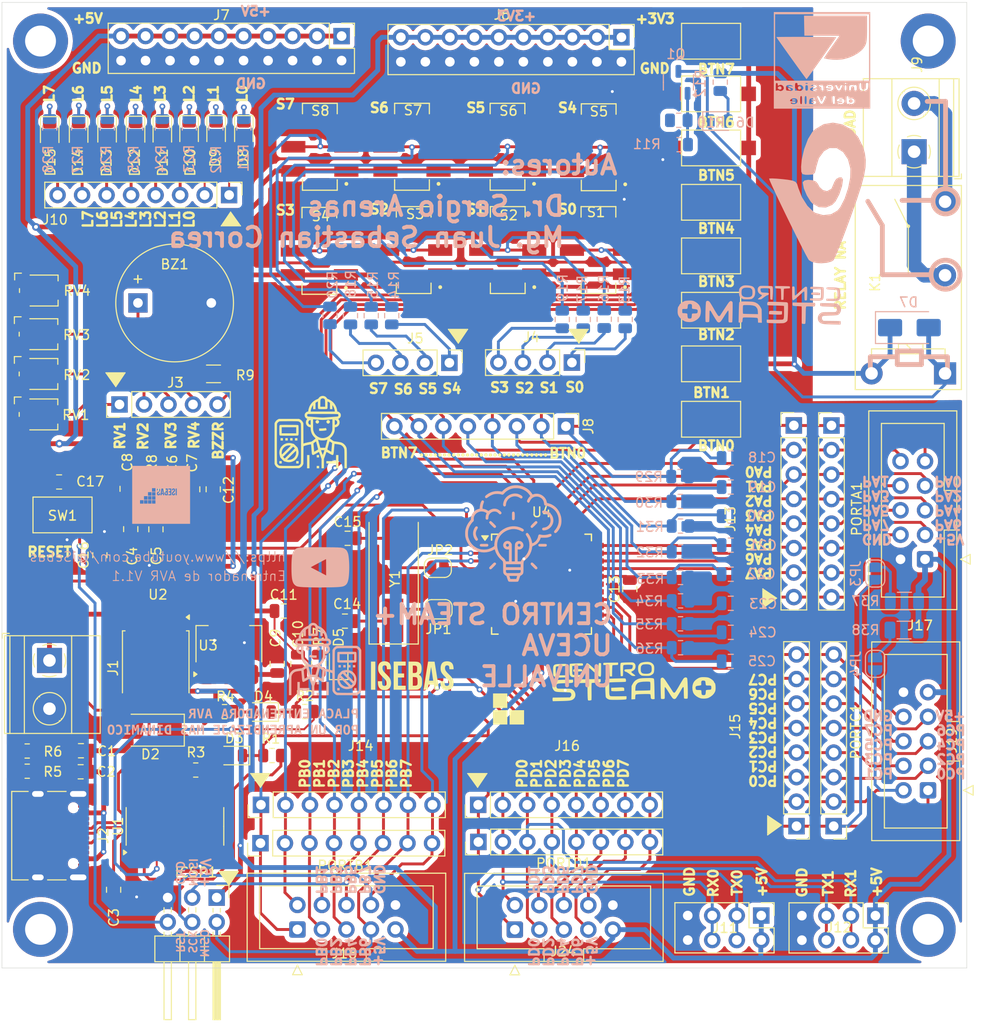
<source format=kicad_pcb>
(kicad_pcb (version 20240108) (generator "pcbnew") (generator_version "8.0")
  (layers (0 "F.Cu" signal) (31 "B.Cu" signal) (34 "B.Paste" user) (35 "F.Paste" user) (36 "B.SilkS" user "B.Silkscreen") (37 "F.SilkS" user "F.Silkscreen") (38 "B.Mask" user) (39 "F.Mask" user) (44 "Edge.Cuts" user))
  (net 0 "")
  (net 1 "VBUS")
  (net 2 "GND")
  (net 3 "Net-(U1-V3)")
  (net 4 "PD0")
  (net 5 "PD1")
  (net 6 "Net-(U1-TXD)")
  (net 7 "Net-(U1-RXD)")
  (net 10 "DTR")
  (net 17 "UD+")
  (net 18 "UD-")
  (net 19 "VEXT")
  (net 20 "+5V")
  (net 21 "+3V3")
  (net 22 "Net-(D3-A)")
  (net 23 "Net-(D4-A)")
  (net 24 "Net-(D5-A)")
  (net 25 "AREF")
  (net 26 "Net-(JP1-B)")
  (net 27 "Net-(JP2-B)")
  (net 28 "RST")
  (net 30 "Net-(J2-CC2)")
  (net 32 "Net-(J2-CC1)")
  (net 33 "Net-(JP1-A)")
  (net 34 "Net-(JP2-A)")
  (net 35 "PA5")
  (net 36 "PA7")
  (net 37 "PD5")
  (net 38 "PC7")
  (net 39 "PA6")
  (net 40 "PA4")
  (net 41 "PB4")
  (net 42 "PB0")
  (net 43 "PC4")
  (net 44 "PC5")
  (net 45 "PC0")
  (net 46 "PD7")
  (net 47 "PC2")
  (net 48 "PA0")
  (net 49 "PA3")
  (net 50 "PD2")
  (net 51 "PC6")
  (net 52 "PA2")
  (net 53 "PC1")
  (net 54 "PB1")
  (net 55 "PD3")
  (net 56 "PB2")
  (net 57 "PD6")
  (net 58 "PC3")
  (net 59 "PB3")
  (net 60 "PB7")
  (net 61 "MOSI_")
  (net 62 "PA1")
  (net 63 "PD4")
  (net 64 "Net-(BZ1--)")
  (net 65 "Net-(D6-A)")
  (net 66 "Net-(D6-K)")
  (net 67 "/K1-out")
  (net 68 "/K1-in")
  (net 69 "Net-(Q1-B)")
  (net 70 "/GPIO_6")
  (net 71 "Net-(D8-K)")
  (net 72 "Net-(D8-A)")
  (net 73 "Net-(D9-A)")
  (net 74 "Net-(D9-K)")
  (net 75 "Net-(D10-K)")
  (net 76 "Net-(D10-A)")
  (net 77 "Net-(D11-K)")
  (net 78 "Net-(D11-A)")
  (net 79 "Net-(D12-A)")
  (net 80 "Net-(D12-K)")
  (net 81 "Net-(D13-K)")
  (net 82 "Net-(D13-A)")
  (net 83 "Net-(D14-K)")
  (net 84 "Net-(D14-A)")
  (net 85 "Net-(D15-A)")
  (net 86 "Net-(D15-K)")
  (net 87 "Net-(J4-Pin_4)")
  (net 88 "Net-(J4-Pin_3)")
  (net 89 "Net-(J4-Pin_2)")
  (net 90 "Net-(J4-Pin_1)")
  (net 91 "Net-(J5-Pin_1)")
  (net 92 "Net-(J5-Pin_2)")
  (net 93 "Net-(J5-Pin_3)")
  (net 94 "Net-(J5-Pin_4)")
  (net 95 "Net-(R13-Pad2)")
  (net 96 "Net-(R14-Pad2)")
  (net 97 "Net-(R15-Pad1)")
  (net 98 "Net-(R16-Pad1)")
  (net 99 "Net-(R17-Pad1)")
  (net 100 "Net-(R18-Pad1)")
  (net 101 "Net-(R19-Pad1)")
  (net 102 "Net-(R20-Pad1)")
  (net 103 "Net-(J8-Pin_1)")
  (net 104 "Net-(J8-Pin_2)")
  (net 105 "Net-(J8-Pin_3)")
  (net 106 "Net-(J8-Pin_4)")
  (net 107 "Net-(J8-Pin_5)")
  (net 108 "Net-(J8-Pin_6)")
  (net 109 "Net-(J8-Pin_7)")
  (net 110 "Net-(J8-Pin_8)")
  (net 111 "Net-(J3-Pin_3)")
  (net 112 "Net-(J3-Pin_1)")
  (net 113 "Net-(J3-Pin_2)")
  (net 114 "Net-(J3-Pin_4)")
  (net 115 "BUZZER")
  (net 116 "MISO_")
  (net 117 "Net-(JP3-B)")
  (net 118 "Net-(JP4-B)")
  (footprint "LED_SMD:LED_0805_2012Metric" (layer "F.Cu") (at 22.2 13.4125 -90)
    (property "Reference" "D9")
    (property "Value" "LED")
  )
  (footprint "LED_SMD:LED_0805_2012Metric" (layer "F.Cu") (at 19.4 13.4125 -90)
    (property "Reference" "D10")
    (property "Value" "LED")
  )
  (footprint "TerminalBlock_Phoenix:TerminalBlock_Phoenix_MKDS-1,5-2_1x02_P5.00mm_Horizontal" (layer "F.Cu") (at 4.925 68.15 -90)
    (property "Reference" "J1")
    (property "Value" "Screw_Terminal_01x02" (hide yes))
  )
  (footprint "Connector_PinHeader_2.54mm:PinHeader_1x08_P2.54mm_Vertical" (layer "F.Cu") (at 58.45 43.9 -90)
    (property "Reference" "J8")
    (property "Value" "Screw_Terminal_01x08" (hide yes))
  )
  (footprint "IMGAGES:ingeniero_mod" (layer "F.Cu") (at 32 44.5)
    (property "Reference" "G***" (hide yes))
    (property "Value" "LOGO" (hide yes))
  )
  (footprint "LIBRERIAS:SW_JS202011SCQN" (layer "F.Cu") (at 32.9 25.725 90)
    (property "Reference" "S4")
    (property "Value" "JS202011SCQN" (hide yes))
  )
  (footprint "Button_Switch_SMD:SW_SPST_CK_RS282G05A3" (layer "F.Cu") (at 73.5 43.17 180)
    (property "Reference" "BT1" (hide yes))
    (property "Value" "SW_Push" (hide yes))
  )
  (footprint "Connector_IDC:IDC-Header_2x05_P2.54mm_Vertical" (layer "F.Cu") (at 95.675 57.675 180)
    (property "Reference" "J17")
    (property "Value" "Conn_02x05_Odd_Even" (hide yes))
  )
  (footprint "Package_SO:SOIC-16_3.9x9.9mm_P1.27mm" (layer "F.Cu") (at 17.935 85.335 90)
    (property "Reference" "U1")
    (property "Value" "CH340C")
  )
  (footprint "Capacitor_SMD:C_0805_2012Metric" (layer "F.Cu") (at 8.16 79.68 180)
    (property "Reference" "C2")
    (property "Value" "100n" (hide yes))
  )
  (footprint "Resistor_SMD:R_0805_2012Metric" (layer "F.Cu") (at 20.0875 79.5)
    (property "Reference" "R3")
    (property "Value" "1K" (hide yes))
  )
  (footprint "Button_Switch_SMD:SW_SPST_CK_RS282G05A3" (layer "F.Cu") (at 73.5 4.02 180)
    (property "Reference" "BT8" (hide yes))
    (property "Value" "SW_Push" (hide yes))
  )
  (footprint "Resistor_SMD:R_1206_3216Metric" (layer "F.Cu") (at 21.93 38.47 180)
    (property "Reference" "R9")
    (property "Value" "330R" (hide yes))
  )
  (footprint "LED_SMD:LED_0805_2012Metric" (layer "F.Cu") (at 13.85 13.475 -90)
    (property "Reference" "D12")
    (property "Value" "LED")
  )
  (footprint "Button_Switch_SMD:SW_SPST_CK_RS282G05A3" (layer "F.Cu") (at 73.5 26.25 180)
    (property "Reference" "BT4" (hide yes))
    (property "Value" "SW_Push" (hide yes))
  )
  (footprint "LED_SMD:LED_0805_2012Metric" (layer "F.Cu") (at 34.9 68.4475 90)
    (property "Reference" "D5")
    (property "Value" "RED LED" (hide yes))
  )
  (footprint "Connector_PinHeader_2.54mm:PinHeader_1x08_P2.54mm_Vertical" (layer "F.Cu") (at 23.55 19.95 -90)
    (property "Reference" "J10")
    (property "Value" "Screw_Terminal_01x08" (hide yes))
  )
  (footprint "Crystal:Crystal_SMD_HC49-SD" (layer "F.Cu") (at 40.6 59.75 90)
    (property "Reference" "Y1")
    (property "Value" "Crystal" (hide yes))
  )
  (footprint "Jumper:SolderJumper-2_P1.3mm_Open_RoundedPad1.0x1.5mm" (layer "F.Cu") (at 45.175 58.55 180)
    (property "Reference" "JP2")
    (property "Value" "SolderJumper_2_Open" (hide yes))
  )
  (footprint "Button_Switch_SMD:SW_SPST_CK_RS282G05A3" (layer "F.Cu") (at 73.5 20.7 180)
    (property "Reference" "BT5" (hide yes))
    (property "Value" "SW_Push" (hide yes))
  )
  (footprint "Capacitor_SMD:C_0805_2012Metric" (layer "F.Cu") (at 15.96 54.57 90)
    (property "Reference" "C5")
    (property "Value" "100n" (hide yes))
  )
  (footprint "Connector_IDC:IDC-Header_2x05_P2.54mm_Vertical" (layer "F.Cu") (at 95.98 81.6 180)
    (property "Reference" "J19")
    (property "Value" "Conn_02x05_Odd_Even" (hide yes))
  )
  (footprint "Connector_PinHeader_2.54mm:PinHeader_1x08_P2.54mm_Vertical" (layer "F.Cu") (at 49.36 83.1 90)
    (property "Reference" "PORTD1")
    (property "Value" "PORTD" (hide yes))
  )
  (footprint "Package_TO_SOT_SMD:TO-252-3_TabPin2" (layer "F.Cu") (at 15.94 68.395 -90)
    (property "Reference" "U2")
    (property "Value" "LM1117DT-5.0" (hide yes))
  )
  (footprint "Connector_PinHeader_2.54mm:PinHeader_2x10_P2.54mm_Vertical" (layer "F.Cu") (at 35.205 3.485 -90)
    (property "Reference" "J7")
    (property "Value" "Conn_02x10_Odd_Even" (hide yes))
  )
  (footprint "Resistor_SMD:R_0805_2012Metric" (layer "F.Cu") (at 23.0725 73.45)
    (property "Reference" "R4")
    (property "Value" "1K" (hide yes))
  )
  (footprint "Capacitor_SMD:C_0805_2012Metric" (layer "F.Cu") (at 12.975 50.375 -90)
    (property "Reference" "C8")
    (property "Value" "10 uF" (hide yes))
  )
  (footprint "Connector_PinHeader_2.54mm:PinHeader_1x08_P2.54mm_Vertical" (layer "F.Cu") (at 49.38 86.95 90)
    (property "Reference" "J16")
    (property "Value" "J8" (hide yes))
  )
  (footprint "Capacitor_SMD:C_0805_2012Metric" (layer "F.Cu") (at 35.825 55.5 180)
    (property "Reference" "C15")
    (property "Value" "22pF" (hide yes))
  )
  (footprint "Connector_PinHeader_2.54mm:PinHeader_1x05_P2.54mm_Vertical" (layer "F.Cu") (at 12.185 41.64 90)
    (property "Reference" "J3")
    (property "Value" "Screw_Terminal_01x05" (hide yes))
  )
  (footprint "Button_Switch_SMD:SW_SPST_CK_RS282G05A3" (layer "F.Cu") (at 6.28 53.08 180)
    (property "Reference" "SW1")
    (property "Value" "SW_Push" (hide yes))
  )
  (footprint "Package_QFP:TQFP-44_10x10mm_P0.8mm" (layer "F.Cu") (at 55.925 60.25)
    (property "Reference" "U4")
    (property "Value" "ATmega1284P-A")
  )
  (footprint "Jumper:SolderJumper-2_P1.3mm_Open_RoundedPad1.0x1.5mm" (layer "F.Cu") (at 45.25 62.85 180)
    (property "Reference" "JP1")
    (property "Value" "SolderJumper_2_Open" (hide yes))
  )
  (footprint "Resistor_SMD:R_0805_2012Metric" (layer "F.Cu") (at 15.5 50.3875 90)
    (property "Reference" "R8")
    (property "Value" "10K" (hide yes))
  )
  (footprint "Diode_SMD:D_SMA" (layer "F.Cu") (at 15.39 75.37 180)
    (property "Reference" "D2")
    (property "Value" "D_Schottky" (hide yes))
  )
  (footprint "Connector_PinHeader_2.54mm:PinHeader_1x08_P2.54mm_Vertical" (layer "F.Cu") (at 82.355 85.315 180)
    (property "Reference" "PORTC1")
    (property "Value" "PORTD")
  )
  (footprint "Connector_IDC:IDC-Header_2x05_P2.54mm_Vertical" (layer "F.Cu") (at 53.16 96.03 90)
    (property "Reference" "J24")
    (property "Value" "Conn_02x05_Odd_Even" (hide yes))
  )
  (footprint "Capacitor_SMD:C_0805_2012Metric" (layer "F.Cu") (at 13.35 54.55 90)
    (property "Reference" "C4")
    (property "Value" "10u" (hide yes))
  )
  (footprint "Connector_PinHeader_2.54mm:PinHeader_2x10_P2.54mm_Vertical" (layer "F.Cu") (at 64.205 3.61 -90)
    (property "Reference" "J6")
    (property "Value" "Conn_02x10_Odd_Even" (hide yes))
  )
  (footprint "MountingHole:MountingHole_3.2mm_M3_ISO7380_Pad" (layer "F.Cu") (at 96 96)
    (property "Reference" "REF**" (hide yes))
    (property "Value" "MountingHole_3.2mm_M3_ISO7380_Pad" (hide yes))
  )
  (footprint "Potentiometer_SMD:Potentiometer_Bourns_TC33X_Vertical" (layer "F.Cu") (at 3.92 29.84)
    (property "Reference" "RV4")
    (property "Value" "R_Potentiometer_Trim" (hide yes))
  )
  (footprint "LIBRERIAS:SW_JS202011SCQN" (layer "F.Cu") (at 32.95 14.95 90)
    (property "Reference" "S8")
    (property "Value" "JS202011SCQN" (hide yes))
  )
  (footprint "IMGAGES:isebas_logo4_mod" (layer "F.Cu") (at 45 71)
    (property "Reference" "G***" (hide yes))
    (property "Value" "LOGO" (hide yes))
  )
  (footprint "Capacitor_SMD:C_0805_2012Metric" (layer "F.Cu") (at 19.775 50.425 -90)
    (property "Reference" "C7")
    (property "Value" "100n" (hide yes))
  )
  (footprint "LIBRERIAS:SW_JS202011SCQN" (layer "F.Cu") (at 61.825 25.65 90)
    (property "Reference" "S1")
    (property "Value" "JS202011SCQN" (hide yes))
  )
  (footprint "LED_SMD:LED_0805_2012Metric" (layer "F.Cu") (at 16.625 13.4625 -90)
    (property "Reference" "D11")
    (property "Value" "LED")
  )
  (footprint "Capacitor_SMD:C_0805_2012Metric" (layer "F.Cu") (at 29.205 63.03)
    (property "Reference" "C11")
    (property "Value" "10 uF" (hide yes))
  )
  (footprint "Resistor_SMD:R_0805_2012Metric" (layer "F.Cu") (at 28 78 180)
    (property "Reference" "R1")
    (property "Value" "1K" (hide yes))
  )
  (footprint "Button_Switch_SMD:SW_SPST_CK_RS282G05A3" (layer "F.Cu") (at 73.5 37.43 180)
    (property "Reference" "BT2" (hide yes))
    (property "Value" "SW_Push" (hide yes))
  )
  (footprint "Capacitor_SMD:C_0805_2012Metric" (layer "F.Cu") (at 65.075 60.775 -90)
    (property "Reference" "C13")
    (property "Value" "100n" (hide yes))
  )
  (footprint "LIBRERIAS:SW_JS202011SCQN" (layer "F.Cu") (at 52.4 14.95 90)
    (property "Reference" "S6")
    (property "Value" "JS202011SCQN" (hide yes))
  )
  (footprint "IMGAGES:steam_mod01" (layer "F.Cu") (at 63.5 70)
    (property "Reference" "G***" (hide yes))
    (property "Value" "LOGO" (hide yes))
  )
  (footprint "Resistor_SMD:R_0805_2012Metric" (layer "F.Cu") (at 32.83 68.46 90)
    (property "Reference" "R7")
    (property "Value" "1K" (hide yes))
  )
  (footprint "LED_SMD:LED_0805_2012Metric" (layer "F.Cu") (at 25.075 13.4125 -90)
    (property "Reference" "D8")
    (property "Value" "LED")
  )
  (footprint "Connector_USB:USB_C_Receptacle_XKB_U262-16XN-4BVC11" (layer "F.Cu") (at 4.8 86.295 -90)
    (property "Reference" "J2")
    (property "Value" "USB_C_Receptacle_USB2.0_16P" (hide yes))
  )
  (footprint "Resistor_SMD:R_0805_2012Metric" (layer "F.Cu") (at 31.4075 73.44 180)
    (property "Reference" "R2")
    (property "Value" "1K" (hide yes))
  )
  (footprint "TerminalBlock_Phoenix:TerminalBlock_Phoenix_MKDS-1,5-2_1x02_P5.00mm_Horizontal" (layer "F.Cu") (at 94.54 15.46 90)
    (property "Reference" "J9")
    (property "Value" "Screw_Terminal_01x02" (hide yes))
  )
  (footprint "Connector_PinHeader_2.54mm:PinHeader_1x04_P2.54mm_Vertical" (layer "F.Cu") (at 59.075 37.3 -90)
    (property "Reference" "J4")
    (property "Value" "Screw_Terminal_01x04" (hide yes))
  )
  (footprint "Capacitor_SMD:C_0805_2012Metric" (layer "F.Cu") (at 35.55 64.075 180)
    (property "Reference" "C14")
    (property "Value" "22pF" (hide yes))
  )
  (footprint "Capacitor_SMD:C_0805_2012Metric" (layer "F.Cu") (at 17.625 50.425 -90)
    (property "Reference" "C6")
    (property "Value" "10u" (hide yes))
  )
  (footprint "Capacitor_SMD:C_0805_2012Metric" (layer "F.Cu") (at 5.925 49.665 180)
    (property "Reference" "C17")
    (property "Value" "100n" (hide yes))
  )
  (footprint "Capacitor_SMD:C_0805_2012Metric" (layer "F.Cu") (at 8.19 77.5 180)
    (property "Reference" "C1")
    (property "Value" "10u" (hide yes))
  )
  (footprint "LED_SMD:LED_0805_2012Metric" (layer "F.Cu") (at 10.9 13.4625 -90)
    (property "Reference" "D13")
    (property "Value" "LED")
  )
  (footprint "LIBRERIAS:SW_JS202011SCQN" (layer "F.Cu") (at 42.5 14.95 90)
    (property "Reference" "S7")
    (property "Value" "JS202011SCQN" (hide yes))
  )
  (footprint "LIBRERIAS:SW_JS202011SCQN" (layer "F.Cu") (at 42.675 25.65 90)
    (property "Reference" "S3")
    (property "Value" "JS202011SCQN" (hide yes))
  )
  (footprint "MountingHole:MountingHole_3.2mm_M3_ISO7380_Pad" (layer "F.Cu") (at 4 4)
    (property "Reference" "REF**" (hide yes))
    (property "Value" "MountingHole_3.2mm_M3_ISO7380_Pad" (hide yes))
  )
  (footprint "Connector_PinHeader_2.54mm:PinHeader_2x03_P2.54mm_Horizontal" (layer "F.Cu") (at 22.26 92.71 -90)
    (property "Reference" "ICSP1")
    (property "Value" "Conn_02x03_Odd_Even" (hide yes))
  )
  (footprint "Resistor_SMD:R_0805_2012Metric" (layer "F.Cu") (at 2.6225 79.62)
    (property "Reference" "R5")
    (property "Value" "5.1K" (hide yes))
  )
  (footprint "Button_Switch_SMD:SW_SPST_CK_RS282G05A3" (layer "F.Cu") (at 73.5 9.47 180)
    (property "Reference" "BT7" (hide yes))
    (property "Value" "SW_Push" (hide yes))
  )
  (footprint "Capacitor_SMD:C_0805_2012Metric" (layer "F.Cu") (at 11.575 91.9 -90)
    (property "Reference" "C3")
    (property "Value" "100n" (hide yes))
  )
  (footprint "MountingHole:MountingHole_3.2mm_M3_ISO7380_Pad" (layer "F.Cu") (at 96 4)
    (property "Reference" "REF**" (hide yes))
    (property "Value" "MountingHole_3.2mm_M3_ISO7380_Pad" (hide yes))
  )
  (footprint "LED_SMD:LED_0805_2012Metric" (layer "F.Cu") (at 4.95 13.5125 -90)
    (property "Reference" "D15")
    (property "Value" "LED")
  )
  (footprint "Potentiometer_SMD:Potentiometer_Bourns_TC33X_Vertical" (layer "F.Cu") (at 3.89 34.36)
    (property "Reference" "RV3")
    (property "Value" "R_Potentiometer_Trim" (hide yes))
  )
  (footprint "Connector_PinHeader_2.54mm:PinHeader_1x08_P2.54mm_Vertical" (layer "F.Cu") (at 26.845 83.1 90)
    (property "Reference" "J14")
    (property "Value" "J8" (hide yes))
  )
  (footprint "LIBRERIAS:SW_JS202011SCQN" (layer "F.Cu") (at 61.85 15 90)
    (property "Reference" "S5")
    (property "Value" "JS202011SCQN" (hide yes))
  )
  (footprint "MountingHole:MountingHole_3.2mm_M3_ISO7380_Pad" (layer "F.Cu") (at 4 96)
    (property "Reference" "REF**" (hide yes))
    (property "Value" "MountingHole_3.2mm_M3_ISO7380_Pad" (hide yes))
  )
  (footprint "Capacitor_SMD:C_0805_2012Metric" (layer "F.Cu") (at 10.15 57.25 90)
    (property "Reference" "C16")
    (property "Value" "100n" (hide yes))
  )
  (footprint "Connector_IDC:IDC-Header_2x05_P2.54mm_Vertical" (layer "F.Cu") (at 30.625 96.015 90)
    (property "Reference" "J18")
    (property "Value" "Conn_02x05_Odd_Even" (hide yes))
  )
  (footprint "Connector_PinHeader_2.54mm:PinHeader_1x04_P2.54mm_Vertical" (layer "F.Cu") (at 46.375 37.325 -90)
    (property "Reference" "J5")
    (property "Value" "Screw_Terminal_01x04" (hide yes))
  )
  (footprint "Resistor_SMD:R_0805_2012Metric" (layer "F.Cu") (at 2.62 77.53)
    (property "Reference" "R6")
    (property "Value" "5.1K" (hide yes))
  )
  (footprint "LED_SMD:LED_0805_2012Metric" (layer "F.Cu") (at 26.9675 73.49 180)
    (property "Reference" "D4")
    (property "Value" "LED" (hide yes))
  )
  (footprint "Buzzer_Beeper:Buzzer_12x9.5RM7.6" (layer "F.Cu") (at 14.1 31.125)
    (property "Reference" "BZ1")
    (property "Value" "Buzzer")
  )
  (footprint "Potentiometer_SMD:Potentiometer_Bourns_TC33X_Vertical" (layer "F.Cu") (at 3.89 42.67)
    (property "Reference" "RV1")
    (property "Value" "R_Potentiometer_Trim" (hide yes))
  )
  (footprint "Connector_PinHeader_2.54mm:PinHeader_2x04_P2.54mm_Vertical" (layer "F.Cu") (at 78.7 94.57 -90)
    (property "Reference" "J11")
    (property "Value" "UART0" (hide yes))
  )
  (footprint "Capacitor_SMD:C_0805_2012Metric" (layer "F.Cu") (at 21.9 50.425 -90)
    (property "Reference" "C12")
    (property "Value" "100n" (hide yes))
  )
  (footprint "Capacitor_SMD:C_0805_2012Metric" (layer "F.Cu") (at 30.68 68.51 -90)
    (property "Reference" "C10")
    (property "Value" "0.1 uF" (hide yes))
  )
  (footprint "Connector_PinHeader_2.54mm:PinHeader_1x08_P2.54mm_Vertical" (layer "F.Cu") (at 85.975 43.82)
    (property "Reference" "PORTA1")
    (property "Value" "PORTB" (hide yes))
  )
  (footprint "LED_SMD:LED_0805_2012Metric" (layer "F.Cu") (at 24 78 180)
    (property "Reference" "D3")
    (property "Value" "LED" (hide yes))
  )
  (footprint "Button_Switch_SMD:SW_SPST_CK_RS282G05A3" (layer "F.Cu") (at 73.5 31.88 180)
    (property "Reference" "BT3" (hide yes))
    (property "Value" "SW_Push" (hide yes))
  )
  (footprint "Connector_PinHeader_2.54mm:PinHeader_1x08_P2.54mm_Vertical" (layer "F.Cu") (at 86.205 85.315 180)
    (property "Reference" "J15")
    (property "Value" "J8")
  )
  (footprint "Package_TO_SOT_SMD:SOT-223-3_TabPin2" (layer "F.Cu") (at 23.525 66.45 90)
    (property "Reference" "U3")
    (property "Value" "3.3v 1A" (hide yes))
  )
  (footprint "Connector_PinHeader_2.54mm:PinHeader_1x08_P2.54mm_Vertical" (layer "F.Cu") (at 82.075 43.81)
    (property "Reference" "J13")
    (property "Value" "J7" (hide yes))
  )
  (footprint "Button_Switch_SMD:SW_SPST_CK_RS282G05A3" (layer "F.Cu") (at 73.5 15.07 180)
    (property "Reference" "BT6" (hide yes))
    (property "Value" "SW_Push" (hide yes))
  )
  (footprint "Potentiometer_SMD:Potentiometer_Bourns_TC33X_Vertical" (layer "F.Cu") (at 3.89 38.48)
    (property "Reference" "RV2")
    (property "Value" "R_Potentiometer_Trim" (hide yes))
  )
  (footprint "LED_SMD:LED_0805_2012Metric" (layer "F.Cu") (at 7.95 13.4875 -90)
    (property "Reference" "D14")
    (property "Value" "LED")
  )
  (footprint "Capacitor_SMD:C_0805_2012Metric" (layer "F.Cu") (at 28.53 68.5 90)
    (property "Reference" "C9")
    (property "Value" "0.1 uF" (hide yes))
  )
  (footprint "LIBRERIAS:SW_JS202011SCQN" (layer "F.Cu") (at 52.425 25.65 90)
    (property "Reference" "S2")
    (property "Value" "JS202011SCQN" (hide yes))
  )
  (footprint "Relay_THT:Relay_SPST_Omron-G5Q-1A" (layer "F.Cu") (at 97.75 38.42 90)
    (property "Reference" "K1")
    (property "Value" "G5Q-1A")
  )
  (footprint "Connector_PinHeader_2.54mm:PinHeader_1x08_P2.54mm_Vertical" (layer "F.Cu") (at 26.795 87.075 90)
    (property "Reference" "PORTB1")
    (property "Value" "PORTD" (hide yes))
  )
  (footprint "Connector_PinHeader_2.54mm:PinHeader_2x04_P2.54mm_Vertical" (layer "F.Cu") (at 90.53 94.58 -90)
    (property "Reference" "J12")
    (property "Value" "UART1" (hide yes))
  )
  (footprint "Resistor_SMD:R_0805_2012Metric" (layer "B.Cu") (at 40.4 32.4375 90)
    (property "Reference" "R14")
    (property "Value" "10K" (hide yes))
  )
  (footprint "Diode_SMD:D_SMA" (layer "B.Cu") (at 94.05 33.68)
    (property "Reference" "D7")
    (property "Value" "NRVA4007T3G" (hide yes))
  )
  (footprint "Resistor_SMD:R_0805_2012Metric" (layer "B.Cu") (at 25.075 13 90)
    (property "Reference" "R21")
    (property "Value" "1K" (hide yes))
  )
  (footprint "Resistor_SMD:R_0805_2012Metric" (layer "B.Cu") (at 70.3325 64.355 180)
    (property "Reference" "R35")
    (property "Value" "10K" (hide yes))
  )
  (footprint "Resistor_SMD:R_0805_2012Metric" (layer "B.Cu") (at 70.3325 54.23 180)
    (property "Reference" "R31")
    (property "Value" "10K" (hide yes))
  )
  (footprint "Resistor_SMD:R_0805_2012Metric" (layer "B.Cu") (at 22.175 13 90)
    (property "Reference" "R22")
    (property "Value" "1K" (hide yes))
  )
  (footprint "Resistor_SMD:R_0805_2012Metric" (layer "B.Cu") (at 70.3325 66.83 180)
    (property "Reference" "R36")
    (property "Value" "10K" (hide yes))
  )
  (footprint "Resistor_SMD:R_1206_3216Metric" (layer "B.Cu") (at 93.5 65 180)
    (property "Reference" "R38")
    (property "Value" "4K7" (hide yes))
  )
  (footprint "Resistor_SMD:R_0805_2012Metric" (layer "B.Cu") (at 70.3325 59.555 180)
    (property "Reference" "R33")
    (property "Value" "10K" (hide yes))
  )
  (footprint "Resistor_SMD:R_0805_2012Metric" (layer "B.Cu") (at 19.425 13 90)
    (property "Reference" "R23")
    (property "Value" "1K" (hide yes))
  )
  (footprint "Resistor_SMD:R_0805_2012Metric" (layer "B.Cu") (at 16.625 13 90)
    (property "Reference" "R24")
    (property "Value" "1K" (hide yes))
  )
  (footprint "Jumper:SolderJumper-2_P1.3mm_Open_RoundedPad1.0x1.5mm" (layer "B.Cu") (at 90.5 68.5 90)
    (property "Reference" "JP4")
    (property "Value" "SolderJumper_2_Open" (hide yes))
  )
  (footprint "Resistor_SMD:R_0805_2012Metric" (layer "B.Cu") (at 10.925 13 90)
    (property "Reference" "R26")
    (property "Value" "1K" (hide yes))
  )
  (footprint "Capacitor_SMD:C_0805_2012Metric" (layer "B.Cu") (at 75.54 50.19 180)
    (property "Reference" "C19")
    (property "Value" "0.1 uF")
  )
  (footprint "Resistor_SMD:R_0805_2012Metric" (layer "B.Cu") (at 7.95 13 90)
    (property "Reference" "R27")
    (property "Value" "1K" (hide yes))
  )
  (footprint "Capacitor_SMD:C_0805_2012Metric" (layer "B.Cu") (at 75.54 62.23 180)
    (property "Reference" "C23")
    (property "Value" "0.1 uF")
  )
  (footprint "Resistor_SMD:R_0805_2012Metric" (layer "B.Cu") (at 70.3075 51.68 180)
    (property "Reference" "R30")
    (property "Value" "10K")
  )
  (footprint "Resistor_SMD:R_0805_2012Metric" (layer "B.Cu") (at 70.3325 61.98 180)
    (property "Reference" "R34")
    (property "Value" "10K" (hide yes))
  )
  (footprint "Capacitor_SMD:C_0805_2012Metric" (layer "B.Cu") (at 75.54 47.18 180)
    (property "Reference" "C18")
    (property "Value" "0.1 uF")
  )
  (footprint "IMGAGES:steam_mod01" (layer "B.Cu") (at 80.5 31 180)
    (property "Reference" "G***" (hide yes))
    (property "Value" "LOGO" (hide yes))
  )
  (footprint "Resistor_SMD:R_0805_2012Metric" (layer "B.Cu") (at 36.125 32.4375 -90)
    (property "Reference" "R18")
    (property "Value" "10K" (hide yes))
  )
  (footprint "IMGAGES:UCEVA_mod" (layer "B.Cu") (at 84.5 21 180)
    (property "Reference" "G***" (hide yes))
    (property "Value" "LOGO" (hide yes))
  )
  (footprint "Resistor_SMD:R_0805_2012Metric" (layer "B.Cu") (at 60.25 32.8375 -90)
    (property "Reference" "R17")
    (property "Value" "10K" (hide yes))
  )
  (footprint "Resistor_SMD:R_0805_2012Metric" (layer "B.Cu") (at 70.3325 56.905 180)
    (property "Reference" "R32")
    (property "Value" "10K" (hide yes))
  )
  (footprint "Capacitor_SMD:C_0805_2012Metric" (layer "B.Cu") (at 75.54 59.22 180)
    (property "Reference" "C22")
    (property "Value" "0.1 uF")
  )
  (footprint "IMGAGES:isebas_logo_mod" (layer "B.Cu") (at 16.5 51 180)
    (property "Reference" "G***" (hide yes))
    (property "Value" "LOGO" (hide yes))
  )
  (footprint "Capacitor_SMD:C_0805_2012Metric" (layer "B.Cu") (at 75.54 53.2 180)
    (property "Reference" "C20")
    (property "Value" "0.1 uF")
  )
  (footprint "Resistor_SMD:R_0805_2012Metric" (layer "B.Cu") (at 70.2825 49.105 180)
    (property "Reference" "R29")
    (property "Value" "10K" (hide yes))
  )
  (footprint "Resistor_SMD:R_0805_2012Metric" (layer "B.Cu") (at 70.15 12.21)
    (property "Reference" "R10")
    (property "Value" "1K" (hide yes))
  )
  (footprint "Resistor_SMD:R_0805_2012Metric" (layer "B.Cu") (at 4.95 13 90)
    (property "Reference" "R28")
    (property "Value" "1K" (hide yes))
  )
  (footprint "Resistor_SMD:R_0805_2012Metric" (layer "B.Cu") (at 74.45 8.26 -90)
    (property "Reference" "R12")
    (property "Value" "1K" (hide yes))
  )
  (footprint "Capacitor_SMD:C_0805_2012Metric" (layer "B.Cu") (at 75.54 68.25 180)
    (property "Reference" "C25")
    (property "Value" "0.1 uF")
  )
  (footprint "Package_TO_SOT_SMD:SOT-23-3" (layer "B.Cu") (at 70.1125 8.28 90)
    (property "Reference" "Q1")
    (property "Value" "Q_NPN_BEC" (hide yes))
  )
  (footprint "IMGAGES:youtube_logo_mod" (layer "B.Cu") (at 33 58.5 180)
    (property "Reference" "G***" (hide yes))
    (property "Value" "LOGO" (hide yes))
  )
  (footprint "Capacitor_SMD:C_0805_2012Metric" (layer "B.Cu") (at 75.54 56.21 180)
    (property "Reference" "C21")
    (property "Value" "0.1 uF")
  )
  (footprint "Resistor_SMD:R_0805_2012Metric" (layer "B.Cu") (at 58.075 32.8375 -90)
    (property "Reference" "R19")
    (property "Value" "10K" (hide yes))
  )
  (footprint "IMGAGES:UV_MOD" (layer "B.Cu") (at 85 6 180)
    (property "Reference" "G***" (hide yes))
    (property "Value" "LOGO" (hide yes))
  )
  (footprint "Resistor_SMD:R_0805_2012Metric" (layer "B.Cu") (at 13.85 13 90)
    (property "Reference" "R25")
    (property "Value" "1K" (hide yes))
  )
  (footprint "Resistor_SMD:R_0805_2012Metric" (layer "B.Cu") (at 38.275 32.4375 -90)
    (property "Reference" "R15")
    (property "Value" "10K" (hide yes))
  )
  (footprint "Jumper:SolderJumper-2_P1.3mm_Open_RoundedPad1.0x1.5mm" (layer "B.Cu") (at 90.5 59.15 90)
    (property "Reference" "JP3")
    (property "Value" "SolderJumper_2_Open" (hide yes))
  )
  (footprint "Resistor_SMD:R_0805_2012Metric" (layer "B.Cu") (at 34 32.4125 -90)
    (property "Reference" "R20")
    (property "Value" "10K" (hide yes))
  )
  (footprint "Resistor_SMD:R_0805_2012Metric" (layer "B.Cu") (at 62.425 32.8125 -90)
    (property "Reference" "R16")
    (property "Value" "10K" (hide yes))
  )
  (footprint "Capacitor_SMD:C_0805_2012Metric" (layer "B.Cu") (at 75.54 65.24 180)
    (property "Reference" "C24")
    (property "Value" "0.1 uF")
  )
  (footprint "Resistor_SMD:R_0805_2012Metric" (layer "B.Cu") (at 70.1875 14.73)
    (property "Reference" "R11")
    (property "Value" "10K" (hide yes))
  )
  (footprint "IMGAGES:ideas_mod" (layer "B.Cu") (at 53 55 180)
    (property "Reference" "G***" (hide yes))
    (property "Value" "LOGO" (hide yes))
  )
  (footprint "Resistor_SMD:R_0805_2012Metric" (layer "B.Cu") (at 64.6 32.8375 90)
    (property "Reference" "R13")
    (property "Value" "10K" (hide yes))
  )
  (footprint "IMGAGES:ingeniero_mod" (layer "B.Cu") (at 33.5 68 180)
    (property "Reference" "G***" (hide yes))
    (property "Value" "LOGO" (hide yes))
  )
  (footprint "Resistor_SMD:R_1206_3216Metric" (layer "B.Cu") (at 93.5375 62 180)
    (property "Reference" "R37")
    (property "Value" "4K7" (hide yes))
  )
  (footprint "LED_SMD:LED_0805_2012Metric" (layer "B.Cu") (at 74.32 12.29)
    (property "Reference" "D6")
    (property "Value" "Green LED" (hide yes))
  )
  (gr_line (start 96.19667 28.2) (end 91.3 28.2) (stroke (width 0.5)) (layer "B.SilkS"))
  (gr_circle (center 97.8 28.2) (end 99.30333 28.2) (stroke (width 0.5)) (fill none) (layer "B.SilkS"))
  (gr_line (start 95.3 36.1) (end 95.3 37.5) (stroke (width 0.5)) (layer "B.SilkS"))
  (gr_line (start 97.8 19.29616) (end 97.8 10.25) (stroke (width 0.5)) (layer "B.SilkS"))
  (gr_line (start 96.5 20.5) (end 93.3 20.5) (stroke (width 0.5)) (layer "B.SilkS"))
  (gr_line (start 92.8 37.5) (end 95.3 37.5) (stroke (width 0.5)) (layer "B.SilkS"))
  (gr_line (start 98 38.775) (end 98 36.7) (stroke (width 0.5)) (layer "B.SilkS"))
  (gr_circle (center 97.8 20.6) (end 99.10384 20.6) (stroke (width 0.5)) (fill none) (layer "B.SilkS"))
  (gr_line (start 92.8 36.1) (end 92.8 37.5) (stroke (width 0.5)) (layer "B.SilkS"))
  (gr_line (start 92.8 36.1) (end 95.3 36.1) (stroke (width 0.5)) (layer "B.SilkS"))
  (gr_line (start 91.25 23.1) (end 89.75 20.6) (stroke (width 0.5)) (layer "B.SilkS"))
  (gr_line (start 91.25 28.2) (end 91.25 23.1) (stroke (width 0.5)) (layer "B.SilkS"))
  (gr_line (start 90 38.55) (end 90 36.8) (stroke (width 0.5)) (layer "B.SilkS"))
  (gr_line (start 90 36.7) (end 92.475 36.7) (stroke (width 0.5)) (layer "B.SilkS"))
  (gr_line (start 95.425 36.7) (end 97.9 36.7) (stroke (width 0.5)) (layer "B.SilkS"))
  (gr_line (start 97.8 10.25) (end 95.9 10.25) (stroke (width 0.5)) (layer "B.SilkS"))
  (gr_line (start 58.770658 33.85593) (end 60.770658 33.85593) (stroke (width 0.1)) (layer "F.SilkS"))
  (gr_line (start 23.53 91.44) (end 24.5 90) (stroke (width 0.1)) (layer "F.SilkS"))
  (gr_line (start 24.729342 23.14407) (end 22.729342 23.14407) (stroke (width 0.1)) (layer "F.SilkS"))
  (gr_line (start 78.85593 62.729342) (end 80.29593 61.699342) (stroke (width 0.1)) (layer "F.SilkS"))
  (gr_line (start 49.300658 81.29593) (end 50.270658 79.85593) (stroke (width 0.1)) (layer "F.SilkS"))
  (gr_line (start 46.270658 33.85593) (end 47.300658 35.29593) (stroke (width 0.1)) (layer "F.SilkS"))
  (gr_line (start 22.5 90) (end 24.5 90) (stroke (width 0.1)) (layer "F.SilkS"))
  (gr_line (start 22.5 90) (end 23.53 91.44) (stroke (width 0.1)) (layer "F.SilkS"))
  (gr_line (start 24.729342 23.14407) (end 23.699342 21.70407) (stroke (width 0.1)) (layer "F.SilkS"))
  (gr_line (start 78.85593 62.729342) (end 78.85593 60.729342) (stroke (width 0.1)) (layer "F.SilkS"))
  (gr_line (start 80.79593 85.199342) (end 79.35593 84.229342) (stroke (width 0.1)) (layer "F.SilkS"))
  (gr_line (start 10.770658 38.35593) (end 11.800658 39.79593) (stroke (width 0.1)) (layer "F.SilkS"))
  (gr_line (start 25.770658 79.85593) (end 26.800658 81.29593) (stroke (width 0.1)) (layer "F.SilkS"))
  (gr_line (start 23.699342 21.70407) (end 22.729342 23.14407) (stroke (width 0.1)) (layer "F.SilkS"))
  (gr_line (start 26.800658 81.29593) (end 27.770658 79.85593) (stroke (width 0.1)) (layer "F.SilkS"))
  (gr_line (start 10.770658 38.35593) (end 12.770658 38.35593) (stroke (width 0.1)) (layer "F.SilkS"))
  (gr_line (start 25.770658 79.85593) (end 27.770658 79.85593) (stroke (width 0.1)) (layer "F.SilkS"))
  (gr_line (start 48.270658 79.85593) (end 49.300658 81.29593) (stroke (width 0.1)) (layer "F.SilkS"))
  (gr_line (start 80.29593 61.699342) (end 78.85593 60.729342) (stroke (width 0.1)) (layer "F.SilkS"))
  (gr_line (start 48.270658 79.85593) (end 50.270658 79.85593) (stroke (width 0.1)) (layer "F.SilkS"))
  (gr_line (start 59.800658 35.29593) (end 60.770658 33.85593) (stroke (width 0.1)) (layer "F.SilkS"))
  (gr_line (start 46.270658 33.85593) (end 48.270658 33.85593) (stroke (width 0.1)) (layer "F.SilkS"))
  (gr_line (start 11.800658 39.79593) (end 12.770658 38.35593) (stroke (width 0.1)) (layer "F.SilkS"))
  (gr_line (start 79.35593 86.229342) (end 79.35593 84.229342) (stroke (width 0.1)) (layer "F.SilkS"))
  (gr_line (start 79.35593 86.229342) (end 80.79593 85.199342) (stroke (width 0.1)) (layer "F.SilkS"))
  (gr_line (start 47.300658 35.29593) (end 48.270658 33.85593) (stroke (width 0.1)) (layer "F.SilkS"))
  (gr_line (start 58.770658 33.85593) (end 59.800658 35.29593) (stroke (width 0.1)) (layer "F.SilkS"))
  (gr_line (start 100 100) (end 100 0) (stroke (width 0.05)) (layer "Edge.Cuts"))
  (gr_line (start 0 0) (end 100 0) (stroke (width 0.05)) (layer "Edge.Cuts"))
  (gr_line (start 0 0) (end 0 100) (stroke (width 0.05)) (layer "Edge.Cuts"))
  (gr_line (start 100 100) (end 0 100) (stroke (width 0.05)) (layer "Edge.Cuts"))
  (gr_text "PB7" (at 37 92.5 270) (layer "B.SilkS") (effects (font (size 1 1) (thickness 0.25) (bold yes)) (justify left bottom mirror)))
  (gr_text "Autores:" (at 64 18 0) (layer "B.SilkS") (effects (font (size 2 2) (thickness 0.4) (bold yes)) (justify left bottom mirror)))
  (gr_text "Entrenador de AVR V1.1" (at 29.5 60 0) (layer "B.SilkS") (effects (font (size 1 1) (thickness 0.1)) (justify left bottom mirror)))
  (gr_text "PB6" (at 37 100 270) (layer "B.SilkS") (effects (font (size 1 1) (thickness 0.25) (bold yes)) (justify left bottom mirror)))
  (gr_text "PA4" (at 96.5 52 180) (layer "B.SilkS") (effects (font (size 1 1) (thickness 0.25) (bold yes)) (justify left bottom mirror)))
  (gr_text "PD6" (at 59 100 270) (layer "B.SilkS") (effects (font (size 1 1) (thickness 0.25) (bold yes)) (justify left bottom mirror)))
  (gr_text "GND" (at 92.5 74.5 0) (layer "B.SilkS") (effects (font (size 1 1) (thickness 0.25) (bold yes)) (justify left bottom mirror)))
  (gr_text "PB4" (at 35.5 100 270) (layer "B.SilkS") (effects (font (size 1 1) (thickness 0.25) (bold yes)) (justify left bottom mirror)))
  (gr_text "SCK" (at 19.28 98.57 270) (layer "B.SilkS") (effects (font (size 0.8 0.8) (thickness 0.16) (bold yes)) (justify left bottom mirror)))
  (gr_text "PA1" (at 89 49 180) (layer "B.SilkS") (effects (font (size 1 1) (thickness 0.25) (bold yes)) (justify left bottom mirror)))
  (gr_text "PA5" (at 89 52 180) (layer "B.SilkS") (effects (font (size 1 1) (thickness 0.25) (bold yes)) (justify left bottom mirror)))
  (gr_text "+5V" (at 60.5 100 -90) (layer "B.SilkS") (effects (font (size 1 1) (thickness 0.25) (bold yes)) (justify left bottom mirror)))
  (gr_text "PC1" (at 92.5 80.5 -0) (layer "B.SilkS") (effects (font (size 1 1) (thickness 0.25) (bold yes)) (justify left bottom mirror)))
  (gr_text "GND" (at 18 91.47 270) (layer "B.SilkS") (effects (font (size 0.8 0.8) (thickness 0.16) (bold yes)) (justify left bottom mirror)))
  (gr_text "GND" (at 38.5 92.5 -90) (layer "B.SilkS") (effects (font (size 1 1) (thickness 0.25) (bold yes)) (justify left bottom mirror)))
  (gr_text "PB0" (at 32.5 100 270) (layer "B.SilkS") (effects (font (size 1 1) (thickness 0.25) (bold yes)) (justify left bottom mirror)))
  (gr_text "PA2" (at 96.5 50.5 180) (layer "B.SilkS") (effects (font (size 1 1) (thickness 0.25) (bold yes)) (justify left bottom mirror)))
  (gr_text "RST" (at 18 98.5 270) (layer "B.SilkS") (effects (font (size 0.8 0.8) (thickness 0.16) (bold yes)) (justify left bottom mirror)))
  (gr_text "GND" (at 60.5 92.5 -90) (layer "B.SilkS") (effects (font (size 1 1) (thickness 0.25) (bold yes)) (justify left bottom mirror)))
  (gr_text "PD4" (at 57.5 100 270) (layer "B.SilkS") (effects (font (size 1 1) (thickness 0.25) (bold yes)) (justify left bottom mirror)))
  (gr_text "+3V3" (at 55.5 2 0) (layer "B.SilkS") (effects (font (size 1 1) (thickness 0.25) (bold yes)) (justify left bottom mirror)))
  (gr_text "GND" (at 56 9.5 0) (layer "B.SilkS") (effects (font (size 1 1) (thickness 0.25) (bold yes)) (justify left bottom mirror)))
  (gr_text "CENTRO STEAM+\nUCEVA\nUNIVALLE" (at 63.5 71 0) (layer "B.SilkS") (effects (font (size 2 2) (thickness 0.4) (bold yes)) (justify left bottom mirror)))
  (gr_text "PC3" (at 92.5 79 0) (layer "B.SilkS") (effects (font (size 1 1) (thickness 0.25) (bold yes)) (justify left bottom mirror)))
  (gr_text "PD1" (at 54.5 92.5 270) (layer "B.SilkS") (effects (font (size 1 1) (thickness 0.25) (bold yes)) (justify left bottom mirror)))
  (gr_text "PC4" (at 100 77.5 0) (layer "B.SilkS") (effects (font (size 1 1) (thickness 0.25) (bold yes)) (justify left bottom mirror)))
  (gr_text "PB2" (at 34 100 270) (layer "B.SilkS") (effects (font (size 1 1) (thickness 0.25) (bold yes)) (justify left bottom mirror)))
  (gr_text "+5V" (at 96.5 55 180) (layer "B.SilkS") (effects (font (size 1 1) (thickness 0.25) (bold yes)) (justify left bottom mirror)))
  (gr_text "GND" (at 27.5 9 0) (layer "B.SilkS") (effects (font (size 1 1) (thickness 0.25) (bold yes)) (justify left bottom mirror)))
  (gr_text "+5V" (at 20.5 91.84 270) (layer "B.SilkS") (effects (font (size 1 1) (thickness 0.2) (bold yes)) (justify left bottom mirror)))
  (gr_text "https://www.youtube.com/@iSebas" (at 29.5 58 0) (layer "B.SilkS") (effects (font (size 1 1) (thickness 0.1)) (justify left bottom mirror)))
  (gr_text "PC0" (at 100 80.5 0) (layer "B.SilkS") (effects (font (size 1 1) (thickness 0.25) (bold yes)) (justify left bottom mirror)))
  (gr_text "+5V" (at 38.5 100 -90) (layer "B.SilkS") (effects (font (size 1 1) (thickness 0.25) (bold yes)) (justify left bottom mirror)))
  (gr_text "PC5" (at 92.5 77.5 0) (layer "B.SilkS") (effects (font (size 1 1) (thickness 0.25) (bold yes)) (justify left bottom mirror)))
  (gr_text "PLACA ENTRENADORA AVR\nPOR UN APRENDIZAJE MAS DINAMICO" (at 37 76 0) (layer "B.SilkS") (effects (font (size 1 1) (thickness 0.2) (bold yes)) (justify left bottom mirror)))
  (gr_text "PD7" (at 59 92.5 270) (layer "B.SilkS") (effects (font (size 1 1) (thickness 0.25) (bold yes)) (justify left bottom mirror)))
  (gr_text "PA0" (at 96.5 49 180) (layer "B.SilkS") (effects (font (size 1 1) (thickness 0.25) (bold yes)) (justify left bottom mirror)))
  (gr_text "Dr. Sergio Arenas\nMg. Juan Sebastian Correa" (at 58.5 25.5 0) (layer "B.SilkS") (effects (font (size 2 2) (thickness 0.4) (bold yes)) (justify left bottom mirror)))
  (gr_text "PC7" (at 92.5 76 0) (layer "B.SilkS") (effects (font (size 1 1) (thickness 0.25) (bold yes)) (justify left bottom mirror)))
  (gr_text "+5V" (at 28 1.5 -0) (layer "B.SilkS") (effects (font (size 1 1) (thickness 0.25) (bold yes)) (justify left bottom mirror)))
  (gr_text "PB5" (at 35.5 92.5 270) (layer "B.SilkS") (effects (font (size 1 1) (thickness 0.25) (bold yes)) (justify left bottom mirror)))
  (gr_text "PC2" (at 100 79 0) (layer "B.SilkS") (effects (font (size 1 1) (thickness 0.25) (bold yes)) (justify left bottom mirror)))
  (gr_text "PD3" (at 56 92.5 270) (layer "B.SilkS") (effects (font (size 1 1) (thickness 0.25) (bold yes)) (justify left bottom mirror)))
  (gr_text "PD5" (at 57.5 92.5 270) (layer "B.SilkS") (effects (font (size 1 1) (thickness 0.25) (bold yes)) (justify left bottom mirror)))
  (gr_text "PB1" (at 32.5 92.5 270) (layer "B.SilkS") (effects (font (size 1 1) (thickness 0.25) (bold yes)) (justify left bottom mirror)))
  (gr_text "PD0" (at 54.5 100 270) (layer "B.SilkS") (effects (font (size 1 1) (thickness 0.25) (bold yes)) (justify left bottom mirror)))
  (gr_text "PD2" (at 56 100 270) (layer "B.SilkS") (effects (font (size 1 1) (thickness 0.25) (bold yes)) (justify left bottom mirror)))
  (gr_text "GND" (at 89 55 180) (layer "B.SilkS") (effects (font (size 1 1) (thickness 0.25) (bold yes)) (justify left bottom mirror)))
  (gr_text "MISO" (at 20.5 99 270) (layer "B.SilkS") (effects (font (size 0.8 0.8) (thickness 0.16) (bold yes)) (justify left bottom mirror)))
  (gr_text "+5V" (at 100 74.5 0) (layer "B.SilkS") (effects (font (size 1 1) (thickness 0.25) (bold yes)) (justify left bottom mirror)))
  (gr_text "PB3" (at 34 92.5 270) (layer "B.SilkS") (effects (font (size 1 1) (thickness 0.25) (bold yes)) (justify left bottom mirror)))
  (gr_text "MOSI" (at 19.34 91.64 270) (layer "B.SilkS") (effects (font (size 0.8 0.8) (thickness 0.16) (bold yes)) (justify left bottom mirror)))
  (gr_text "PC6" (at 100 76 0) (layer "B.SilkS") (effects (font (size 1 1) (thickness 0.25) (bold yes)) (justify left bottom mirror)))
  (gr_text "PA3" (at 89 50.5 180) (layer "B.SilkS") (effects (font (size 1 1) (thickness 0.25) (bold yes)) (justify left bottom mirror)))
  (gr_text "PA7" (at 89 53.5 180) (layer "B.SilkS") (effects (font (size 1 1) (thickness 0.25) (bold yes)) (justify left bottom mirror)))
  (gr_text "PA6" (at 96.5 53.5 180) (layer "B.SilkS") (effects (font (size 1 1) (thickness 0.25) (bold yes)) (justify left bottom mirror)))
  (gr_text "S5" (at 48 11.5 0) (layer "F.SilkS") (effects (font (size 1 1) (thickness 0.25) (bold yes)) (justify left bottom)))
  (gr_text "PB7" (at 42.5 81.5 90) (layer "F.SilkS") (effects (font (size 1 1) (thickness 0.25) (bold yes)) (justify left bottom)))
  (gr_text "RELAY NA" (at 87.5 32 90) (layer "F.SilkS") (effects (font (size 1 1) (thickness 0.25) (bold yes)) (justify left bottom)))
  (gr_text "S2" (at 38 22 0) (layer "F.SilkS") (effects (font (size 1 1) (thickness 0.25) (bold yes)) (justify left bottom)))
  (gr_text "BTN7" (at 72 7.5 0) (layer "F.SilkS") (effects (font (size 1 1) (thickness 0.25) (bold yes)) (justify left bottom)))
  (gr_text "L4" (at 14.5 10.5 90) (layer "F.SilkS") (effects (font (size 1 1) (thickness 0.25) (bold yes)) (justify left bottom)))
  (gr_text "GND\n" (at 7.1 7.4 0) (layer "F.SilkS") (effects (font (size 1 1) (thickness 0.25) (bold yes)) (justify left bottom)))
  (gr_text "RV2" (at 15.21 46.49 90) (layer "F.SilkS") (effects (font (size 1 1) (thickness 0.25) (bold yes)) (justify left bottom)))
  (gr_text "S2" (at 53.04 40.53 0) (layer "F.SilkS") (effects (font (size 1 1) (thickness 0.25) (bold yes)) (justify left bottom)))
  (gr_text "S7" (at 37.9 40.58 0) (layer "F.SilkS") (effects (font (size 1 1) (thickness 0.25) (bold yes)) (justify left bottom)))
  (gr_text "PC0\n" (at 80.5 80 180) (layer "F.SilkS") (effects (font (size 1 1) (thickness 0.25) (bold yes)) (justify left bottom)))
  (gr_text "LOAD" (at 88.5 15 90) (layer "F.SilkS") (effects (font (size 1 1) (thickness 0.25) (bold yes)) (justify left bottom)))
  (gr_text "............................" (at 43.09 47.05 0) (layer "F.SilkS") (effects (font (size 1 1) (thickness 0.25) (bold yes)) (justify left bottom)))
  (gr_text "L0" (at 20 23.5 90) (layer "F.SilkS") (effects (font (size 1 1) (thickness 0.25) (bold yes)) (justify left bottom)))
  (gr_text "PD1\n" (at 56 81.5 90) (layer "F.SilkS") (effects (font (size 1 1) (thickness 0.25) (bold yes)) (justify left bottom)))
  (gr_text "RX1" (at 88.57 92.85 90) (layer "F.SilkS") (effects (font (size 1 1) (thickness 0.25) (bold yes)) (justify left bottom)))
  (gr_text "S4" (at 57.5 11.5 0) (layer "F.SilkS") (effects (font (size 1 1) (thickness 0.25) (bold yes)) (justify left bottom)))
  (gr_text "PA7" (at 80 58.5 180) (layer "F.SilkS") (effects (font (size 1 1) (thickness 0.25) (bold yes)) (justify left bottom)))
  (gr_text "BTN7" (at 39.12 47.24 0) (layer "F.SilkS") (effects (font (size 1 1) (thickness 0.25) (bold yes)) (justify left bottom)))
  (gr_text "BTN2" (at 72 35 0) (layer "F.SilkS") (effects (font (size 1 1) (thickness 0.25) (bold yes)) (justify left bottom)))
  (gr_text "PB3" (at 36.5 81.5 90) (layer "F.SilkS") (effects (font (size 1 1) (thickness 0.25) (bold yes)) (justify left bottom)))
  (gr_text "L6" (at 8.5 10.5 90) (layer "F.SilkS") (effects (font (size 1 1) (thickness 0.25) (bold yes)) (justify left bottom)))
  (gr_text "S6" (at 38 11.5 0) (layer "F.SilkS") (effects (font (size 1 1) (thickness 0.25) (bold yes)) (justify left bottom)))
  (gr_text "GND" (at 65.97 7.43 0) (layer "F.SilkS") (effects (font (size 1 1) (thickness 0.25) (bold yes)) (justify left bottom)))
  (gr_text "L4" (at 14 23.5 90) (layer "F.SilkS") (effects (font (size 1 1) (thickness 0.25) (bold yes)) (justify left bottom)))
  (gr_text "L1" (at 22.5 10.5 90) (layer "F.SilkS") (effects (font (size 1 1) (thickness 0.25) (bold yes)) (justify left bottom)))
  (gr_text "L1" (at 18.5 23.5 90) (layer "F.SilkS") (effects (font (size 1 1) (thickness 0.25) (bold yes)) (justify left bottom)))
  (gr_text "PD5" (at 62 81.5 90) (layer "F.SilkS") (effects (font (size 1 1) (thickness 0.25) (bold yes)) (justify left bottom)))
  (gr_text "RESET" (at 2.5 57.5 0) (layer "F.SilkS") (effects (font (size 1 1) (thickness 0.25) (bold yes)) (justify left bottom)))
  (gr_text "BTN4" (at 72 24 0) (layer "F.SilkS") (effects (font (size 1 1) (thickness 0.25) (bold yes)) (justify left bottom)))
  (gr_text "PA6" (at 80 57 180) (layer "F.SilkS") (effects (font (size 1 1) (thickness 0.25) (bold yes)) (justify left bottom)))
  (gr_text "PD4" (at 60.5 81.5 90) (layer "F.SilkS") (effects (font (size 1 1) (thickness 0.25) (bold yes)) (justify left bottom)))
  (gr_text "GND\n" (at 83.51 92.83 90) (layer "F.SilkS") (effects (font (size 1 1) (thickness 0.25) (bold yes)) (justify left bottom)))
  (gr_text "PC1\n" (at 80.5 78.5 180) (layer "F.SilkS") (effects (font (size 1 1) (thickness 0.25) (bold yes)) (justify left bottom)))
  (gr_text "S3" (at 28.26 22.1 0) (layer "F.SilkS") (effects (font (size 1 1) (thickness 0.25) (bold yes)) (justify left bottom)))
  (gr_text "L6" (at 11 23.5 90) (layer "F.SilkS") (effects (font (size 1 1) (thickness 0.25) (bold yes)) (justify left bottom)))
  (gr_text "PA1" (at 80 49.5 180) (layer "F.SilkS") (effects (font (size 1 1) (thickness 0.25) (bold yes)) (justify left bottom)))
  (gr_text "PB5" (at 39.5 81.5 90) (layer "F.SilkS") (effects (font (size 1 1) (thickness 0.25) (bold yes)) (justify left bottom)))
  (gr_text "BTN0" (at 56.59 47.28 0) (layer "F.SilkS") (effects (font (size 1 1) (thickness 0.25) (bold yes)) (justify left bottom)))
  (gr_text "S1" (at 48 22 0) (layer "F.SilkS") (effects (font (size 1 1) (thickness 0.25) (bold yes)) (justify left bottom)))
  (gr_text "PB2" (at 35 81.5 90) (layer "F.SilkS") (effects (font (size 1 1) (thickness 0.25) (bold yes)) (justify left bottom)))
  (gr_text "L7" (at 9.5 23.5 90) (layer "F.SilkS") (effects (font (size 1 1) (thickness 0.25) (bold yes)) (justify left bottom)))
  (gr_text "BTN5" (at 72 18.5 0) (layer "F.SilkS") (effects (font (size 1 1) (thickness 0.25) (bold yes)) (justify left bottom)))
  (gr_text "S3" (at 50.46 40.47 0) (layer "F.SilkS") (effects (font (size 1 1) (thickness 0.25) (bold yes)) (justify left bottom)))
  (gr_text "GND\n" (at 71.85 92.75 90) (layer "F.SilkS") (effects (font (size 1 1) (thickness 0.25) (bold yes)) (justify left bottom)))
  (gr_text "PD2" (at 57.5 81.5 90) (layer "F.SilkS") (effects (font (size 1 1) (thickness 0.25) (bold yes)) (justify left bottom)))
  (gr_text "L2" (at 17 23.5 90) (layer "F.SilkS") (effects (font (size 1 1) (thickness 0.25) (bold yes)) (justify left bottom)))
  (gr_text "L7" (at 5.5 10.5 90) (layer "F.SilkS") (effects (font (size 1 1) (thickness 0.25) (bold yes)) (justify left bottom)))
  (gr_text "+3V3" (at 65.535 2.28 0) (layer "F.SilkS") (effects (font (size 1 1) (thickness 0.25) (bold yes)) (justify left bottom)))
  (gr_text "S6" (at 40.48 40.64 0) (layer "F.SilkS") (effects (font (size 1 1) (thickness 0.25) (bold yes)) (justify left bottom)))
  (gr_text "RV3" (at 18.11 46.44 90) (layer "F.SilkS") (effects (font (size 1 1) (thickness 0.25) (bold yes)) (justify left bottom)))
  (gr_text "L2" (at 20 10.5 90) (layer "F.SilkS") (effects (font (size 1 1) (thickness 0.25) (bold yes)) (justify left bottom)))
  (gr_text "TX1" (at 86.23 92.72 90) (layer "F.SilkS") (effects (font (size 1 1) (thickness 0.25) (bold yes)) (justify left bottom)))
  (gr_text "S7\n" (at 28.25 11.12 0) (layer "F.SilkS") (effects (font (size 1 1) (thickness 0.25) (bold yes)) (justify left bottom)))
  (gr_text "PD7" (at 65 81.5 90) (layer "F.SilkS") (effects (font (size 1 1) (thickness 0.25) (bold yes)) (justify left bottom)))
  (gr_text "BZZR" (at 23 47.5 90) (layer "F.SilkS") (effects (font (size 1 1) (thickness 0.25) (bold yes)) (justify left bottom)))
  (gr_text "PD3" (at 59 81.5 90) (layer "F.SilkS") (effects (font (size 1 1) (thickness 0.25) (bold yes)) (justify left bottom)))
  (gr_text "PB4" (at 38 81.5 90) (layer "F.SilkS") (effects (font (size 1 1) (thickness 0.25) (bold yes)) (justify left bottom)))
  (gr_text "PC7" (at 80.5 69.5 180) (layer "F.SilkS") (effects (font (size 1 1) (thickness 0.25) (bold yes)) (justify left bottom)))
  (gr_text "PB6" (at 41 81.5 90) (layer "F.SilkS") (effects (font (size 1 1) (thickness 0.25) (bold yes)) (justify left bottom)))
  (gr_text "PA2" (at 80 51 180) (layer "F.SilkS") (effects (font (size 1 1) (thickness 0.25) (bold yes)) (justify left bottom)))
  (gr_text "L5" (at 12.5 23.5 90) (layer "F.SilkS") (effects (font (size 1 1) (thickness 0.25) (bold yes)) (justify left bottom)))
  (gr_text "+5V" (at 79.36 92.8 90) (layer "F.SilkS") (effects (font (size 1 1) (thickness 0.25) (bold yes)) (justify left bottom)))
  (gr_text "PA0" (at 80 48 180) (layer "F.SilkS") (effects (font (size 1 1) (thickness 0.25) (bold yes)) (justify left bottom)))
  (gr_text "PC6" (at 80.5 71 180) (layer "F.SilkS") (effects (font (size 1 1) (thickness 0.25) (bold yes)) (justify left bottom)))
  (gr_text "RX0" (at 74.31 92.82 90) (layer "F.SilkS") (effects (font (size 1 1) (thickness 0.25) (bold yes)) (justify left bottom)))
  (gr_text "S0" (at 58.26 40.44 0) (layer "F.SilkS") (effects (font (size 1 1) (thickness 0.25) (bold yes)) (justify left bottom)))
  (gr_text "BTN0" (at 72 46.5 0) (layer "F.SilkS") (effects (font (size 1 1) (thickness 0.25) (bold yes)) (justify left bottom)))
  (gr_text "L3" (at 17 10.5 90) (layer "F.SilkS") (effects (font (size 1 1) (thickness 0.25) (bold yes)) (justify left bottom)))
  (gr_text "PC2" (at 80.5 77 180) (layer "F.SilkS") (effects (font (size 1 1) (thickness 0.25) (bold yes)) (justify left bottom)))
  (gr_text "L5" (at 11.5 10.5 90) (layer "F.SilkS") (effects (font (size 1 1) (thickness 0.25) (bold yes)) (justify left bottom)))
  (gr_text "PC5" (at 80.5 72.5 180) (layer "F.SilkS") (effects (font (size 1 1) (thickness 0.25) (bold yes)) (justify left bottom)))
  (gr_text "PD0" (at 54.5 81.5 90) (layer "F.SilkS") (effects (font (size 1 1) (thickness 0.25) (bold yes)) (justify left bottom)))
  (gr_text "BTN6" (at 72 13 0) (layer "F.SilkS") (effects (font (size 1 1) (thickness 0.25) (bold yes)) (justify left bottom)))
  (gr_text "+5V" (at 91.25 92.82 90) (layer "F.SilkS") (effects (font (size 1 1) (thickness 0.25) (bold yes)) (justify left bottom)))
  (gr_text "RV1" (at 12.82 46.44 90) (layer "F.SilkS") (effects (font (size 1 1) (thickness 0.25) (bold yes)) (justify left bottom)))
  (gr_text "PA5" (at 80 55.5 180) (layer "F.SilkS") (effects (font (size 1 1) (thickness 0.25) (bold yes)) (justify left bottom)))
  (gr_text "S4" (at 45.52 40.59 0) (layer "F.SilkS") (effects (font (size 1 1) (thickness 0.25) (bold yes)) (justify left bottom)))
  (gr_text "PD6" (at 63.5 81.5 90) (layer "F.SilkS") (effects (font (size 1 1) (thickness 0.25) (bold yes)) (justify left bottom)))
  (gr_text "L0" (at 25.5 10.5 90) (layer "F.SilkS") (effects (font (size 1 1) (thickness 0.25) (bold yes)) (justify left bottom)))
  (gr_text "+5V" (at 7.22 2.25 0) (layer "F.SilkS") (effects (font (size 1 1) (thickness 0.25) (bold yes)) (justify left bottom)))
  (gr_text "TX0" (at 76.78 92.67 90) (layer "F.SilkS") (effects (font (size 1 1) (thickness 0.25) (bold yes)) (justify left bottom)))
  (gr_text "L3" (at 15.5 23.5 90) (layer "F.SilkS") (effects (font (size 1 1) (thickness 0.25) (bold yes)) (justify left bottom)))
  (gr_text "PA3" (at 80 52.5 180) (layer "F.SilkS") (effects (font (size 1 1) (thickness 0.25) (bold yes)) (justify left bottom)))
  (gr_text "PB1\n" (at 33.5 81.5 90) (layer "F.SilkS") (effects (font (size 1 1) (thickness 0.25) (bold yes)) (justify left bottom)))
  (gr_text "RV4" (at 20.5 46.39 90) (layer "F.SilkS") (effects (font (size 1 1) (thickness 0.25) (bold yes)) (justify left bottom)))
  (gr_text "PC4" (at 80.5 74 180) (layer "F.SilkS") (effects (font (size 1 1) (thickness 0.25) (bold yes)) (justify left bottom)))
  (gr_text "PA4" (at 80 54 180) (layer "F.SilkS") (effects (font (size 1 1) (thickness 0.25) (bold yes)) (justify left bottom)))
  (gr_text "S5" (at 43.03 40.61 0) (layer "F.SilkS") (effects (font (size 1 1) (thickness 0.25) (bold yes)) (justify left bottom)))
  (gr_text "BTN3" (at 72 29.5 0) (layer "F.SilkS") (effects (font (size 1 1) (thickness 0.25) (bold yes)) (justify left bottom)))
  (gr_text "S1" (at 55.59 40.5 0) (layer "F.SilkS") (effects (font (size 1 1) (thickness 0.25) (bold yes)) (justify left bottom)))
  (gr_text "PB0" (at 32 81.5 90) (layer "F.SilkS") (effects (font (size 1 1) (thickness 0.25) (bold yes)) (justify left bottom)))
  (gr_text "PC3" (at 80.5 75.5 180) (layer "F.SilkS") (effects (font (size 1 1) (thickness 0.25) (bold yes)) (justify left bottom)))
  (gr_text "BTN1" (at 71.5 41 0) (layer "F.SilkS") (effects (font (size 1 1) (thickness 0.25) (bold yes)) (justify left bottom)))
  (gr_text "S0" (at 57.5 22 0) (layer "F.SilkS") (effects (font (size 1 1) (thickness 0.25) (bold yes)) (justify left bottom)))
  (segment (start 9.14 77.5) (end 12.63 77.5) (width 0.5) (layer "F.Cu") (net 1))
  (segment (start 10.55 80.19) (end 10.04 79.68) (width 0.5) (layer "F.Cu") (net 1))
  (segment (start 9.11 77.53) (end 9.14 77.5) (width 0.5) (layer "F.Cu") (net 1))
  (segment (start 8.615 88.69) (end 8.47 88.545) (width 0.2) (layer "F.Cu") (net 1))
  (segment (start 9.11 79.68) (end 9.11 77.53) (width 0.5) (layer "F.Cu") (net 1))
  (segment (start 8.575 83.94) (end 8.47 84.045) (width 0.2) (layer "F.Cu") (net 1))
  (segment (start 10.04 79.68) (end 9.11 79.68) (width 0.5) (layer "F.Cu") (net 1))
  (segment (start 10.55 83.95) (end 10.54 83.94) (width 0.5) (layer "F.Cu") (net 1))
  (segment (start 10.53 87.96) (end 9.8 88.69) (width 0.5) (layer "F.Cu") (net 1))
  (segment (start 12.63 77.5) (end 13.39 76.74) (width 0.5) (layer "F.Cu") (net 1))
  (segment (start 13.39 76.74) (end 13.39 75.37) (width 0.5) (layer "F.Cu") (net 1))
  (segment (start 10.55 83.95) (end 10.55 80.19) (width 0.5) (layer "F.Cu") (net 1))
  (segment (start 10.54 83.94) (end 8.575 83.94) (width 0.5) (layer "F.Cu") (net 1))
  (segment (start 9.8 88.69) (end 8.615 88.69) (width 0.5) (layer "F.Cu") (net 1))
  (via (at 10.53 87.96) (size 0.6) (drill 0.3) (layers "F.Cu" "B.Cu") (net 1))
  (via (at 10.55 83.95) (size 0.6) (drill 0.3) (layers "F.Cu" "B.Cu") (net 1))
  (segment (start 10.53 87.96) (end 10.53 83.99) (width 0.5) (layer "B.Cu") (net 1))
  (segment (start 13.96 92.64) (end 14.09 92.64) (width 0.2) (layer "F.Cu") (net 2))
  (segment (start 53.25 60.9) (end 52.6 60.25) (width 0.5) (layer "F.Cu") (net 2))
  (segment (start 52.6 60.25) (end 50.225 60.25) (width 0.5) (layer "F.Cu") (net 2))
  (segment (start 13.35 53.6) (end 15.94 53.6) (width 0.5) (layer "F.Cu") (net 2))
  (segment (start 59.5 60.25) (end 61.675 60.25) (width 0.5) (layer "F.Cu") (net 2))
  (segment (start 14.09 92.64) (end 14.01 92.72) (width 0.2) (layer "F.Cu") (net 2))
  (segment (start 55.175 57.625) (end 55.925 56.875) (width 0.5) (layer "F.Cu") (net 2))
  (segment (start 17.18 92.71) (end 17.16 92.69) (width 0.5) (layer "F.Cu") (net 2))
  (segment (start 55.925 56.875) (end 55.925 54.55) (width 0.5) (layer "F.Cu") (net 2))
  (segment (start 53.25 62.025) (end 53.25 60.9) (width 0.5) (layer "F.Cu") (net 2))
  (segment (start 54.1 57.625) (end 55.175 57.625) (width 0.5) (layer "F.Cu") (net 2))
  (segment (start 58.85 58.8) (end 58.85 59.6) (width 0.5) (layer "F.Cu") (net 2))
  (segment (start 58.85 59.6) (end 59.5 60.25) (width 0.5) (layer "F.Cu") (net 2))
  (segment (start 15.94 53.6) (end 15.96 53.62) (width 0.2) (layer "F.Cu") (net 2))
  (segment (start 14.04 92.69) (end 14.02 92.71) (width 0.5) (layer "F.Cu") (net 2))
  (segment (start 56.725 65.95) (end 56.725 69.585) (width 0.2) (layer "F.Cu") (net 2))
  (segment (start 13.96 92.77) (end 13.96 92.64) (width 0.2) (layer "F.Cu") (net 2))
  (segment (start 56.725 69.585) (end 58.38 71.24) (width 0.2) (layer "F.Cu") (net 2))
  (segment (start 14.02 92.71) (end 13.96 92.77) (width 0.2) (layer "F.Cu") (net 2))
  (segment (start 17.16 92.69) (end 14.04 92.69) (width 0.5) (layer "F.Cu") (net 2))
  (via (at 22.02 66.06) (size 0.6) (drill 0.3) (layers "F.Cu" "B.Cu") (net 2))
  (via (at 15.275 58.3) (size 0.6) (drill 0.3) (layers "F.Cu" "B.Cu") (net 2))
  (via (at 53.25 62.025) (size 0.6) (drill 0.3) (layers "F.Cu" "B.Cu") (net 2))
  (via (at 6.75 55.65) (size 0.6) (drill 0.3) (layers "F.Cu" "B.Cu") (net 2))
  (via (at 54.1 57.625) (size 0.6) (drill 0.3) (layers "F.Cu" "B.Cu") (net 2))
  (via (at 63.26 9.23) (size 0.6) (drill 0.3) (layers "F.Cu" "B.Cu") (net 2))
  (via (at 58.38 71.24) (size 0.6) (drill 0.3) (layers "F.Cu" "B.Cu") (net 2))
  (via (at 20.53 89.45) (size 0.6) (drill 0.3) (layers "F.Cu" "B.Cu") (net 2))
  (via (at 10.625 54.8) (size 0.6) (drill 0.3) (layers "F.Cu" "B.Cu") (net 2))
  (via (at 68.5 16.28) (size 0.6) (drill 0.3) (layers "F.Cu" "B.Cu") (net 2))
  (via (at 13.96 92.64) (size 0.6) (drill 0.3) (layers "F.Cu" "B.Cu") (net 2))
  (via (at 58.85 58.8) (size 0.6) (drill 0.3) (layers "F.Cu" "B.Cu") (net 2))
  (via (at 25.13 66.31) (size 0.6) (drill 0.3) (layers "F.Cu" "B.Cu") (net 2))
  (via (at 64.5 20.39) (size 0.6) (drill 0.3) (layers "F.Cu" "B.Cu") (net 2))
  (segment (start 16.81 86.05) (end 12.375 86.05) (width 0.3) (layer "F.Cu") (net 3))
  (segment (start 11.575 86.85) (end 11.575 90.95) (width 0.3) (layer "F.Cu") (net 3))
  (segment (start 17.3 86.54) (end 16.81 86.05) (width 0.3) (layer "F.Cu") (net 3))
  (segment (start 17.3 87.81) (end 17.3 86.54) (width 0.3) (layer "F.Cu") (net 3))
  (segment (start 12.375 86.05) (end 11.575 86.85) (width 0.3) (layer "F.Cu") (net 3))
  (segment (start 27.0875 76.9125) (end 27.0875 78) (width 0.3) (layer "F.Cu") (net 4))
  (segment (start 30.775 75.95) (end 28.05 75.95) (width 0.3) (layer "F.Cu") (net 4))
  (segment (start 49.38 83.12) (end 49.36 83.1) (width 0.2) (layer "F.Cu") (net 4))
  (segment (start 46.4 64.05) (end 47.8 62.65) (width 0.3) (layer "F.Cu") (net 4))
  (segment (start 24.9375 78) (end 27.0875 78) (width 0.3) (layer "F.Cu") (net 4))
  (segment (start 28.05 75.95) (end 27.0875 76.9125) (width 0.3) (layer "F.Cu") (net 4))
  (segment (start 49.38 86.95) (end 49.38 83.12) (width 0.3) (layer "F.Cu") (net 4))
  (segment (start 46.4 72.55) (end 46.4 64.05) (width 0.3) (layer "F.Cu") (net 4))
  (segment (start 47.55 73.7) (end 46.4 72.55) (width 0.3) (layer "F.Cu") (net 4))
  (segment (start 50.4 74.6) (end 49.5 73.7) (width 0.3) (layer "F.Cu") (net 4))
  (segment (start 49.36 83.1) (end 50.4 82.06) (width 0.3) (layer "F.Cu") (net 4))
  (segment (start 49.38 86.95) (end 49.38 92.25) (width 0.3) (layer "F.Cu") (net 4))
  (segment (start 30.775 75.95) (end 50.4 75.95) (width 0.3) (layer "F.Cu") (net 4))
  (segment (start 50.4 82.06) (end 50.4 74.6) (width 0.3) (layer "F.Cu") (net 4))
  (segment (start 49.38 92.25) (end 53.16 96.03) (width 0.3) (layer "F.Cu") (net 4))
  (segment (start 47.8 62.65) (end 50.225 62.65) (width 0.3) (layer "F.Cu") (net 4))
  (segment (start 49.5 73.7) (end 47.55 73.7) (width 0.3) (layer "F.Cu") (net 4))
  (via (at 49.38 91.9) (size 0.6) (drill 0.3) (layers "F.Cu" "B.Cu") (net 4))
  (segment (start 49.38 91.9) (end 51 90.28) (width 0.3) (layer "B.Cu") (net 4))
  (segment (start 51 90.28) (end 74.43 90.28) (width 0.3) (layer "B.Cu") (net 4))
  (segment (start 74.43 90.28) (end 76.16 92.01) (width 0.3) (layer "B.Cu") (net 4))
  (segment (start 76.16 92.01) (end 76.16 94.57) (width 0.3) (layer "B.Cu") (net 4))
  (segment (start 76.16 94.57) (end 76.16 97.11) (width 0.3) (layer "B.Cu") (net 4))
  (segment (start 30.495 72.595) (end 30.495 73.44) (width 0.3) (layer "F.Cu") (net 5))
  (segment (start 47.575 69.225) (end 47.575 63.925) (width 0.3) (layer "F.Cu") (net 5))
  (segment (start 51.92 86.95) (end 51.92 83.12) (width 0.3) (layer "F.Cu") (net 5))
  (segment (start 51.94 92.27) (end 53.16 93.49) (width 0.3) (layer "F.Cu") (net 5))
  (segment (start 44.13 71.92) (end 31.17 71.92) (width 0.3) (layer "F.Cu") (net 5))
  (segment (start 51.9 83.1) (end 51.9 73.55) (width 0.3) (layer "F.Cu") (net 5))
  (segment (start 51.92 83.12) (end 51.9 83.1) (width 0.2) (layer "F.Cu") (net 5))
  (segment (start 30.435 73.49) (end 30.495 73.43) (width 0.2) (layer "F.Cu") (net 5))
  (segment (start 47.575 63.925) (end 48.05 63.45) (width 0.3) (layer "F.Cu") (net 5))
  (segment (start 51.9 73.55) (end 47.575 69.225) (width 0.3) (layer "F.Cu") (net 5))
  (segment (start 31.17 71.92) (end 30.495 72.595) (width 0.3) (layer "F.Cu") (net 5))
  (segment (start 48.05 63.45) (end 50.225 63.45) (width 0.3) (layer "F.Cu") (net 5))
  (segment (start 51.94 86.97) (end 51.94 92.27) (width 0.3) (layer "F.Cu") (net 5))
  (segment (start 45.095 70.955) (end 44.13 71.92) (width 0.3) (layer "F.Cu") (net 5))
  (segment (start 51.92 86.95) (end 51.94 86.97) (width 0.3) (layer "F.Cu") (net 5))
  (segment (start 30.445 73.49) (end 30.495 73.44) (width 0.2) (layer "F.Cu") (net 5))
  (segment (start 27.905 73.49) (end 30.445 73.49) (width 0.3) (layer "F.Cu") (net 5))
  (via (at 49.51 71.16) (size 0.6) (drill 0.3) (layers "F.Cu" "B.Cu") (net 5))
  (via (at 45.095 70.955) (size 0.6) (drill 0.3) (layers "F.Cu" "B.Cu") (net 5))
  (via (at 51.92 91.1) (size 0.6) (drill 0.3) (layers "F.Cu" "B.Cu") (net 5))
  (segment (start 72.34 91.11) (end 73.62 92.39) (width 0.3) (layer "B.Cu") (net 5))
  (segment (start 49 70.65) (end 45.4 70.65) (width 0.3) (layer "B.Cu") (net 5))
  (segment (start 73.62 94.57) (end 73.62 97.11) (width 0.3) (layer "B.Cu") (net 5))
  (segment (start 51.92 91.1) (end 51.93 91.11) (width 0.2) (layer "B.Cu") (net 5))
  (segment (start 51.93 91.11) (end 72.34 91.11) (width 0.3) (layer "B.Cu") (net 5))
  (segment (start 45.4 70.65) (end 45.095 70.955) (width 0.3) (layer "B.Cu") (net 5))
  (segment (start 73.62 92.39) (end 73.62 94.57) (width 0.3) (layer "B.Cu") (net 5))
  (segment (start 49.51 71.16) (end 49 70.65) (width 0.3) (layer "B.Cu") (net 5))
  (segment (start 15.275 90.8) (end 21.875 90.8) (width 0.3) (layer "F.Cu") (net 6))
  (segment (start 14.75 90.275) (end 15.275 90.8) (width 0.3) (layer "F.Cu") (net 6))
  (segment (start 21.875 90.8) (end 24 88.675) (width 0.3) (layer "F.Cu") (net 6))
  (segment (start 25.5 80) (end 28 80) (width 0.3) (layer "F.Cu") (net 6))
  (segment (start 24 88.675) (end 24 81.5) (width 0.3) (layer "F.Cu") (net 6))
  (segment (start 28 80) (end 28.9125 79.0875) (width 0.3) (layer "F.Cu") (net 6))
  (segment (start 28.9125 79.0875) (end 28.9125 78) (width 0.3) (layer "F.Cu") (net 6))
  (segment (start 24 81.5) (end 25.5 80) (width 0.3) (layer "F.Cu") (net 6))
  (segment (start 14.76 88.784999) (end 14.75 88.794999) (width 0.2) (layer "F.Cu") (net 6))
  (segment (start 14.75 88.794999) (end 14.75 90.275) (width 0.3) (layer "F.Cu") (net 6))
  (segment (start 14.76 87.81) (end 14.76 88.784999) (width 0.3) (layer "F.Cu") (net 6))
  (segment (start 23.775 75.2875) (end 23.7875 75.275) (width 0.2) (layer "F.Cu") (net 7))
  (segment (start 16.03 87.81) (end 16.05 89.725) (width 0.2) (layer "F.Cu") (net 7))
  (segment (start 23.7875 75.275) (end 31.325 75.275) (width 0.2) (layer "F.Cu") (net 7))
  (segment (start 31.325 75.275) (end 32.32 74.28) (width 0.2) (layer "F.Cu") (net 7))
  (segment (start 32.32 74.28) (end 32.32 73.44) (width 0.2) (layer "F.Cu") (net 7))
  (via (at 16.05 89.725) (size 0.6) (drill 0.3) (layers "F.Cu" "B.Cu") (net 7))
  (via (at 23.775 75.2875) (size 0.6) (drill 0.3) (layers "F.Cu" "B.Cu") (net 7))
  (segment (start 11.725 89.140686) (end 12.909314 90.325) (width 0.3) (layer "B.Cu") (net 7))
  (segment (start 12.909314 90.325) (end 15.45 90.325) (width 0.3) (layer "B.Cu") (net 7))
  (segment (start 15.45 90.325) (end 16.05 89.725) (width 0.3) (layer "B.Cu") (net 7))
  (segment (start 23.775 75.2875) (end 14.3125 75.2875) (width 0.3) (layer "B.Cu") (net 7))
  (segment (start 14.3125 75.2875) (end 11.725 77.875) (width 0.3) (layer "B.Cu") (net 7))
  (segment (start 11.725 77.875) (end 11.725 89.140686) (width 0.3) (layer "B.Cu") (net 7))
  (segment (start 12.075 83.625) (end 12.9 84.45) (width 0.3) (layer "F.Cu") (net 10))
  (segment (start 10.15 56.3) (end 11.6 56.3) (width 0.3) (layer "F.Cu") (net 10))
  (segment (start 4.45 59.925) (end 2.825 61.55) (width 0.3) (layer "F.Cu") (net 10))
  (segment (start 15.25 73.895256) (end 15.25 76.7) (width 0.3) (layer "F.Cu") (net 10))
  (segment (start 12 59.125) (end 11.2 59.925) (width 0.3) (layer "F.Cu") (net 10))
  (segment (start 11.6 56.3) (end 12 56.7) (width 0.3) (layer "F.Cu") (net 10))
  (segment (start 17.05 84.45) (end 17.3 84.2) (width 0.3) (layer "F.Cu") (net 10))
  (segment (start 2.825 61.55) (end 2.825 70.3) (width 0.3) (layer "F.Cu") (net 10))
  (segment (start 12.075 79.875) (end 12.075 83.625) (width 0.3) (layer "F.Cu") (net 10))
  (segment (start 9.725 73.3) (end 14.654744 73.3) (width 0.3) (layer "F.Cu") (net 10))
  (segment (start 11.2 59.925) (end 4.45 59.925) (width 0.3) (layer "F.Cu") (net 10))
  (segment (start 14.654744 73.3) (end 15.25 73.895256) (width 0.3) (layer "F.Cu") (net 10))
  (segment (start 7.1 70.675) (end 9.725 73.3) (width 0.3) (layer "F.Cu") (net 10))
  (segment (start 15.25 76.7) (end 12.075 79.875) (width 0.3) (layer "F.Cu") (net 10))
  (segment (start 17.3 84.2) (end 17.3 82.86) (width 0.3) (layer "F.Cu") (net 10))
  (segment (start 12 56.7) (end 12 59.125) (width 0.3) (layer "F.Cu") (net 10))
  (segment (start 2.825 70.3) (end 3.2 70.675) (width 0.3) (layer "F.Cu") (net 10))
  (segment (start 12.9 84.45) (end 17.05 84.45) (width 0.3) (layer "F.Cu") (net 10))
  (segment (start 3.2 70.675) (end 7.1 70.675) (width 0.3) (layer "F.Cu") (net 10))
  (segment (start 8.47 86.045) (end 9.65 86.045) (width 0.3) (layer "F.Cu") (net 17))
  (segment (start 18.57 85.72) (end 18.57 87.81) (width 0.3) (layer "F.Cu") (net 17))
  (segment (start 9.65 86.69) (end 9.65 86.045) (width 0.3) (layer "F.Cu") (net 17))
  (segment (start 18.31 85.46) (end 18.57 85.72) (width 0.3) (layer "F.Cu") (net 17))
  (segment (start 9.65 86.045) (end 10.235 85.46) (width 0.3) (layer "F.Cu") (net 17))
  (segment (start 8.47 87.045) (end 9.295 87.045) (width 0.3) (layer "F.Cu") (net 17))
  (segment (start 10.235 85.46) (end 18.31 85.46) (width 0.3) (layer "F.Cu") (net 17))
  (segment (start 9.295 87.045) (end 9.65 86.69) (width 0.3) (layer "F.Cu") (net 17))
  (segment (start 7.645 86.545) (end 7.4 86.3) (width 0.3) (layer "F.Cu") (net 18))
  (segment (start 7.4 86.3) (end 7.4 85.77) (width 0.3) (layer "F.Cu") (net 18))
  (segment (start 8.47 86.545) (end 7.645 86.545) (width 0.3) (layer "F.Cu") (net 18))
  (segment (start 9.295 85.545) (end 9.89 84.95) (width 0.3) (layer "F.Cu") (net 18))
  (segment (start 8.47 85.545) (end 9.295 85.545) (width 0.3) (layer "F.Cu") (net 18))
  (segment (start 19.84 85.54) (end 19.84 87.81) (width 0.3) (layer "F.Cu") (net 18))
  (segment (start 9.89 84.95) (end 19.25 84.95) (width 0.3) (layer "F.Cu") (net 18))
  (segment (start 19.25 84.95) (end 19.84 85.54) (width 0.3) (layer "F.Cu") (net 18))
  (segment (start 7.625 85.545) (end 8.47 85.545) (width 0.3) (layer "F.Cu") (net 18))
  (segment (start 7.4 85.77) (end 7.625 85.545) (width 0.3) (layer "F.Cu") (net 18))
  (segment (start 13.65 57.92) (end 13.65 63.345) (width 0.5) (layer "F.Cu") (net 19))
  (segment (start 4.925 68.15) (end 4.925 65.2) (width 0.5) (layer "F.Cu") (net 19))
  (segment (start 6.77 63.355) (end 13.66 63.355) (width 0.5) (layer "F.Cu") (net 19))
  (segment (start 15.625 55.5) (end 15.65 55.475) (width 0.2) (layer "F.Cu") (net 19))
  (segment (start 15.94 55.5) (end 15.96 55.52) (width 0.2) (layer "F.Cu") (net 19))
  (segment (start 4.925 65.2) (end 6.77 63.355) (width 0.5) (layer "F.Cu") (net 19))
  (segment (start 13.35 55.5) (end 15.94 55.5) (width 0.5) (layer "F.Cu") (net 19))
  (segment (start 13.65 63.345) (end 13.66 63.355) (width 0.2) (layer "F.Cu") (net 19))
  (segment (start 13.35 57.62) (end 13.65 57.92) (width 0.5) (layer "F.Cu") (net 19))
  (segment (start 13.35 55.5) (end 13.35 57.62) (width 0.5) (layer "F.Cu") (net 19))
  (segment (start 67.84 1.35) (end 76.3 1.35) (width 0.5) (layer "F.Cu") (net 20))
  (segment (start 25.825 69.6) (end 25.825 70.74) (width 0.5) (layer "F.Cu") (net 20))
  (segment (start 50.225 59.45) (end 56.65 59.45) (width 0.5) (layer "F.Cu") (net 20))
  (segment (start 15.5 49.475) (end 17.625 49.475) (width 0.5) (layer "F.Cu") (net 20))
  (segment (start 25.825 70.74) (end 25.235 71.33) (width 0.5) (layer "F.Cu") (net 20))
  (segment (start 27.585 3.485) (end 30.125 3.485) (width 0.5) (layer "F.Cu") (net 20))
  (segment (start 19.775 49.475) (end 19.775 47.215) (width 0.5) (layer "F.Cu") (net 20))
  (segment (start 56.725 61.15) (end 56.725 59.375) (width 0.5) (layer "F.Cu") (net 20))
  (segment (start 19.73 47.17) (end 23.95 47.17) (width 0.5) (layer "F.Cu") (net 20))
  (segment (start 17.425 3.485) (end 19.965 3.485) (width 0.5) (layer "F.Cu") (net 20))
  (segment (start 65.76 17.5) (end 66.3 16.96) (width 0.5) (layer "F.Cu") (net 20))
  (segment (start 55.925 65.95) (end 55.925 62.525) (width 0.5) (layer "F.Cu") (net 20))
  (segment (start 20.295 71.33) (end 17.465 71.33) (width 0.5) (layer "F.Cu") (net 20))
  (segment (start 15.5 48.13) (end 15.5 49.475) (width 0.5) (layer "F.Cu") (net 20))
  (segment (start 77.4 4.02) (end 77.4 9.47) (width 0.5) (layer "F.Cu") (net 20))
  (segment (start 56.725 61.725) (end 56.725 61.15) (width 0.5) (layer "F.Cu") (net 20))
  (segment (start 30.125 3.485) (end 32.665 3.485) (width 0.5) (layer "F.Cu") (net 20))
  (segment (start 55.925 62.525) (end 56.725 61.725) (width 0.5) (layer "F.Cu") (net 20))
  (segment (start 35.65 28.225) (end 39.85 28.225) (width 0.5) (layer "F.Cu") (net 20))
  (segment (start 45.425 28.15) (end 49.675 28.15) (width 0.5) (layer "F.Cu") (net 20))
  (segment (start 19.965 3.485) (end 22.505 3.485) (width 0.5) (layer "F.Cu") (net 20))
  (segment (start 59.075 28.15) (end 64.575 28.15) (width 0.5) (layer "F.Cu") (net 20))
  (segment (start 17.625 47.205) (end 17.66 47.17) (width 0.5) (layer "F.Cu") (net 20))
  (segment (start 20.3 71.325) (end 20.295 71.33) (width 0.5) (layer "F.Cu") (net 20))
  (segment (start 66.3 16.96) (end 66.3 2.89) (width 0.5) (layer "F.Cu") (net 20))
  (segment (start 3.33 28.84) (end 2.12 28.84) (width 0.5) (layer "F.Cu") (net 20))
  (segment (start 22.43 47.17) (end 23.95 47.17) (width 0.5) (layer "F.Cu") (net 20))
  (segment (start 21.9 49.475) (end 21.9 47.7) (width 0.5) (layer "F.Cu") (net 20))
  (segment (start 17.625 49.475) (end 17.625 47.205) (width 0.5) (layer "F.Cu") (net 20))
  (segment (start 15.95 63.375) (end 15.95 69.675) (width 0.5) (layer "F.Cu") (net 20))
  (segment (start 22.13 71.33) (end 20.305 71.33) (width 0.5) (layer "F.Cu") (net 20))
  (segment (start 77.4 15.07) (end 77.4 20.7) (width 0.5) (layer "F.Cu") (net 20))
  (segment (start 14.885 3.485) (end 17.425 3.485) (width 0.5) (layer "F.Cu") (net 20))
  (segment (start 49.675 28.15) (end 55.175 28.15) (width 0.5) (layer "F.Cu") (net 20))
  (segment (start 25.825 69.6) (end 28.38 69.6) (width 0.5) (layer "F.Cu") (net 20))
  (segment (start 21.9 47.7) (end 22.43 47.17) (width 0.5) (layer "F.Cu") (net 20))
  (segment (start 45.25 17.45) (end 49.65 17.45) (width 0.5) (layer "F.Cu") (net 20))
  (segment (start 24.72 90.25) (end 24.72 87.32) (width 0.5) (layer "F.Cu") (net 20))
  (segment (start 4.2 45.7) (end 3.95 45.45) (width 0.5) (layer "F.Cu") (net 20))
  (segment (start 20.305 71.33) (end 20.3 71.325) (width 0.5) (layer "F.Cu") (net 20))
  (segment (start 25.95 28.225) (end 30.15 28.225) (width 0.5) (layer "F.Cu") (net 20))
  (segment (start 18.37 75.37) (end 19.175 76.175) (width 0.6) (layer "F.Cu") (net 20))
  (segment (start 56.725 59.375) (end 56.725 54.55) (width 0.5) (layer "F.Cu") (net 20))
  (segment (start 32.665 3.485) (end 35.205 3.485) (width 0.5) (layer "F.Cu") (net 20))
  (segment (start 3.94 33.36) (end 2.09 33.36) (width 0.5) (layer "F.Cu") (net 20))
  (segment (start 19.775 47.215) (end 19.73 47.17) (width 0.5) (layer "F.Cu") (net 20))
  (segment (start 77.4 31.88) (end 77.4 37.43) (width 0.5) (layer "F.Cu") (net 20))
  (segment (start 3.95 41.62) (end 2.14 41.62) (width 0.5) (layer "F.Cu") (net 20))
  (segment (start 77.4 37.43) (end 82.12 37.43) (width 0.5) (layer "F.Cu") (net 20))
  (segment (start 15.45 49.425) (end 15.5 49.475) (width 0.2) (layer "F.Cu") (net 20))
  (segment (start 12.975 49.425) (end 12.975 46.9) (width 0.5) (layer "F.Cu") (net 20))
  (segment (start 56.65 59.45) (end 56.725 59.375) (width 0.2) (layer "F.Cu") (net 20))
  (segment (start 55.925 65.95) (end 55.925 69.425) (width 0.5) (layer "F.Cu") (net 20))
  (segment (start 23.925 58.4) (end 23.95 58.375) (width 0.2) (layer "F.Cu") (net 20))
  (segment (start 24.925 22.275) (end 26.85 20.35) (width 0.5) (layer "F.Cu") (net 20))
  (segment (start 77.4 9.47) (end 77.4 15.07) (width 0.5) (layer "F.Cu") (net 20))
  (segment (start 17.39 75.37) (end 17.39 71.405) (width 0.5) (layer "F.Cu") (net 20))
  (segment (start 18.15 58.4) (end 23.925 58.4) (width 0.5) (layer "F.Cu") (net 20))
  (segment (start 26.85 18.95) (end 28.35 17.45) (width 0.5) (layer "F.Cu") (net 20))
  (segment (start 3.94 37.48) (end 2.09 37.48) (width 0.5) (layer "F.Cu") (net 20))
  (segment (start 28.38 69.6) (end 28.53 69.45) (width 0.5) (layer "F.Cu") (net 20))
  (segment (start 39.75 17.45) (end 45.25 17.45) (width 0.5) (layer "F.Cu") (net 20))
  (segment (start 64.6 17.5) (end 65.76 17.5) (width 0.5) (layer "F.Cu") (net 20))
  (segment (start 24.53 87.32) (end 24.72 87.32) (width 0.2) (layer "F.Cu") (net 20))
  (segment (start 56.825 61.05) (end 56.725 61.15) (width 0.2) (layer "F.Cu") (net 20))
  (segment (start 12.345 3.485) (end 14.885 3.485) (width 0.5) (layer "F.Cu") (net 20))
  (segment (start 2.14 41.62) (end 2.09 41.67) (width 0.5) (layer "F.Cu") (net 20))
  (segment (start 19.175 76.175) (end 19.175 79.5) (width 0.6) (layer "F.Cu") (net 20))
  (segment (start 15.94 60.61) (end 18.15 58.4) (width 0.5) (layer "F.Cu") (net 20))
  (segment (start 3.95 29.46) (end 3.33 28.84) (width 0.5) (layer "F.Cu") (net 20))
  (segment (start 16.46 47.17) (end 17.66 47.17) (width 0.5) (layer "F.Cu") (net 20))
  (segment (start 77.4 26.25) (end 77.4 31.88) (width 0.5) (layer "F.Cu") (net 20))
  (segment (start 30.2 17.45) (end 35.7 17.45) (width 0.5) (layer "F.Cu") (net 20))
  (segment (start 17.625 49.475) (end 19.775 49.475) (width 0.5) (layer "F.Cu") (net 20))
  (segment (start 25.235 71.33) (end 22.13 71.33) (width 0.5) (layer "F.Cu") (net 20))
  (segment (start 24.925 27.2) (end 24.925 23.25) (width 0.5) (layer "F.Cu") (net 20))
  (segment (start 59.1 17.5) (end 64.6 17.5) (width 0.5) (layer "F.Cu") (net 20))
  (segment (start 15.94 63.355) (end 15.94 60.61) (width 0.5) (layer "F.Cu") (net 20))
  (segment (start 17.39 75.37) (end 18.37 75.37) (width 0.6) (layer "F.Cu") (net 20))
  (segment (start 26.85 20.35) (end 26.85 18.95) (width 0.5) (layer "F.Cu") (net 20))
  (segment (start 19.775 49.475) (end 21.9 49.475) (width 0.5) (layer "F.Cu") (net 20))
  (segment (start 59.05 17.45) (end 59.1 17.5) (width 0.5) (layer "F.Cu") (net 20))
  (segment (start 3.525 23.25) (end 24.925 23.25) (width 0.5) (layer "F.Cu") (net 20))
  (segment (start 17.39 77.16) (end 17.39 75.37) (width 0.5) (layer "F.Cu") (net 20))
  (segment (start 22.26 92.71) (end 24.72 90.25) (width 0.5) (layer "F.Cu") (net 20))
  (segment (start 24.925 23.25) (end 24.925 22.275) (width 0.5) (layer "F.Cu") (net 20))
  (segment (start 66.3 2.89) (end 67.84 1.35) (width 0.5) (layer "F.Cu") (net 20))
  (segment (start 39.85 28.225) (end 39.925 28.15) (width 0.5) (layer "F.Cu") (net 20))
  (segment (start 25.045 3.485) (end 27.585 3.485) (width 0.5) (layer "F.Cu") (net 20))
  (segment (start 61.625 61.05) (end 56.825 61.05) (width 0.5) (layer "F.Cu") (net 20))
  (segment (start 25.95 28.225) (end 24.925 27.2) (width 0.5) (layer "F.Cu") (net 20))
  (segment (start 13.49 81.06) (end 17.39 77.16) (width 0.5) (layer "F.Cu") (net 20))
  (segment (start 77.4 20.7) (end 77.4 26.25) (width 0.5) (layer "F.Cu") (net 20))
  (segment (start 12.975 46.9) (end 11.775 45.7) (width 0.5) (layer "F.Cu") (net 20))
  (segment (start 13.49 82.86) (end 13.49 81.06) (width 0.5) (layer "F.Cu") (net 20))
  (segment (start 11.775 45.7) (end 4.2 45.7) (width 0.5) (layer "F.Cu") (net 20))
  (segment (start 17.66 47.17) (end 19.73 47.17) (width 0.5) (layer "F.Cu") (net 20))
  (segment (start 55.175 28.15) (end 59.075 28.15) (width 0.5) (layer "F.Cu") (net 20))
  (segment (start 77.4 37.43) (end 77.4 43.17) (width 0.5) (layer "F.Cu") (net 20))
  (segment (start 22.16 71.36) (end 22.13 71.33) (width 0.5) (layer "F.Cu") (net 20))
  (segment (start 3.95 45.45) (end 3.95 29.46) (width 0.5) (layer "F.Cu") (net 20))
  (segment (start 17.39 71.405) (end 17.465 71.33) (width 0.2) (layer "F.Cu") (net 20))
  (segment (start 39.925 28.15) (end 45.425 28.15) (width 0.5) (layer "F.Cu") (net 20))
  (segment (start 30.15 28.225) (end 35.65 28.225) (width 0.5) (layer "F.Cu") (net 20))
  (segment (start 35.7 17.45) (end 39.75 17.45) (width 0.5) (layer "F.Cu") (net 20))
  (segment (start 22.16 73.45) (end 22.16 71.36) (width 0.5) (layer "F.Cu") (net 20))
  (segment (start 49.65 17.45) (end 55.15 17.45) (width 0.5) (layer "F.Cu") (net 20))
  (segment (start 55.15 17.45) (end 59.05 17.45) (width 0.5) (layer "F.Cu") (net 20))
  (segment (start 76.3 1.35) (end 77.4 2.45) (width 0.5) (layer "F.Cu") (net 20))
  (segment (start 28.35 17.45) (end 30.2 17.45) (width 0.5) (layer "F.Cu") (net 20))
  (segment (start 12.975 49.425) (end 15.45 49.425) (width 0.5) (layer "F.Cu") (net 20))
  (segment (start 22.505 3.485) (end 25.045 3.485) (width 0.5) (layer "F.Cu") (net 20))
  (segment (start 55.925 69.425) (end 55.92 69.43) (width 0.5) (layer "F.Cu") (net 20))
  (segment (start 20.99 74.62) (end 22.16 73.45) (width 0.5) (layer "F.Cu") (net 20))
  (segment (start 16.46 47.17) (end 15.5 48.13) (width 0.5) (layer "F.Cu") (net 20))
  (segment (start 77.4 2.45) (end 77.4 4.02) (width 0.5) (layer "F.Cu") (net 20))
  (via (at 23.95 47.17) (size 0.6) (drill 0.3) (layers "F.Cu" "B.Cu") (net 20))
  (via (at 23.95 58.375) (size 0.6) (drill 0.3) (layers "F.Cu" "B.Cu") (net 20))
  (via (at 5.95 45.7) (size 0.8) (drill 0.4) (layers "F.Cu" "B.Cu") (net 20))
  (via (at 82.14 37.46) (size 0.6) (drill 0.3) (layers "F.Cu" "B.Cu") (net 20))
  (via (at 24.72 87.32) (size 0.6) (drill 0.3) (layers "F.Cu" "B.Cu") (net 20))
  (via (at 55.92 69.43) (size 0.6) (drill 0.3) (layers "F.Cu" "B.Cu") (net 20))
  (via (at 20.3 71.325) (size 0.6) (drill 0.3) (layers "F.Cu" "B.Cu") (net 20))
  (via (at 3.525 23.25) (size 0.8) (drill 0.4) (layers "F.Cu" "B.Cu") (net 20))
  (segment (start 90.13 38.42) (end 83.12 38.42) (width 0.5) (layer "B.Cu") (net 20))
  (segment (start 90.53 98.56) (end 90.53 97.12) (width 0.5) (layer "B.Cu") (net 20))
  (segment (start 10.04 3.485) (end 2.675 10.85) (width 0.5) (layer "B.Cu") (net 20))
  (segment (start 90.53 94.58) (end 90.53 92.9) (width 0.5) (layer "B.Cu") (net 20))
  (segment (start 96.985 57.675) (end 95.675 57.675) (width 0.5) (layer "B.Cu") (net 20))
  (segment (start 90.53 97.12) (end 90.53 94.58) (width 0.5) (layer "B.Cu") (net 20))
  (segment (start 44.925 93.675) (end 44.925 98.275) (width 0.5) (layer "B.Cu") (net 20))
  (segment (start 20.3 71.325) (end 23.225 71.325) (width 0.5) (layer "B.Cu") (net 20))
  (segment (start 98.15 75.36) (end 98.145 75.365) (width 0.5) (layer "B.Cu") (net 20))
  (segment (start 92.1 91.33) (end 95.15 91.33) (width 0.5) (layer "B.Cu") (net 20))
  (segment (start 3.525 23.25) (end 7.65 27.375) (width 0.5) (layer "B.Cu") (net 20))
  (segment (start 78.7 97.11) (end 78.7 94.57) (width 0.5) (layer "B.Cu") (net 20))
  (segment (start 98.09 71.44) (end 98.15 71.5) (width 0.2) (layer "B.Cu") (net 20))
  (segment (start 78.65 97.16) (end 78.7 97.11) (width 0.5) (layer "B.Cu") (net 20))
  (segment (start 98.15 75.36) (end 98.15 71.5) (width 0.5) (layer "B.Cu") (net 20))
  (segment (start 6.75 45.7) (end 5.95 45.7) (width 0.5) (layer "B.Cu") (net 20))
  (segment (start 2.675 22.4) (end 3.525 23.25) (width 0.5) (layer "B.Cu") (net 20))
  (segment (start 46.96 78.39) (end 46.96 98.275) (width 0.5) (layer "B.Cu") (net 20))
  (segment (start 26.05 89.6) (end 40.85 89.6) (width 0.5) (layer "B.Cu") (net 20))
  (segment (start 43.045 98.275) (end 44.925 98.275) (width 0.5) (layer "B.Cu") (net 20))
  (segment (start 92.05 36.5) (end 92.05 33.68) (width 0.5) (layer "B.Cu") (net 20))
  (segment (start 23.225 71.325) (end 24.8 72.9) (width 0.5) (layer "B.Cu") (net 20))
  (segment (start 90.13 38.42) (end 92.05 36.5) (width 0.5) (layer "B.Cu") (net 20))
  (segment (start 23.95 47.17) (end 23.95 58.375) (width 0.5) (layer "B.Cu") (net 20))
  (segment (start 95.675 59.825) (end 95.675 57.675) (width 0.6) (layer "B.Cu") (net 20))
  (segment (start 90.12 98.97) (end 90.53 98.56) (width 0.5) (layer "B.Cu") (net 20))
  (segment (start 55.92 69.43) (end 46.96 78.39) (width 0.5) (layer "B.Cu") (net 20))
  (segment (start 69.595 98.97) (end 78.74 98.97) (width 0.5) (layer "B.Cu") (net 20))
  (segment (start 78.74 98.97) (end 78.65 98.88) (width 0.5) (layer "B.Cu") (net 20))
  (segment (start 90.53 92.9) (end 92.1 91.33) (width 0.5) (layer "B.Cu") (net 20))
  (segment (start 74.45 7.3475) (end 80.3375 7.3475) (width 0.5) (layer "B.Cu") (net 20))
  (segment (start 82.14 9.15) (end 82.14 37.46) (width 0.5) (layer "B.Cu") (net 20))
  (segment (start 98.15 88.33) (end 98.15 75.36) (width 0.5) (layer "B.Cu") (net 20))
  (segment (start 95.98 71.44) (end 98.09 71.44) (width 0.6) (layer "B.Cu") (net 20))
  (segment (start 66.655 96.03) (end 69.595 98.97) (width 0.5) (layer "B.Cu") (net 20))
  (segment (start 78.74 98.97) (end 90.12 98.97) (width 0.5) (layer "B.Cu") (net 20))
  (segment (start 63.32 96.91) (end 63.32 96.03) (width 0.5) (layer "B.Cu") (net 20))
  (segment (start 61.955 98.275) (end 63.32 96.91) (width 0.5) (layer "B.Cu") (net 20))
  (segment (start 40.85 89.6) (end 44.925 93.675) (width 0.5) (layer "B.Cu") (net 20))
  (segment (start 40.935 96.165) (end 43.045 98.275) (width 0.5) (layer "B.Cu") (net 20))
  (segment (start 44.925 98.275) (end 46.96 98.275) (width 0.5) (layer "B.Cu") (net 20))
  (segment (start 95 60.5) (end 95.675 59.825) (width 0.6) (layer "B.Cu") (net 20))
  (segment (start 78.65 98.88) (end 78.65 97.16) (width 0.5) (layer "B.Cu") (net 20))
  (segment (start 63.32 96.03) (end 66.655 96.03) (width 0.5) (layer "B.Cu") (net 20))
  (segment (start 7.65 27.375) (end 7.65 44.8) (width 0.5) (layer "B.Cu") (net 20))
  (segment (start 98.15 58.84) (end 96.985 57.675) (width 0.5) (layer "B.Cu") (net 20))
  (segment (start 12.345 3.485) (end 10.04 3.485) (width 0.5) (layer "B.Cu") (net 20))
  (segment (start 80.3375 7.3475) (end 82.14 9.15) (width 0.5) (layer "B.Cu") (net 20))
  (segment (start 24.8 88.35) (end 26.05 89.6) (width 0.5) (layer "B.Cu") (net 20))
  (segment (start 83.12 38.42) (end 82.16 37.46) (width 0.5) (layer "B.Cu") (net 20))
  (segment (start 95 65) (end 95 62) (width 0.6) (layer "B.Cu") (net 20))
  (segment (start 95.15 91.33) (end 98.15 88.33) (width 0.5) (layer "B.Cu") (net 20))
  (segment (start 95 62) (end 95 60.5) (width 0.6) (layer "B.Cu") (net 20))
  (segment (start 82.16 37.46) (end 82.14 37.46) (width 0.5) (layer "B.Cu") (net 20))
  (segment (start 7.65 44.8) (end 6.75 45.7) (width 0.5) (layer "B.Cu") (net 20))
  (segment (start 24.8 72.9) (end 24.8 88.35) (width 0.5) (layer "B.Cu") (net 20))
  (segment (start 98.15 71.5) (end 98.15 58.84) (width 0.5) (layer "B.Cu") (net 20))
  (segment (start 2.675 10.85) (end 2.675 22.4) (width 0.5) (layer "B.Cu") (net 20))
  (segment (start 46.96 98.275) (end 61.955 98.275) (width 0.5) (layer "B.Cu") (net 20))
  (segment (start 31.02 67.56) (end 30.68 67.56) (width 0.2) (layer "F.Cu") (net 21))
  (segment (start 28.25 63.025) (end 28.255 63.03) (width 0.5) (layer "F.Cu") (net 21))
  (segment (start 32.83 69.37) (end 31.02 67.56) (width 0.2) (layer "F.Cu") (net 21))
  (segment (start 26.1 59.1) (end 26.125 59.075) (width 0.5) (layer "F.Cu") (net 21))
  (segment (start 26.1 63.025) (end 26.1 59.1) (width 0.5) (layer "F.Cu") (net 21))
  (segment (start 28.255 65.135) (end 28.255 63.03) (width 0.2) (layer "F.Cu") (net 21))
  (segment (start 32.83 69.3725) (end 32.83 69.37) (width 0.2) (layer "F.Cu") (net 21))
  (segment (start 30.68 67.56) (end 28.255 65.135) (width 0.2) (layer "F.Cu") (net 21))
  (segment (start 23.525 69.6) (end 23.525 63.3) (width 0.5) (layer "F.Cu") (net 21))
  (segment (start 26.1 63.025) (end 28.25 63.025) (width 0.5) (layer "F.Cu") (net 21))
  (segment (start 23.8 63.025) (end 26.1 63.025) (width 0.5) (layer "F.Cu") (net 21))
  (segment (start 23.525 63.3) (end 23.8 63.025) (width 0.5) (layer "F.Cu") (net 21))
  (via (at 26.125 59.075) (size 0.6) (drill 0.3) (layers "F.Cu" "B.Cu") (net 21))
  (segment (start 26.125 59.075) (end 26.125 53.125) (width 0.5) (layer "B.Cu") (net 21))
  (segment (start 39.39 3.61) (end 41.345 3.61) (width 0.5) (layer "B.Cu") (net 21))
  (segment (start 36.375 9.6) (end 38.95 7.025) (width 0.5) (layer "B.Cu") (net 21))
  (segment (start 38.95 4.05) (end 39.39 3.61) (width 0.5) (layer "B.Cu") (net 21))
  (segment (start 59.125 3.61) (end 61.665 3.61) (width 0.5) (layer "B.Cu") (net 21))
  (segment (start 54.045 3.61) (end 56.585 3.61) (width 0.5) (layer "B.Cu") (net 21))
  (segment (start 48.965 3.61) (end 51.505 3.61) (width 0.5) (layer "B.Cu") (net 21))
  (segment (start 38.95 7.025) (end 38.95 4.05) (width 0.5) (layer "B.Cu") (net 21))
  (segment (start 41.345 3.61) (end 43.885 3.61) (width 0.5) (layer "B.Cu") (net 21))
  (segment (start 46.425 3.61) (end 48.965 3.61) (width 0.5) (layer "B.Cu") (net 21))
  (segment (start 26.125 53.125) (end 26.85 52.4) (width 0.5) (layer "B.Cu") (net 21))
  (segment (start 28.2 9.6) (end 36.375 9.6) (width 0.5) (layer "B.Cu") (net 21))
  (segment (start 56.585 3.61) (end 59.125 3.61) (width 0.5) (layer "B.Cu") (net 21))
  (segment (start 26.85 10.95) (end 28.2 9.6) (width 0.5) (layer "B.Cu") (net 21))
  (segment (start 26.85 52.4) (end 26.85 10.95) (width 0.5) (layer "B.Cu") (net 21))
  (segment (start 61.665 3.61) (end 64.205 3.61) (width 0.5) (layer "B.Cu") (net 21))
  (segment (start 43.885 3.61) (end 46.425 3.61) (width 0.5) (layer "B.Cu") (net 21))
  (segment (start 51.505 3.61) (end 54.045 3.61) (width 0.5) (layer "B.Cu") (net 21))
  (segment (start 21 78.5) (end 21 79.5) (width 0.3) (layer "F.Cu") (net 22))
  (segment (start 21.5 78) (end 21 78.5) (width 0.3) (layer "F.Cu") (net 22))
  (segment (start 23.0625 78) (end 21.5 78) (width 0.3) (layer "F.Cu") (net 22))
  (segment (start 26.03 73.49) (end 24.025 73.49) (width 0.3) (layer "F.Cu") (net 23))
  (segment (start 24.025 73.49) (end 23.985 73.45) (width 0.2) (layer "F.Cu") (net 23))
  (segment (start 32.8675 67.51) (end 32.83 67.5475) (width 0.2) (layer "F.Cu") (net 24))
  (segment (start 34.9 67.51) (end 32.8675 67.51) (width 0.2) (layer "F.Cu") (net 24))
  (segment (start 61.625 59.45) (end 64.7 59.45) (width 0.3) (layer "F.Cu") (net 25))
  (segment (start 64.7 59.45) (end 65.075 59.825) (width 0.2) (layer "F.Cu") (net 25))
  (segment (start 40.6 64) (end 41.75 62.85) (width 0.3) (layer "F.Cu") (net 26))
  (segment (start 36.5 64.075) (end 40.525 64.075) (width 0.3) (layer "F.Cu") (net 26))
  (segment (start 40.525 64.075) (end 40.6 64) (width 0.2) (layer "F.Cu") (net 26))
  (segment (start 41.75 62.85) (end 44.6 62.85) (width 0.3) (layer "F.Cu") (net 26))
  (segment (start 36.775 55.5) (end 40.6 55.5) (width 0.3) (layer "F.Cu") (net 27))
  (segment (start 40.975 58.55) (end 44.525 58.55) (width 0.3) (layer "F.Cu") (net 27))
  (segment (start 40.6 58.175) (end 40.975 58.55) (width 0.3) (layer "F.Cu") (net 27))
  (segment (start 40.6 55.5) (end 40.6 58.175) (width 0.3) (layer "F.Cu") (net 27))
  (segment (start 8.825 58.2) (end 8.055 57.43) (width 0.3) (layer "F.Cu") (net 28))
  (segment (start 8.055 56.295) (end 8.055 53.055) (width 0.3) (layer "F.Cu") (net 28))
  (segment (start 48.175 58.65) (end 50.225 58.65) (width 0.3) (layer "F.Cu") (net 28))
  (segment (start 11.21 53.055) (end 11.84 52.425) (width 0.3) (layer "F.Cu") (net 28))
  (segment (start 6.875 49.665) (end 6.875 51.875) (width 0.3) (layer "F.Cu") (net 28))
  (segment (start 6.875 51.875) (end 8.055 53.055) (width 0.3) (layer "F.Cu") (net 28))
  (segment (start 15.5 51.3) (end 15.5 52.425) (width 0.3) (layer "F.Cu") (net 28))
  (segment (start 11.84 52.425) (end 15.5 52.425) (width 0.3) (layer "F.Cu") (net 28))
  (segment (start 15.5 52.425) (end 16.75 52.425) (width 0.3) (layer "F.Cu") (net 28))
  (segment (start 47.575 56.025) (end 47.575 58.05) (width 0.3) (layer "F.Cu") (net 28))
  (segment (start 43.61 52.06) (end 47.575 56.025) (width 0.3) (layer "F.Cu") (net 28))
  (segment (start 20.85 56.525) (end 30.95 56.525) (width 0.3) (layer "F.Cu") (net 28))
  (segment (start 8.055 56.325) (end 8.04 56.31) (width 0.3) (layer "F.Cu") (net 28))
  (segment (start 35.415 52.06) (end 43.61 52.06) (width 0.3) (layer "F.Cu") (net 28))
  (segment (start 8.055 53.055) (end 11.21 53.055) (width 0.3) (layer "F.Cu") (net 28))
  (segment (start 8.055 57.43) (end 8.055 56.325) (width 0.3) (layer "F.Cu") (net 28))
  (segment (start 10.15 58.2) (end 8.825 58.2) (width 0.3) (layer "F.Cu") (net 28))
  (segment (start 30.95 56.525) (end 35.415 52.06) (width 0.3) (layer "F.Cu") (net 28))
  (segment (start 47.575 58.05) (end 48.175 58.65) (width 0.3) (layer "F.Cu") (net 28))
  (segment (start 8.04 56.31) (end 8.055 56.295) (width 0.3) (layer "F.Cu") (net 28))
  (segment (start 16.75 52.425) (end 20.85 56.525) (width 0.3) (layer "F.Cu") (net 28))
  (via (at 8.04 56.31) (size 0.6) (drill 0.3) (layers "F.Cu" "B.Cu") (net 28))
  (segment (start 11.62 95.25) (end 9.65 93.28) (width 0.3) (layer "B.Cu") (net 28))
  (segment (start 9.65 62.21) (end 8.02 60.58) (width 0.3) (layer "B.Cu") (net 28))
  (segment (start 17.18 95.25) (end 11.62 95.25) (width 0.3) (layer "B.Cu") (net 28))
  (segment (start 9.65 93.28) (end 9.65 62.21) (width 0.3) (layer "B.Cu") (net 28))
  (segment (start 8.02 60.58) (end 8.02 56.29) (width 0.3) (layer "B.Cu") (net 28))
  (segment (start 8.47 88.045) (end 2.615 88.045) (width 0.2) (layer "F.Cu") (net 30))
  (segment (start 1.71 87.14) (end 1.71 79.62) (width 0.2) (layer "F.Cu") (net 30))
  (segment (start 2.615 88.045) (end 1.71 87.14) (width 0.2) (layer "F.Cu") (net 30))
  (segment (start 8.47 85.045) (end 3.035 85.045) (width 0.2) (layer "F.Cu") (net 32))
  (segment (start 2.6 78.05) (end 2.08 77.53) (width 0.2) (layer "F.Cu") (net 32))
  (segment (start 2.6 84.61) (end 2.6 78.05) (width 0.2) (layer "F.Cu") (net 32))
  (segment (start 2.08 77.53) (end 1.7075 77.53) (width 0.2) (layer "F.Cu") (net 32))
  (segment (start 3.035 85.045) (end 2.6 84.61) (width 0.2) (layer "F.Cu") (net 32))
  (segment (start 45.9 62.85) (end 46.9 61.85) (width 0.3) (layer "F.Cu") (net 33))
  (segment (start 46.9 61.85) (end 50.225 61.85) (width 0.3) (layer "F.Cu") (net 33))
  (segment (start 47.575 58.975) (end 47.575 60.25) (width 0.3) (layer "F.Cu") (net 34))
  (segment (start 47.15 58.55) (end 47.575 58.975) (width 0.3) (layer "F.Cu") (net 34))
  (segment (start 48.375 61.05) (end 50.225 61.05) (width 0.3) (layer "F.Cu") (net 34))
  (segment (start 47.575 60.25) (end 48.375 61.05) (width 0.3) (layer "F.Cu") (net 34))
  (segment (start 45.825 58.55) (end 47.15 58.55) (width 0.3) (layer "F.Cu") (net 34))
  (segment (start 61.625 57.05) (end 72.75 57.05) (width 0.3) (layer "F.Cu") (net 35))
  (segment (start 77.48 57.03) (end 78.105 56.405) (width 0.3) (layer "F.Cu") (net 35))
  (segment (start 87.14 56.52) (end 87.77 55.89) (width 0.3) (layer "F.Cu") (net 35))
  (segment (start 85.975 56.52) (end 87.14 56.52) (width 0.3) (layer "F.Cu") (net 35))
  (segment (start 87.77 55.89) (end 87.77 54.59) (width 0.3) (layer "F.Cu") (net 35))
  (segment (start 85.965 56.51) (end 85.975 56.52) (width 0.2) (layer "F.Cu") (net 35))
  (segment (start 73.05 57.05) (end 77.49 57.05) (width 0.3) (layer "F.Cu") (net 35))
  (segment (start 78.115 56.425) (end 81.99 56.425) (width 0.3) (layer "F.Cu") (net 35))
  (segment (start 72.75 57.05) (end 72.9 56.9) (width 0.3) (layer "F.Cu") (net 35))
  (segment (start 87.77 54.59) (end 89.765 52.595) (width 0.3) (layer "F.Cu") (net 35))
  (segment (start 82.075 56.51) (end 85.965 56.51) (width 0.3) (layer "F.Cu") (net 35))
  (segment (start 72.9 56.9) (end 73.05 57.05) (width 0.3) (layer "F.Cu") (net 35))
  (segment (start 89.765 52.595) (end 93.135 52.595) (width 0.3) (layer "F.Cu") (net 35))
  (segment (start 90.855 55.135) (end 93.135 55.135) (width 0.3) (layer "F.Cu") (net 36))
  (segment (start 85.975 61.6) (end 87.5 61.6) (width 0.3) (layer "F.Cu") (net 36))
  (segment (start 85.965 61.59) (end 85.975 61.6) (width 0.2) (layer "F.Cu") (net 36))
  (segment (start 87.5 61.6) (end 89.375 59.725) (width 0.3) (layer "F.Cu") (net 36))
  (segment (start 89.375 59.725) (end 89.375 56.615) (width 0.3) (layer "F.Cu") (net 36))
  (segment (start 76.69 58.64) (end 79.64 61.59) (width 0.3) (layer "F.Cu") (net 36))
  (segment (start 82.075 61.59) (end 85.965 61.59) (width 0.3) (layer "F.Cu") (net 36))
  (segment (start 79.64 61.59) (end 82.075 61.59) (width 0.3) (layer "F.Cu") (net 36))
  (segment (start 89.375 56.615) (end 90.855 55.135) (width 0.3) (layer "F.Cu") (net 36))
  (segment (start 61.625 58.65) (end 61.635 58.64) (width 0.3) (layer "F.Cu") (net 36))
  (segment (start 61.635 58.64) (end 76.69 58.64) (width 0.3) (layer "F.Cu") (net 36))
  (segment (start 62.08 83.12) (end 62.06 83.1) (width 0.2) (layer "F.Cu") (net 37))
  (segment (start 62.06 79.285) (end 53.525 70.75) (width 0.3) (layer "F.Cu") (net 37))
  (segment (start 53.525 70.75) (end 53.525 65.95) (width 0.3) (layer "F.Cu") (net 37))
  (segment (start 62.08 86.95) (end 62.08 83.12) (width 0.3) (layer "F.Cu") (net 37))
  (segment (start 62.08 88.23) (end 62.08 86.95) (width 0.3) (layer "F.Cu") (net 37))
  (segment (start 62.06 83.1) (end 62.06 79.285) (width 0.3) (layer "F.Cu") (net 37))
  (segment (start 58.24 92.07) (end 62.08 88.23) (width 0.3) (layer "F.Cu") (net 37))
  (segment (start 58.24 93.49) (end 58.24 92.07) (width 0.3) (layer "F.Cu") (net 37))
  (segment (start 76.52 68.96) (end 78.54 68.96) (width 0.3) (layer "F.Cu") (net 38))
  (segment (start 79.965 67.535) (end 82.355 67.535) (width 0.3) (layer "F.Cu") (net 38))
  (segment (start 82.355 67.535) (end 86.205 67.535) (width 0.3) (layer "F.Cu") (net 38))
  (segment (start 63.29 61.85) (end 65.075 63.635) (width 0.3) (layer "F.Cu") (net 38))
  (segment (start 65.075 67.385) (end 66.65 68.96) (width 0.3) (layer "F.Cu") (net 38))
  (segment (start 61.625 61.85) (end 63.29 61.85) (width 0.3) (layer "F.Cu") (net 38))
  (segment (start 86.205 67.535) (end 86.45 67.535) (width 0.3) (layer "F.Cu") (net 38))
  (segment (start 66.65 68.96) (end 76.52 68.96) (width 0.3) (layer "F.Cu") (net 38))
  (segment (start 65.075 63.635) (end 65.075 67.385) (width 0.3) (layer "F.Cu") (net 38))
  (segment (start 86.45 67.535) (end 92.895 73.98) (width 0.3) (layer "F.Cu") (net 38))
  (segment (start 78.54 68.96) (end 79.965 67.535) (width 0.3) (layer "F.Cu") (net 38))
  (segment (start 92.895 73.98) (end 93.44 73.98) (width 0.3) (layer "F.Cu") (net 38))
  (segment (start 82.075 59.05) (end 85.965 59.05) (width 0.3) (layer "F.Cu") (net 39))
  (segment (start 85.975 59.06) (end 87.565 59.06) (width 0.3) (layer "F.Cu") (net 39))
  (segment (start 61.625 57.85) (end 77.1 57.85) (width 0.3) (layer "F.Cu") (net 39))
  (segment (start 95.225 53.85) (end 95.675 54.3) (width 0.3) (layer "F.Cu") (net 39))
  (segment (start 88.4 56) (end 90.55 53.85) (width 0.3) (layer "F.Cu") (net 39))
  (segment (start 95.675 54.3) (end 95.675 55.135) (width 0.3) (layer "F.Cu") (net 39))
  (segment (start 85.965 59.05) (end 85.975 59.06) (width 0.2) (layer "F.Cu") (net 39))
  (segment (start 90.55 53.85) (end 95.225 53.85) (width 0.3) (layer "F.Cu") (net 39))
  (segment (start 77.09 57.83) (end 78.29 59.03) (width 0.3) (layer "F.Cu") (net 39))
  (segment (start 78.3 59.05) (end 82.075 59.05) (width 0.3) (layer "F.Cu") (net 39))
  (segment (start 87.565 59.06) (end 88.4 58.225) (width 0.3) (layer "F.Cu") (net 39))
  (segment (start 88.4 58.225) (end 88.4 56) (width 0.3) (layer "F.Cu") (net 39))
  (segment (start 61.625 56.25) (end 76.45 56.25) (width 0.3) (layer "F.Cu") (net 40))
  (segment (start 76.44 56.23) (end 78.72 53.95) (width 0.3) (layer "F.Cu") (net 40))
  (segment (start 89.67 51.31) (end 95.26 51.31) (width 0.3) (layer "F.Cu") (net 40))
  (segment (start 78.73 53.97) (end 82.075 53.97) (width 0.3) (layer "F.Cu") (net 40))
  (segment (start 82.075 53.97) (end 85.965 53.97) (width 0.3) (layer "F.Cu") (net 40))
  (segment (start 87 53.98) (end 89.67 51.31) (width 0.3) (layer "F.Cu") (net 40))
  (segment (start 85.975 53.98) (end 87 53.98) (width 0.3) (layer "F.Cu") (net 40))
  (segment (start 95.26 51.31) (end 95.675 51.725) (width 0.3) (layer "F.Cu") (net 40))
  (segment (start 85.965 53.97) (end 85.975 53.98) (width 0.2) (layer "F.Cu") (net 40))
  (segment (start 95.675 51.725) (end 95.675 52.595) (width 0.3) (layer "F.Cu") (net 40))
  (segment (start 37.005 87.025) (end 36.955 87.075) (width 0.2) (layer "F.Cu") (net 41))
  (segment (start 38.84 51.225) (end 38.855 51.24) (width 0.2) (layer "F.Cu") (net 41))
  (segment (start 37.005 83.1) (end 37.005 87.025) (width 0.3) (layer "F.Cu") (net 41))
  (segment (start 38.855 51.24) (end 39.545 50.55) (width 0.3) (layer "F.Cu") (net 41))
  (segment (start 51.925 51.775) (end 51.925 54.55) (width 0.3) (layer "F.Cu") (net 41))
  (segment (start 36.955 87.075) (end 36.955 88.145) (width 0.3) (layer "F.Cu") (net 41))
  (segment (start 36.955 88.145) (end 34.425 90.675) (width 0.3) (layer "F.Cu") (net 41))
  (segment (start 34.425 94.735) (end 35.705 96.015) (width 0.3) (layer "F.Cu") (net 41))
  (segment (start 39.545 50.55) (end 50.7 50.55) (width 0.3) (layer "F.Cu") (net 41))
  (segment (start 34.425 90.675) (end 34.425 94.735) (width 0.3) (layer "F.Cu") (net 41))
  (segment (start 50.7 50.55) (end 51.925 51.775) (width 0.3) (layer "F.Cu") (net 41))
  (via (at 38.84 51.225) (size 0.6) (drill 0.3) (layers "F.Cu" "B.Cu") (net 41))
  (segment (start 37.005 52.845) (end 37.005 83.1) (width 0.3) (layer "B.Cu") (net 41))
  (segment (start 38.84 51.225) (end 38.835 51.23) (width 0.2) (layer "B.Cu") (net 41))
  (segment (start 38.835 51.23) (end 38.62 51.23) (width 0.2) (layer "B.Cu") (net 41))
  (segment (start 38.62 51.23) (end 37.005 52.845) (width 0.3) (layer "B.Cu") (net 41))
  (segment (start 52.92 47.3) (end 55.125 49.505) (width 0.3) (layer "F.Cu") (net 42))
  (segment (start 34.505 48.225) (end 35.43 47.3) (width 0.3) (layer "F.Cu") (net 42))
  (segment (start 28.515 96.015) (end 30.625 96.015) (width 0.3) (layer "F.Cu") (net 42))
  (segment (start 26.795 94.295) (end 28.515 96.015) (width 0.3) (layer "F.Cu") (net 42))
  (segment (start 26.795 87.075) (end 26.795 94.295) (width 0.3) (layer "F.Cu") (net 42))
  (segment (start 35.43 47.3) (end 52.92 47.3) (width 0.3) (layer "F.Cu") (net 42))
  (segment (start 26.845 87.025) (end 26.795 87.075) (width 0.2) (layer "F.Cu") (net 42))
  (segment (start 26.845 83.1) (end 26.845 87.025) (width 0.3) (layer "F.Cu") (net 42))
  (segment (start 55.125 49.505) (end 55.125 54.55) (width 0.3) (layer "F.Cu") (net 42))
  (via (at 34.505 48.225) (size 0.6) (drill 0.3) (layers "F.Cu" "B.Cu") (net 42))
  (segment (start 34.5 48.225) (end 26.845 55.88) (width 0.3) (layer "B.Cu") (net 42))
  (segment (start 34.505 48.225) (end 34.5 48.225) (width 0.3) (layer "B.Cu") (net 42))
  (segment (start 26.845 55.88) (end 26.845 83.1) (width 0.3) (layer "B.Cu") (net 42))
  (segment (start 86.205 75.155) (end 89.56 75.155) (width 0.3) (layer "F.Cu") (net 43))
  (segment (start 94.71 77.79) (end 95.98 76.52) (width 0.3) (layer "F.Cu") (net 43))
  (segment (start 76.32 71.32) (end 80.155 75.155) (width 0.3) (layer "F.Cu") (net 43))
  (segment (start 92.195 77.79) (end 94.71 77.79) (width 0.3) (layer "F.Cu") (net 43))
  (segment (start 73.8 71.32) (end 76.32 71.32) (width 0.3) (layer "F.Cu") (net 43))
  (segment (start 65.27 71.32) (end 73.8 71.32) (width 0.3) (layer "F.Cu") (net 43))
  (segment (start 61.625 67.675) (end 65.27 71.32) (width 0.3) (layer "F.Cu") (net 43))
  (segment (start 61.625 64.25) (end 61.625 67.675) (width 0.3) (layer "F.Cu") (net 43))
  (segment (start 80.155 75.155) (end 82.355 75.155) (width 0.3) (layer "F.Cu") (net 43))
  (segment (start 82.355 75.155) (end 86.205 75.155) (width 0.3) (layer "F.Cu") (net 43))
  (segment (start 89.56 75.155) (end 92.195 77.79) (width 0.3) (layer "F.Cu") (net 43))
  (segment (start 63.4 63.884314) (end 63.4 68.44) (width 0.3) (layer "F.Cu") (net 44))
  (segment (start 65.48 70.52) (end 74.32 70.52) (width 0.3) (layer "F.Cu") (net 44))
  (segment (start 82.355 72.615) (end 86.205 72.615) (width 0.3) (layer "F.Cu") (net 44))
  (segment (start 79.615 72.615) (end 82.355 72.615) (width 0.3) (layer "F.Cu") (net 44))
  (segment (start 61.625 63.45) (end 62.965686 63.45) (width 0.3) (layer "F.Cu") (net 44))
  (segment (start 77.52 70.52) (end 79.615 72.615) (width 0.3) (layer "F.Cu") (net 44))
  (segment (start 63.4 68.44) (end 65.48 70.52) (width 0.3) (layer "F.Cu") (net 44))
  (segment (start 74.32 70.52) (end 77.52 70.52) (width 0.3) (layer "F.Cu") (net 44))
  (segment (start 92.355 76.52) (end 93.44 76.52) (width 0.3) (layer "F.Cu") (net 44))
  (segment (start 86.205 72.615) (end 88.45 72.615) (width 0.3) (layer "F.Cu") (net 44))
  (segment (start 88.45 72.615) (end 92.355 76.52) (width 0.3) (layer "F.Cu") (net 44))
  (segment (start 62.965686 63.45) (end 63.4 63.884314) (width 0.3) (layer "F.Cu") (net 44))
  (segment (start 86.205 85.315) (end 94.21 85.315) (width 0.3) (layer "F.Cu") (net 45))
  (segment (start 69.9 74.4) (end 80.815 85.315) (width 0.3) (layer "F.Cu") (net 45))
  (segment (start 64.374314 74.4) (end 69.9 74.4) (width 0.3) (layer "F.Cu") (net 45))
  (segment (start 57.525 65.95) (end 57.525 67.550686) (width 0.3) (layer "F.Cu") (net 45))
  (segment (start 57.525 67.550686) (end 64.374314 74.4) (width 0.3) (layer "F.Cu") (net 45))
  (segment (start 94.21 85.315) (end 95.98 83.545) (width 0.3) (layer "F.Cu") (net 45))
  (segment (start 95.98 83.545) (end 95.98 81.6) (width 0.3) (layer "F.Cu") (net 45))
  (segment (start 80.815 85.315) (end 82.355 85.315) (width 0.3) (layer "F.Cu") (net 45))
  (segment (start 82.355 85.315) (end 86.205 85.315) (width 0.3) (layer "F.Cu") (net 45))
  (segment (start 90.5 59.8) (end 89 61.3) (width 0.3) (layer "B.Cu") (net 45))
  (segment (start 89 84) (end 87.685 85.315) (width 0.3) (layer "B.Cu") (net 45))
  (segment (start 87.685 85.315) (end 86.205 85.315) (width 0.3) (layer "B.Cu") (net 45))
  (segment (start 89 61.3) (end 89 84) (width 0.3) (layer "B.Cu") (net 45))
  (segment (start 66.1 89.8) (end 67.16 88.74) (width 0.3) (layer "F.Cu") (net 46))
  (segment (start 55.125 69.745) (end 55.125 65.95) (width 0.3) (layer "F.Cu") (net 46))
  (segment (start 62.9 89.8) (end 66.1 89.8) (width 0.3) (layer "F.Cu") (net 46))
  (segment (start 60.78 91.92) (end 62.9 89.8) (width 0.3) (layer "F.Cu") (net 46))
  (segment (start 67.14 81.76) (end 55.125 69.745) (width 0.3) (layer "F.Cu") (net 46))
  (segment (start 67.16 86.95) (end 67.16 83.12) (width 0.3) (layer "F.Cu") (net 46))
  (segment (start 60.78 93.49) (end 60.78 91.92) (width 0.3) (layer "F.Cu") (net 46))
  (segment (start 67.14 83.1) (end 67.14 81.76) (width 0.3) (layer "F.Cu") (net 46))
  (segment (start 67.16 88.74) (end 67.16 86.95) (width 0.3) (layer "F.Cu") (net 46))
  (segment (start 67.16 83.12) (end 67.14 83.1) (width 0.2) (layer "F.Cu") (net 46))
  (segment (start 86.205 80.235) (end 86.335 80.365) (width 0.2) (layer "F.Cu") (net 47))
  (segment (start 59.125 65.95) (end 59.125 67.145) (width 0.3) (layer "F.Cu") (net 47))
  (segment (start 80.235 80.235) (end 82.355 80.235) (width 0.3) (layer "F.Cu") (net 47))
  (segment (start 82.355 80.235) (end 86.205 80.235) (width 0.3) (layer "F.Cu") (net 47))
  (segment (start 72.95 72.95) (end 80.235 80.235) (width 0.3) (layer "F.Cu") (net 47))
  (segment (start 64.93 72.95) (end 72.95 72.95) (width 0.3) (layer "F.Cu") (net 47))
  (segment (start 86.335 80.365) (end 94.675 80.365) (width 0.3) (layer "F.Cu") (net 47))
  (segment (start 94.675 80.365) (end 95.98 79.06) (width 0.3) (layer "F.Cu") (net 47))
  (segment (start 59.125 67.145) (end 64.93 72.95) (width 0.3) (layer "F.Cu") (net 47))
  (segment (start 79.64 43.81) (end 82.075 43.81) (width 0.3) (layer "F.Cu") (net 48))
  (segment (start 59.99 47.75) (end 75.7 47.75) (width 0.3) (layer "F.Cu") (net 48))
  (segment (start 95.675 45.8) (end 95.675 47.515) (width 0.3) (layer "F.Cu") (net 48))
  (segment (start 82.19 43.81) (end 82.2 43.82) (width 0.2) (layer "F.Cu") (net 48))
  (segment (start 75.7 47.75) (end 79.64 43.81) (width 0.3) (layer "F.Cu") (net 48))
  (segment (start 57.525 50.215) (end 59.99 47.75) (width 0.3) (layer "F.Cu") (net 48))
  (segment (start 82.075 43.81) (end 82.19 43.81) (width 0.2) (layer "F.Cu") (net 48))
  (segment (start 82.2 43.82) (end 85.975 43.82) (width 0.3) (layer "F.Cu") (net 48))
  (segment (start 93.695 43.82) (end 95.675 45.8) (width 0.3) (layer "F.Cu") (net 48))
  (segment (start 85.975 43.82) (end 93.695 43.82) (width 0.3) (layer "F.Cu") (net 48))
  (segment (start 57.525 54.55) (end 57.525 50.215) (width 0.3) (layer "F.Cu") (net 48))
  (segment (start 72.79 51.42) (end 72.78 51.41) (width 0.3) (layer "F.Cu") (net 49))
  (segment (start 72.79 51.42) (end 72.8 51.41) (width 0.3) (layer "F.Cu") (net 49))
  (segment (start 72.78 51.41) (end 61.65 51.41) (width 0.3) (layer "F.Cu") (net 49))
  (segment (start 59.925 53.135) (end 59.925 54.55) (width 0.3) (layer "F.Cu") (net 49))
  (segment (start 82.055 51.41) (end 82.075 51.43) (width 0.2) (layer "F.Cu") (net 49))
  (segment (start 87.6 51.44) (end 88.985 50.055) (width 0.3) (layer "F.Cu") (net 49))
  (segment (start 85.975 51.44) (end 87.6 51.44) (width 0.3) (layer "F.Cu") (net 49))
  (segment (start 88.985 50.055) (end 93.135 50.055) (width 0.3) (layer "F.Cu") (net 49))
  (segment (start 85.965 51.43) (end 85.975 51.44) (width 0.2) (layer "F.Cu") (net 49))
  (segment (start 82.075 51.43) (end 85.965 51.43) (width 0.3) (layer "F.Cu") (net 49))
  (segment (start 72.8 51.41) (end 82.055 51.41) (width 0.3) (layer "F.Cu") (net 49))
  (segment (start 61.65 51.41) (end 59.925 53.135) (width 0.3) (layer "F.Cu") (net 49))
  (segment (start 48.275 64.65) (end 48.675 64.25) (width 0.3) (layer "F.Cu") (net 50))
  (segment (start 48.275 68.475) (end 48.275 64.65) (width 0.3) (layer "F.Cu") (net 50))
  (segment (start 54.44 83.1) (end 54.44 74.64) (width 0.3) (layer "F.Cu") (net 50))
  (segment (start 54.46 83.12) (end 54.44 83.1) (width 0.2) (layer "F.Cu") (net 50))
  (segment (start 87.99 94.58) (end 87.99 97.12) (width 0.3) (layer "F.Cu") (net 50))
  (segment (start 48.675 64.25) (end 50.225 64.25) (width 0.3) (layer "F.Cu") (net 50))
  (segment (start 54.44 74.64) (end 48.275 68.475) (width 0.3) (layer "F.Cu") (net 50))
  (segment (start 54.46 94.79) (end 55.7 96.03) (width 0.3) (layer "F.Cu") (net 50))
  (segment (start 54.46 86.95) (end 54.46 83.12) (width 0.3) (layer "F.Cu") (net 50))
  (segment (start 54.46 86.95) (end 54.46 94.79) (width 0.3) (layer "F.Cu") (net 50))
  (segment (start 54.67 85.13) (end 57.63 85.13) (width 0.3) (layer "B.Cu") (net 50))
  (segment (start 54.46 86.95) (end 54.46 85.34) (width 0.3) (layer "B.Cu") (net 50))
  (segment (start 58.2 85.7) (end 58.2 88) (width 0.3) (layer "B.Cu") (net 50))
  (segment (start 80.15 90.96) (end 87.11 90.96) (width 0.3) (layer "B.Cu") (net 50))
  (segment (start 87.11 90.96) (end 87.99 91.84) (width 0.3) (layer "B.Cu") (net 50))
  (segment (start 78.25 89.06) (end 80.15 90.96) (width 0.3) (layer "B.Cu") (net 50))
  (segment (start 59.26 89.06) (end 78.25 89.06) (width 0.3) (layer "B.Cu") (net 50))
  (segment (start 58.2 88) (end 59.26 89.06) (width 0.3) (layer "B.Cu") (net 50))
  (segment (start 87.99 91.84) (end 87.99 94.58) (width 0.3) (layer "B.Cu") (net 50))
  (segment (start 54.46 85.34) (end 54.67 85.13) (width 0.3) (layer "B.Cu") (net 50))
  (segment (start 57.63 85.13) (end 58.2 85.7) (width 0.3) (layer "B.Cu") (net 50))
  (segment (start 94.725 75.235) (end 95.98 73.98) (width 0.3) (layer "F.Cu") (net 51))
  (segment (start 87.42 70.075) (end 92.58 75.235) (width 0.3) (layer "F.Cu") (net 51))
  (segment (start 79.22 69.72) (end 79.5 70) (width 0.3) (layer "F.Cu") (net 51))
  (segment (start 66.01 69.72) (end 79.22 69.72) (width 0.3) (layer "F.Cu") (net 51))
  (segment (start 61.625 62.65) (end 63.29 62.65) (width 0.3) (layer "F.Cu") (net 51))
  (segment (start 82.28 70) (end 82.355 70.075) (width 0.3) (layer "F.Cu") (net 51))
  (segment (start 64.22 63.58) (end 64.22 67.93) (width 0.3) (layer "F.Cu") (net 51))
  (segment (start 79.5 70) (end 82.28 70) (width 0.3) (layer "F.Cu") (net 51))
  (segment (start 63.29 62.65) (end 64.22 63.58) (width 0.3) (layer "F.Cu") (net 51))
  (segment (start 92.58 75.235) (end 94.725 75.235) (width 0.3) (layer "F.Cu") (net 51))
  (segment (start 64.22 67.93) (end 66.01 69.72) (width 0.3) (layer "F.Cu") (net 51))
  (segment (start 82.355 70.075) (end 86.205 70.075) (width 0.3) (layer "F.Cu") (net 51))
  (segment (start 86.205 70.075) (end 87.42 70.075) (width 0.3) (layer "F.Cu") (net 51))
  (segment (start 59.125 54.55) (end 59.125 52.245) (width 0.3) (layer "F.Cu") (net 52))
  (segment (start 82.075 48.89) (end 85.965 48.89) (width 0.3) (layer "F.Cu") (net 52))
  (segment (start 61.39 49.98) (end 80.985 49.98) (width 0.3) (layer "F.Cu") (net 52))
  (segment (start 80.985 49.98) (end 82.075 48.89) (width 0.3) (layer "F.Cu") (net 52))
  (segment (start 59.125 52.245) (end 61.39 49.98) (width 0.3) (layer "F.Cu") (net 52))
  (segment (start 85.965 48.89) (end 85.975 48.9) (width 0.2) (layer "F.Cu") (net 52))
  (segment (start 95.675 49.25) (end 95.675 50.055) (width 0.3) (layer "F.Cu") (net 52))
  (segment (start 95.225 48.8) (end 95.675 49.25) (width 0.3) (layer "F.Cu") (net 52))
  (segment (start 85.975 48.9) (end 86.075 48.8) (width 0.2) (layer "F.Cu") (net 52))
  (segment (start 86.075 48.8) (end 95.225 48.8) (width 0.3) (layer "F.Cu") (net 52))
  (segment (start 89.47 82.775) (end 90.645 81.6) (width 0.3) (layer "F.Cu") (net 53))
  (segment (start 82.355 82.775) (end 86.205 82.775) (width 0.3) (layer "F.Cu") (net 53))
  (segment (start 81.815 82.775) (end 82.355 82.775) (width 0.2) (layer "F.Cu") (net 53))
  (segment (start 58.325 65.95) (end 58.325 67.535) (width 0.3) (layer "F.Cu") (net 53))
  (segment (start 64.57 73.78) (end 71.28 73.78) (width 0.3) (layer "F.Cu") (net 53))
  (segment (start 71.28 73.78) (end 80.275 82.775) (width 0.3) (layer "F.Cu") (net 53))
  (segment (start 81.815 82.315) (end 81.815 82.775) (width 0.3) (layer "F.Cu") (net 53))
  (segment (start 58.325 67.535) (end 64.57 73.78) (width 0.3) (layer "F.Cu") (net 53))
  (segment (start 90.645 81.6) (end 93.44 81.6) (width 0.3) (layer "F.Cu") (net 53))
  (segment (start 86.205 82.775) (end 89.47 82.775) (width 0.3) (layer "F.Cu") (net 53))
  (segment (start 80.275 82.775) (end 82.355 82.775) (width 0.3) (layer "F.Cu") (net 53))
  (segment (start 90.5 81) (end 91.1 81.6) (width 0.3) (layer "B.Cu") (net 53))
  (segment (start 90.5 69.15) (end 90.5 81) (width 0.3) (layer "B.Cu") (net 53))
  (segment (start 91.1 81.6) (end 93.44 81.6) (width 0.3) (layer "B.Cu") (net 53))
  (segment (start 29.385 87.025) (end 29.335 87.075) (width 0.2) (layer "F.Cu") (net 54))
  (segment (start 52.23 48.04) (end 54.325 50.135) (width 0.3) (layer "F.Cu") (net 54))
  (segment (start 29.385 83.1) (end 29.385 87.025) (width 0.3) (layer "F.Cu") (net 54))
  (segment (start 35.84076 48.04) (end 52.23 48.04) (width 0.3) (layer "F.Cu") (net 54))
  (segment (start 54.325 50.135) (end 54.325 54.55) (width 0.3) (layer "F.Cu") (net 54))
  (segment (start 33.80538 50.07538) (end 35.84076 48.04) (width 0.3) (layer "F.Cu") (net 54))
  (segment (start 29.335 87.075) (end 29.335 92.185) (width 0.3) (layer "F.Cu") (net 54))
  (segment (start 29.335 92.185) (end 30.625 93.475) (width 0.3) (layer "F.Cu") (net 54))
  (via (at 33.80538 50.07538) (size 0.6) (drill 0.3) (layers "F.Cu" "B.Cu") (net 54))
  (segment (start 33.80538 50.07538) (end 33.80538 50.11962) (width 0.3) (layer "B.Cu") (net 54))
  (segment (start 33.80538 50.11962) (end 29.385 54.54) (width 0.3) (layer "B.Cu") (net 54))
  (segment (start 29.385 54.54) (end 29.385 83.1) (width 0.3) (layer "B.Cu") (net 54))
  (segment (start 56.98 76.055) (end 51.925 71) (width 0.3) (layer "F.Cu") (net 55))
  (segment (start 55.6 93.39) (end 55.7 93.49) (width 0.2) (layer "F.Cu") (net 55))
  (segment (start 57 86.95) (end 57 83.12) (width 0.3) (layer "F.Cu") (net 55))
  (segment (start 55.6 91.57) (end 55.6 93.39) (width 0.3) (layer "F.Cu") (net 55))
  (segment (start 57 90.17) (end 55.6 91.57) (width 0.3) (layer "F.Cu") (net 55))
  (segment (start 85.45 94.58) (end 85.45 97.12) (width 0.3) (layer "F.Cu") (net 55))
  (segment (start 51.925 71) (end 51.925 65.95) (width 0.3) (layer "F.Cu") (net 55))
  (segment (start 57 83.12) (end 56.98 83.1) (width 0.2) (layer "F.Cu") (net 55))
  (segment (start 57 86.95) (end 57 90.17) (width 0.3) (layer "F.Cu") (net 55))
  (segment (start 56.98 83.1) (end 56.98 76.055) (width 0.3) (layer "F.Cu") (net 55))
  (segment (start 85.45 92.15) (end 85.45 94.58) (width 0.3) (layer "B.Cu") (net 55))
  (segment (start 84.88 91.58) (end 85.45 92.15) (width 0.3) (layer "B.Cu") (net 55))
  (segment (start 77.82 89.72) (end 79.68 91.58) (width 0.3) (layer "B.Cu") (net 55))
  (segment (start 57 89.09) (end 57.63 89.72) (width 0.3) (layer "B.Cu") (net 55))
  (segment (start 57.63 89.72) (end 77.82 89.72) (width 0.3) (layer "B.Cu") (net 55))
  (segment (start 57 86.95) (end 57 89.09) (width 0.3) (layer "B.Cu") (net 55))
  (segment (start 79.68 91.58) (end 84.88 91.58) (width 0.3) (layer "B.Cu") (net 55))
  (segment (start 31.925 87.025) (end 31.875 87.075) (width 0.2) (layer "F.Cu") (net 56))
  (segment (start 31.875 87.075) (end 31.875 94.725) (width 0.3) (layer "F.Cu") (net 56))
  (segment (start 31.925 83.1) (end 31.925 87.025) (width 0.3) (layer "F.Cu") (net 56))
  (segment (start 51.65 48.81) (end 53.525 50.685) (width 0.3) (layer "F.Cu") (net 56))
  (segment (start 53.525 50.685) (end 53.525 54.55) (width 0.3) (layer "F.Cu") (net 56))
  (segment (start 31.875 94.725) (end 33.165 96.015) (width 0.3) (layer "F.Cu") (net 56))
  (segment (start 36.48 48.81) (end 51.65 48.81) (width 0.3) (layer "F.Cu") (net 56))
  (via (at 36.48 48.81) (size 0.6) (drill 0.3) (layers "F.Cu" "B.Cu") (net 56))
  (segment (start 36.48 48.81) (end 35.5 49.79) (width 0.3) (layer "B.Cu") (net 56))
  (segment (start 35.5 49.79) (end 35.5 50.5) (width 0.3) (layer "B.Cu") (net 56))
  (segment (start 31.925 54.075) (end 31.925 83.1) (width 0.3) (layer "B.Cu") (net 56))
  (segment (start 35.5 50.5) (end 31.925 54.075) (width 0.3) (layer "B.Cu") (net 56))
  (segment (start 64.6 83.1) (end 64.6 80.79) (width 0.3) (layer "F.Cu") (net 57))
  (segment (start 64.3 88.94) (end 62.4 88.94) (width 0.3) (layer "F.Cu") (net 57))
  (segment (start 64.62 86.95) (end 64.62 88.62) (width 0.3) (layer "F.Cu") (net 57))
  (segment (start 59.5 94.75) (end 60.78 96.03) (width 0.3) (layer "F.Cu") (net 57))
  (segment (start 62.4 88.94) (end 59.5 91.84) (width 0.3) (layer "F.Cu") (net 57))
  (segment (start 64.62 83.12) (end 64.6 83.1) (width 0.2) (layer "F.Cu") (net 57))
  (segment (start 59.5 91.84) (end 59.5 94.75) (width 0.3) (layer "F.Cu") (net 57))
  (segment (start 64.62 88.62) (end 64.3 88.94) (width 0.3) (layer "F.Cu") (net 57))
  (segment (start 64.62 86.95) (end 64.62 83.12) (width 0.3) (layer "F.Cu") (net 57))
  (segment (start 54.325 70.515) (end 54.325 65.95) (width 0.3) (layer "F.Cu") (net 57))
  (segment (start 64.6 80.79) (end 54.325 70.515) (width 0.3) (layer "F.Cu") (net 57))
  (segment (start 73.71 72.21) (end 74.71 72.21) (width 0.3) (layer "F.Cu") (net 58))
  (segment (start 65.09 72.21) (end 73.71 72.21) (width 0.3) (layer "F.Cu") (net 58))
  (segment (start 73.71 72.21) (end 73.75 72.21) (width 0.3) (layer "F.Cu") (net 58))
  (segment (start 59.925 67.045) (end 65.09 72.21) (width 0.3) (layer "F.Cu") (net 58))
  (segment (start 59.925 65.95) (end 59.925 67.045) (width 0.3) (layer "F.Cu") (net 58))
  (segment (start 90.025 79.06) (end 93.44 79.06) (width 0.3) (layer "F.Cu") (net 58))
  (segment (start 86.205 77.695) (end 88.66 77.695) (width 0.3) (layer "F.Cu") (net 58))
  (segment (start 74.71 72.21) (end 80.195 77.695) (width 0.3) (layer "F.Cu") (net 58))
  (segment (start 80.195 77.695) (end 82.355 77.695) (width 0.3) (layer "F.Cu") (net 58))
  (segment (start 88.66 77.695) (end 90.025 79.06) (width 0.3) (layer "F.Cu") (net 58))
  (segment (start 82.355 77.695) (end 86.205 77.695) (width 0.3) (layer "F.Cu") (net 58))
  (segment (start 34.465 83.1) (end 34.465 87.025) (width 0.3) (layer "F.Cu") (net 59))
  (segment (start 34.415 87.075) (end 34.415 88.86) (width 0.3) (layer "F.Cu") (net 59))
  (segment (start 34.415 88.86) (end 33.165 90.11) (width 0.3) (layer "F.Cu") (net 59))
  (segment (start 51.2 49.74) (end 52.725 51.265) (width 0.3) (layer "F.Cu") (net 59))
  (segment (start 52.725 51.265) (end 52.725 54.55) (width 0.3) (layer "F.Cu") (net 59))
  (segment (start 36.83 50.56) (end 37.65 49.74) (width 0.3) (layer "F.Cu") (net 59))
  (segment (start 33.165 90.11) (end 33.165 93.475) (width 0.3) (layer "F.Cu") (net 59))
  (segment (start 34.465 87.025) (end 34.415 87.075) (width 0.2) (layer "F.Cu") (net 59))
  (segment (start 37.65 49.74) (end 51.2 49.74) (width 0.3) (layer "F.Cu") (net 59))
  (via (at 36.83 50.56) (size 0.6) (drill 0.3) (layers "F.Cu" "B.Cu") (net 59))
  (segment (start 36.83 50.67) (end 32.98 54.52) (width 0.3) (layer "B.Cu") (net 59))
  (segment (start 34.465 76.015) (end 34.465 83.1) (width 0.3) (layer "B.Cu") (net 59))
  (segment (start 32.98 74.53) (end 34.465 76.015) (width 0.3) (layer "B.Cu") (net 59))
  (segment (start 32.98 54.52) (end 32.98 74.53) (width 0.3) (layer "B.Cu") (net 59))
  (segment (start 36.83 50.56) (end 36.83 50.67) (width 0.3) (layer "B.Cu") (net 59))
  (segment (start 44.625 87.025) (end 44.575 87.075) (width 0.2) (layer "F.Cu") (net 60))
  (segment (start 44.625 83.1) (end 44.625 87.025) (width 0.3) (layer "F.Cu") (net 60))
  (segment (start 50.225 57.85) (end 48.6 57.85) (width 0.3) (layer "F.Cu") (net 60))
  (segment (start 43.675 89.225) (end 44.575 88.325) (width 0.3) (layer "F.Cu") (net 60))
  (segment (start 44.575 88.325) (end 44.575 87.075) (width 0.3) (layer "F.Cu") (net 60))
  (segment (start 41.45 89.225) (end 43.675 89.225) (width 0.3) (layer "F.Cu") (net 60))
  (segment (start 38.245 93.475) (end 38.245 92.43) (width 0.3) (layer "F.Cu") (net 60))
  (segment (start 38.245 92.43) (end 41.45 89.225) (width 0.3) (layer "F.Cu") (net 60))
  (via (at 48.6 57.85) (size 0.6) (drill 0.3) (layers "F.Cu" "B.Cu") (net 60))
  (segment (start 36.864902 90.42) (end 38.245 91.800098) (width 0.3) (layer "B.Cu") (net 60))
  (segment (start 38.245 91.800098) (end 38.245 93.475) (width 0.3) (layer "B.Cu") (net 60))
  (segment (start 48.6 57.85) (end 44.96 57.85) (width 0.3) (layer "B.Cu") (net 60))
  (segment (start 19.72 95.25) (end 19.18 95.25) (width 0.2) (layer "B.Cu") (net 60))
  (segment (start 18.43 91.23) (end 19.24 90.42) (width 0.3) (layer "B.Cu") (net 60))
  (segment (start 19.18 95.25) (end 18.43 94.5) (width 0.3) (layer "B.Cu") (net 60))
  (segment (start 19.24 90.42) (end 36.864902 90.42) (width 0.3) (layer "B.Cu") (net 60))
  (segment (start 18.43 94.5) (end 18.43 91.23) (width 0.3) (layer "B.Cu") (net 60))
  (segment (start 44.96 57.85) (end 43.525 59.285) (width 0.3) (layer "B.Cu") (net 60))
  (segment (start 44.625 80.65) (end 44.625 83.1) (width 0.3) (layer "B.Cu") (net 60))
  (segment (start 43.525 79.55) (end 44.625 80.65) (width 0.3) (layer "B.Cu") (net 60))
  (segment (start 43.525 59.285) (end 43.525 79.55) (width 0.3) (layer "B.Cu") (net 60))
  (segment (start 35.705 91.145) (end 35.705 93.475) (width 0.3) (layer "F.Cu") (net 61))
  (segment (start 39.545 87.025) (end 39.495 87.075) (width 0.2) (layer "F.Cu") (net 61))
  (segment (start 48.625 56.25) (end 48.15 55.775) (width 0.3) (layer "F.Cu") (net 61))
  (segment (start 39.495 87.075) (end 39.495 87.305) (width 0.2) (layer "F.Cu") (net 61))
  (segment (start 39.545 83.1) (end 39.545 87.025) (width 0.3) (layer "F.Cu") (net 61))
  (segment (start 35.705 91.115) (end 35.705 91.095) (width 0.3) (layer "F.Cu") (net 61))
  (segment (start 48.15 55.775) (end 48.15 52.6) (width 0.3) (layer "F.Cu") (net 61))
  (segment (start 50.225 56.25) (end 48.625 56.25) (width 0.3) (layer "F.Cu") (net 61))
  (segment (start 35.705 91.095) (end 39.495 87.305) (width 0.3) (layer "F.Cu") (net 61))
  (segment (start 35.72 91.13) (end 35.705 91.115) (width 0.3) (layer "F.Cu") (net 61))
  (segment (start 35.72 91.13) (end 35.705 91.145) (width 0.3) (layer "F.Cu") (net 61))
  (via (at 35.72 91.13) (size 0.6) (drill 0.3) (layers "F.Cu" "B.Cu") (net 61))
  (via (at 48.15 52.575) (size 0.6) (drill 0.3) (layers "F.Cu" "B.Cu") (net 61))
  (segment (start 35.72 91.13) (end 35.57 91.28) (width 0.3) (layer "B.Cu") (net 61))
  (segment (start 35.57 91.28) (end 20.36 91.28) (width 0.3) (layer "B.Cu") (net 61))
  (segment (start 40.425 52.575) (end 48.15 52.575) (width 0.3) (layer "B.Cu") (net 61))
  (segment (start 39.545 83.1) (end 39.545 53.455) (width 0.3) (layer "B.Cu") (net 61))
  (segment (start 39.545 53.455) (end 40.425 52.575) (width 0.3) (layer "B.Cu") (net 61))
  (segment (start 19.72 92.71) (end 19.72 91.92) (width 0.2) (layer "B.Cu") (net 61))
  (segment (start 20.36 91.28) (end 19.72 91.92) (width 0.3) (layer "B.Cu") (net 61))
  (segment (start 58.325 51.645) (end 58.325 54.55) (width 0.3) (layer "F.Cu") (net 62))
  (segment (start 60.89 49.08) (end 58.325 51.645) (width 0.3) (layer "F.Cu") (net 62))
  (segment (start 82.075 46.35) (end 85.965 46.35) (width 0.3) (layer "F.Cu") (net 62))
  (segment (start 85.975 46.36) (end 92.56 46.36) (width 0.3) (layer "F.Cu") (net 62))
  (segment (start 72.97 49.06) (end 72.99 49.08) (width 0.3) (layer "F.Cu") (net 62))
  (segment (start 77.34 49.08) (end 80.07 46.35) (width 0.3) (layer "F.Cu") (net 62))
  (segment (start 72.95 49.08) (end 60.89 49.08) (width 0.3) (layer "F.Cu") (net 62))
  (segment (start 72.97 49.06) (end 72.95 49.08) (width 0.3) (layer "F.Cu") (net 62))
  (segment (start 85.965 46.35) (end 85.975 46.36) (width 0.2) (layer "F.Cu") (net 62))
  (segment (start 80.07 46.35) (end 82.075 46.35) (width 0.3) (layer "F.Cu") (net 62))
  (segment (start 93.135 46.935) (end 93.135 47.515) (width 0.3) (layer "F.Cu") (net 62))
  (segment (start 92.56 46.36) (end 93.135 46.935) (width 0.3) (layer "F.Cu") (net 62))
  (segment (start 72.99 49.08) (end 77.34 49.08) (width 0.3) (layer "F.Cu") (net 62))
  (segment (start 59.54 86.95) (end 59.54 83.12) (width 0.3) (layer "F.Cu") (net 63))
  (segment (start 59.54 89.61) (end 57 92.15) (width 0.3) (layer "F.Cu") (net 63))
  (segment (start 57 94.79) (end 58.24 96.03) (width 0.3) (layer "F.Cu") (net 63))
  (segment (start 59.54 86.95) (end 59.54 89.61) (width 0.3) (layer "F.Cu") (net 63))
  (segment (start 59.54 83.12) (end 59.52 83.1) (width 0.2) (layer "F.Cu") (net 63))
  (segment (start 59.52 77.795) (end 52.725 71) (width 0.3) (layer "F.Cu") (net 63))
  (segment (start 52.725 71) (end 52.725 65.95) (width 0.3) (layer "F.Cu") (net 63))
  (segment (start 57 92.15) (end 57 94.79) (width 0.3) (layer "F.Cu") (net 63))
  (segment (start 59.52 83.1) (end 59.52 77.795) (width 0.3) (layer "F.Cu") (net 63))
  (segment (start 14.1 33.78) (end 14.1 31.125) (width 0.3) (layer "F.Cu") (net 64))
  (segment (start 18.79 38.47) (end 14.1 33.78) (width 0.3) (layer "F.Cu") (net 64))
  (segment (start 20.4675 38.47) (end 18.79 38.47) (width 0.3) (layer "F.Cu") (net 64))
  (segment (start 75.2575 9.98) (end 74.45 9.1725) (width 0.3) (layer "B.Cu") (net 65))
  (segment (start 75.2575 12.29) (end 75.2575 9.98) (width 0.3) (layer "B.Cu") (net 65))
  (segment (start 73.11 12.0175) (end 73.3825 12.29) (width 0.3) (layer "B.Cu") (net 66))
  (segment (start 73.11 7.69) (end 73.11 12.0175) (width 0.3) (layer "B.Cu") (net 66))
  (segment (start 72.5625 7.1425) (end 73.11 7.69) (width 0.3) (layer "B.Cu") (net 66))
  (segment (start 73.3825 13.1025) (end 80.1 19.82) (width 0.3) (layer "B.Cu") (net 66))
  (segment (start 73.3825 12.29) (end 73.3825 13.1025) (width 0.3) (layer "B.Cu") (net 66))
  (segment (start 97.75 39.56) (end 97.75 38.42) (width 0.3) (layer "B.Cu") (net 66))
  (segment (start 96.45 40.86) (end 97.75 39.56) (width 0.3) (layer "B.Cu") (net 66))
  (segment (start 96.05 33.68) (end 96.05 36.72) (width 0.5) (layer "B.Cu") (net 66))
  (segment (start 70.1125 7.1425) (end 72.5625 7.1425) (width 0.3) (layer "B.Cu") (net 66))
  (segment (start 82.98 40.86) (end 96.45 40.86) (width 0.3) (layer "B.Cu") (net 66))
  (segment (start 80.1 37.98) (end 82.98 40.86) (width 0.3) (layer "B.Cu") (net 66))
  (segment (start 80.1 19.82) (end 80.1 37.98) (width 0.3) (layer "B.Cu") (net 66))
  (segment (start 96.05 36.72) (end 97.75 38.42) (width 0.5) (layer "B.Cu") (net 66))
  (segment (start 96.62 10.46) (end 94.54 10.46) (width 1.5) (layer "B.Cu") (net 67))
  (segment (start 97.75 11.59) (end 96.62 10.46) (width 1.5) (layer "B.Cu") (net 67))
  (segment (start 97.75 20.64) (end 97.75 11.59) (width 1.5) (layer "B.Cu") (net 67))
  (segment (start 94.54 27.2) (end 94.54 15.46) (width 1.5) (layer "B.Cu") (net 68))
  (segment (start 97.75 28.26) (end 95.6 28.26) (width 1.5) (layer "B.Cu") (net 68))
  (segment (start 95.6 28.26) (end 94.54 27.2) (width 1.5) (layer "B.Cu") (net 68))
  (segment (start 71.0625 12.21) (end 71.0625 14.6925) (width 0.3) (layer "B.Cu") (net 69))
  (segment (start 71.0625 14.6925) (end 71.1 14.73) (width 0.2) (layer "B.Cu") (net 69))
  (segment (start 71.0625 12.21) (end 71.0625 9.4175) (width 0.3) (layer "B.Cu") (net 69))
  (segment (start 25.075 12.475) (end 25.075 10.875) (width 0.3) (layer "F.Cu") (net 71))
  (via (at 25.075 10.875) (size 0.6) (drill 0.3) (layers "F.Cu" "B.Cu") (net 71))
  (segment (start 25.075 10.875) (end 25.075 12.0875) (width 0.3) (layer "B.Cu") (net 71))
  (segment (start 25.075 16.05) (end 25.075 14.35) (width 0.2) (layer "F.Cu") (net 72))
  (segment (start 23.55 19.95) (end 23.55 17.575) (width 0.2) (layer "F.Cu") (net 72))
  (segment (start 23.55 17.575) (end 25.075 16.05) (width 0.2) (layer "F.Cu") (net 72))
  (segment (start 22.2 16.125) (end 22.2 14.35) (width 0.2) (layer "F.Cu") (net 73))
  (segment (start 21.01 19.95) (end 21.01 17.315) (width 0.2) (layer "F.Cu") (net 73))
  (segment (start 21.01 17.315) (end 22.2 16.125) (width 0.2) (layer "F.Cu") (net 73))
  (segment (start 22.2 10.875) (end 22.175 10.85) (width 0.2) (layer "F.Cu") (net 74))
  (segment (start 22.2 12.475) (end 22.2 10.875) (width 0.3) (layer "F.Cu") (net 74))
  (via (at 22.175 10.85) (size 0.6) (drill 0.3) (layers "F.Cu" "B.Cu") (net 74))
  (segment (start 22.175 10.85) (end 22.175 12.0875) (width 0.3) (layer "B.Cu") (net 74))
  (segment (start 19.4 12.475) (end 19.4 10.85) (width 0.3) (layer "F.Cu") (net 75))
  (segment (start 19.4 10.85) (end 19.425 10.825) (width 0.2) (layer "F.Cu") (net 75))
  (via (at 19.425 10.825) (size 0.6) (drill 0.3) (layers "F.Cu" "B.Cu") (net 75))
  (segment (start 19.425 10.825) (end 19.425 12.0875) (width 0.3) (layer "B.Cu") (net 75))
  (segment (start 18.47 19.95) (end 18.47 17.03) (width 0.3) (layer "F.Cu") (net 76))
  (segment (start 19.4 16.1) (end 19.4 14.35) (width 0.3) (layer "F.Cu") (net 76))
  (segment (start 18.47 17.03) (end 19.4 16.1) (width 0.3) (layer "F.Cu") (net 76))
  (segment (start 16.625 12.525) (end 16.625 10.775) (width 0.3) (layer "F.Cu") (net 77))
  (via (at 16.625 10.775) (size 0.6) (drill 0.3) (layers "F.Cu" "B.Cu") (net 77))
  (segment (start 16.625 10.775) (end 16.625 12.0875) (width 0.3) (layer "B.Cu") (net 77))
  (segment (start 15.93 19.95) (end 15.93 16.57) (width 0.3) (layer "F.Cu") (net 78))
  (segment (start 15.93 16.57) (end 16.625 15.875) (width 0.3) (layer "F.Cu") (net 78))
  (segment (start 16.625 15.875) (end 16.625 14.4) (width 0.3) (layer "F.Cu") (net 78))
  (segment (start 13.85 16.55) (end 13.85 14.4125) (width 0.3) (layer "F.Cu") (net 79))
  (segment (start 13.39 17.01) (end 13.85 16.55) (width 0.3) (layer "F.Cu") (net 79))
  (segment (start 13.39 19.95) (end 13.39 17.01) (width 0.3) (layer "F.Cu") (net 79))
  (segment (start 13.85 12.5375) (end 13.85 10.8) (width 0.3) (layer "F.Cu") (net 80))
  (via (at 13.85 10.8) (size 0.6) (drill 0.3) (layers "F.Cu" "B.Cu") (net 80))
  (segment (start 13.85 10.8) (end 13.85 12.0875) (width 0.3) (layer "B.Cu") (net 80))
  (segment (start 10.9 12.525) (end 10.9 10.775) (width 0.3) (layer "F.Cu") (net 81))
  (segment (start 10.9 10.775) (end 10.925 10.75) (width 0.2) (layer "F.Cu") (net 81))
  (via (at 10.925 10.75) (size 0.6) (drill 0.3) (layers "F.Cu" "B.Cu") (net 81))
  (segment (start 10.925 10.75) (end 10.925 12.0875) (width 0.3) (layer "B.Cu") (net 81))
  (segment (start 10.85 19.95) (end 10.85 14.45) (width 0.3) (layer "F.Cu") (net 82))
  (segment (start 10.85 14.45) (end 10.9 14.4) (width 0.2) (layer "F.Cu") (net 82))
  (segment (start 7.95 12.55) (end 7.95 10.7) (width 0.3) (layer "F.Cu") (net 83))
  (segment (start 7.95 10.7) (end 7.975 10.675) (width 0.2) (layer "F.Cu") (net 83))
  (via (at 7.975 10.675) (size 0.6) (drill 0.3) (layers "F.Cu" "B.Cu") (net 83))
  (segment (start 7.95 12.0875) (end 7.975 10.675) (width 0.3) (layer "B.Cu") (net 83))
  (segment (start 8.31 19.95) (end 8.31 17.985) (width 0.3) (layer "F.Cu") (net 84))
  (segment (start 7.95 17.625) (end 7.95 14.425) (width 0.3) (layer "F.Cu") (net 84))
  (segment (start 8.31 17.985) (end 7.95 17.625) (width 0.3) (layer "F.Cu") (net 84))
  (segment (start 5.77 19.95) (end 5.77 18.495) (width 0.3) (layer "F.Cu") (net 85))
  (segment (start 5.77 18.495) (end 4.95 17.675) (width 0.3) (layer "F.Cu") (net 85))
  (segment (start 4.95 17.675) (end 4.95 14.45) (width 0.3) (layer "F.Cu") (net 85))
  (segment (start 4.95 12.575) (end 4.95 10.775) (width 0.3) (layer "F.Cu") (net 86))
  (via (at 4.95 10.775) (size 0.6) (drill 0.3) (layers "F.Cu" "B.Cu") (net 86))
  (segment (start 4.95 10.775) (end 4.95 12.0875) (width 0.3) (layer "B.Cu") (net 86))
  (segment (start 52.85 33.75) (end 51.45 35.15) (width 0.3) (layer "B.Cu") (net 87))
  (segment (start 58.075 33.75) (end 52.85 33.75) (width 0.3) (layer "B.Cu") (net 87))
  (segment (start 51.455 35.305) (end 51.455 37.3) (width 0.3) (layer "B.Cu") (net 87))
  (segment (start 51.45 35.15) (end 51.45 35.3) (width 0.2) (layer "B.Cu") (net 87))
  (segment (start 51.45 35.3) (end 51.455 35.305) (width 0.2) (layer "B.Cu") (net 87))
  (segment (start 59.97 34.68) (end 54.92 34.68) (width 0.3) (layer "B.Cu") (net 88))
  (segment (start 60.25 34.4) (end 59.97 34.68) (width 0.3) (layer "B.Cu") (net 88))
  (segment (start 60.25 33.75) (end 60.25 34.4) (width 0.3) (layer "B.Cu") (net 88))
  (segment (start 53.995 35.605) (end 53.995 37.3) (width 0.3) (layer "B.Cu") (net 88))
  (segment (start 54.92 34.68) (end 53.995 35.605) (width 0.3) (layer "B.Cu") (net 88))
  (segment (start 61.41 35.29) (end 57.285 35.29) (width 0.3) (layer "B.Cu") (net 89))
  (segment (start 56.535 36.04) (end 56.535 37.3) (width 0.3) (layer "B.Cu") (net 89))
  (segment (start 62.425 33.725) (end 62.425 34.275) (width 0.3) (layer "B.Cu") (net 89))
  (segment (start 57.285 35.29) (end 56.535 36.04) (width 0.3) (layer "B.Cu") (net 89))
  (segment (start 62.425 34.275) (end 61.41 35.29) (width 0.3) (layer "B.Cu") (net 89))
  (segment (start 64.6 33.75) (end 64.6 34.825) (width 0.3) (layer "B.Cu") (net 90))
  (segment (start 64.6 34.825) (end 63.535 35.89) (width 0.3) (layer "B.Cu") (net 90))
  (segment (start 59.51 35.89) (end 59.075 36.325) (width 0.3) (layer "B.Cu") (net 90))
  (segment (start 63.535 35.89) (end 59.51 35.89) (width 0.3) (layer "B.Cu") (net 90))
  (segment (start 59.075 36.325) (end 59.075 37.3) (width 0.3) (layer "B.Cu") (net 90))
  (segment (start 40.4 33.35) (end 43.83 33.35) (width 0.3) (layer "B.Cu") (net 91))
  (segment (start 43.83 33.35) (end 46.375 35.895) (width 0.3) (layer "B.Cu") (net 91))
  (segment (start 46.375 35.895) (end 46.375 37.325) (width 0.3) (layer "B.Cu") (net 91))
  (segment (start 38.275 33.35) (end 38.275 33.965) (width 0.3) (layer "B.Cu") (net 92))
  (segment (start 43.835 36.505) (end 43.835 37.325) (width 0.3) (layer "B.Cu") (net 92))
  (segment (start 38.275 33.965) (end 38.87 34.56) (width 0.3) (layer "B.Cu") (net 92))
  (segment (start 38.87 34.56) (end 41.89 34.56) (width 0.3) (layer "B.Cu") (net 92))
  (segment (start 41.89 34.56) (end 43.835 36.505) (width 0.3) (layer "B.Cu") (net 92))
  (segment (start 36.125 33.35) (end 36.125 34.415) (width 0.3) (layer "B.Cu") (net 93))
  (segment (start 40.15 35.32) (end 41.295 36.465) (width 0.3) (layer "B.Cu") (net 93))
  (segment (start 36.125 34.415) (end 37.03 35.32) (width 0.3) (layer "B.Cu") (net 93))
  (segment (start 41.295 36.465) (end 41.295 37.325) (width 0.3) (layer "B.Cu") (net 93))
  (segment (start 37.03 35.32) (end 40.15 35.32) (width 0.3) (layer "B.Cu") (net 93))
  (segment (start 35.3 37.325) (end 38.755 37.325) (width 0.3) (layer "B.Cu") (net 94))
  (segment (start 34 33.325) (end 34 36.025) (width 0.3) (layer "B.Cu") (net 94))
  (segment (start 34 36.025) (end 35.3 37.325) (width 0.3) (layer "B.Cu") (net 94))
  (segment (start 62.125 25.65) (end 64.575 25.65) (width 0.3) (layer "F.Cu") (net 95))
  (segment (start 59.075 25.65) (end 62.125 25.65) (width 0.3) (layer "F.Cu") (net 95))
  (via (at 62.125 25.65) (size 0.6) (drill 0.3) (layers "F.Cu" "B.Cu") (net 95))
  (segment (start 64.6 27.6) (end 62.65 25.65) (width 0.3) (layer "B.Cu") (net 95))
  (segment (start 62.65 25.65) (end 62.15 25.65) (width 0.3) (layer "B.Cu") (net 95))
  (segment (start 64.6 31.925) (end 64.6 27.6) (width 0.3) (layer "B.Cu") (net 95))
  (segment (start 59.1 15) (end 64.6 15) (width 0.3) (layer "F.Cu") (net 96))
  (via (at 62 15.025) (size 0.6) (drill 0.3) (layers "F.Cu" "B.Cu") (net 96))
  (segment (start 30.225 18.75) (end 30.225 26.025) (width 0.3) (layer "B.Cu") (net 96))
  (segment (start 62 15.65) (end 60.1 17.55) (width 0.3) (layer "B.Cu") (net 96))
  (segment (start 60.1 17.55) (end 31.425 17.55) (width 0.3) (layer "B.Cu") (net 96))
  (segment (start 30.225 26.025) (end 32.09 27.89) (width 0.3) (layer "B.Cu") (net 96))
  (segment (start 62 15.025) (end 62 15.65) (width 0.3) (layer "B.Cu") (net 96))
  (segment (start 36.765 27.89) (end 40.4 31.525) (width 0.3) (layer "B.Cu") (net 96))
  (segment (start 31.425 17.55) (end 30.225 18.75) (width 0.3) (layer "B.Cu") (net 96))
  (segment (start 32.09 27.89) (end 36.765 27.89) (width 0.3) (layer "B.Cu") (net 96))
  (segment (start 49.65 14.95) (end 55.15 14.95) (width 0.3) (layer "F.Cu") (net 97))
  (via (at 52.4 14.925) (size 0.6) (drill 0.3) (layers "F.Cu" "B.Cu") (net 97))
  (segment (start 31.37 28.87) (end 29.275 26.775) (width 0.3) (layer "B.Cu") (net 97))
  (segment (start 29.275 26.775) (end 29.275 17.925) (width 0.3) (layer "B.Cu") (net 97))
  (segment (start 38.275 31.525) (end 38.275 30.565) (width 0.3) (layer "B.Cu") (net 97))
  (segment (start 29.275 17.925) (end 30.34 16.86) (width 0.3) (layer "B.Cu") (net 97))
  (segment (start 38.275 30.565) (end 36.58 28.87) (width 0.3) (layer "B.Cu") (net 97))
  (segment (start 36.58 28.87) (end 31.37 28.87) (width 0.3) (layer "B.Cu") (net 97))
  (segment (start 52.4 15.6) (end 52.4 14.925) (width 0.3) (layer "B.Cu") (net 97))
  (segment (start 51.14 16.86) (end 52.4 15.6) (width 0.3) (layer "B.Cu") (net 97))
  (segment (start 30.34 16.86) (end 51.14 16.86) (width 0.3) (layer "B.Cu") (net 97))
  (segment (start 49.675 25.65) (end 52.425 25.65) (width 0.3) (layer "F.Cu") (net 98))
  (segment (start 52.425 25.65) (end 55.175 25.65) (width 0.3) (layer "F.Cu") (net 98))
  (via (at 52.425 25.65) (size 0.6) (drill 0.3) (layers "F.Cu" "B.Cu") (net 98))
  (segment (start 59.35 24.35) (end 52.95 24.35) (width 0.3) (layer "B.Cu") (net 98))
  (segment (start 62.425 31.9) (end 62.425 27.425) (width 0.3) (layer "B.Cu") (net 98))
  (segment (start 52.95 24.35) (end 52.4 24.9) (width 0.3) (layer "B.Cu") (net 98))
  (segment (start 62.425 27.425) (end 59.35 24.35) (width 0.3) (layer "B.Cu") (net 98))
  (segment (start 52.4 24.9) (end 52.4 25.65) (width 0.3) (layer "B.Cu") (net 98))
  (segment (start 39.925 25.65) (end 42.65 25.65) (width 0.3) (layer "F.Cu") (net 99))
  (segment (start 42.65 25.65) (end 45.425 25.65) (width 0.3) (layer "F.Cu") (net 99))
  (via (at 42.65 25.65) (size 0.6) (drill 0.3) (layers "F.Cu" "B.Cu") (net 99))
  (segment (start 60.25 31.925) (end 60.25 28.375) (width 0.3) (layer "B.Cu") (net 99))
  (segment (start 48.575 24.3) (end 44.025 24.3) (width 0.3) (layer "B.Cu") (net 99))
  (segment (start 44.025 24.3) (end 42.675 25.65) (width 0.3) (layer "B.Cu") (net 99))
  (segment (start 50.675 26.4) (end 48.575 24.3) (width 0.3) (layer "B.Cu") (net 99))
  (segment (start 58.275 26.4) (end 50.675 26.4) (width 0.3) (layer "B.Cu") (net 99))
  (segment (start 60.25 28.375) (end 58.275 26.4) (width 0.3) (layer "B.Cu") (net 99))
  (segment (start 39.75 14.95) (end 45.25 14.95) (width 0.3) (layer "F.Cu") (net 100))
  (via (at 42.5 15) (size 0.6) (drill 0.3) (layers "F.Cu" "B.Cu") (net 100))
  (segment (start 42.5 16) (end 42.5 15) (width 0.3) (layer "B.Cu") (net 100))
  (segment (start 30.55 29.74) (end 28.525 27.715) (width 0.3) (layer "B.Cu") (net 100))
  (segment (start 42.5 16) (end 42.375 16.125) (width 0.3) (layer "B.Cu") (net 100))
  (segment (start 28.525 27.715) (end 28.525 17.425) (width 0.3) (layer "B.Cu") (net 100))
  (segment (start 36.125 31.525) (end 36.125 31.025) (width 0.3) (layer "B.Cu") (net 100))
  (segment (start 28.525 17.425) (end 28.525 17.325) (width 0.2) (layer "B.Cu") (net 100))
  (segment (start 41.5 16.125) (end 41.6 16.125) (width 0.3) (layer "B.Cu") (net 100))
  (segment (start 41.5 16.125) (end 42.375 16.125) (width 0.3) (layer "B.Cu") (net 100))
  (segment (start 34.84 29.74) (end 30.55 29.74) (width 0.3) (layer "B.Cu") (net 100))
  (segment (start 29.725 16.125) (end 41.5 16.125) (width 0.3) (layer "B.Cu") (net 100))
  (segment (start 28.525 17.325) (end 29.725 16.125) (width 0.3) (layer "B.Cu") (net 100))
  (segment (start 36.125 31.025) (end 34.84 29.74) (width 0.3) (layer "B.Cu") (net 100))
  (segment (start 30.15 25.725) (end 35.65 25.725) (width 0.3) (layer "F.Cu") (net 101))
  (via (at 32.925 25.725) (size 0.6) (drill 0.3) (layers "F.Cu" "B.Cu") (net 101))
  (segment (start 38.9 24.3) (end 41.625 27.025) (width 0.3) (layer "B.Cu") (net 101))
  (segment (start 32.925 25.225) (end 33.85 24.3) (width 0.3) (layer "B.Cu") (net 101))
  (segment (start 41.625 27.025) (end 56.025 27.025) (width 0.3) (layer "B.Cu") (net 101))
  (segment (start 32.925 25.725) (end 32.925 25.225) (width 0.3) (layer "B.Cu") (net 101))
  (segment (start 58.075 29.075) (end 58.075 31.925) (width 0.3) (layer "B.Cu") (net 101))
  (segment (start 33.85 24.3) (end 38.9 24.3) (width 0.3) (layer "B.Cu") (net 101))
  (segment (start 56.025 27.025) (end 58.075 29.075) (width 0.3) (layer "B.Cu") (net 101))
  (segment (start 30.2 14.95) (end 35.7 14.95) (width 0.3) (layer "F.Cu") (net 102))
  (via (at 33 14.9) (size 0.6) (drill 0.3) (layers "F.Cu" "B.Cu") (net 102))
  (segment (start 29.85 13.775) (end 32.55 13.775) (width 0.3) (layer "B.Cu") (net 102))
  (segment (start 32.55 13.775) (end 33 14.225) (width 0.3) (layer "B.Cu") (net 102))
  (segment (start 31.22 31.5) (end 27.86 28.14) (width 0.3) (layer "B.Cu") (net 102))
  (segment (start 27.86 15.765) (end 29.85 13.775) (width 0.3) (layer "B.Cu") (net 102))
  (segment (start 34 31.5) (end 31.22 31.5) (width 0.3) (layer "B.Cu") (net 102))
  (segment (start 27.86 28.14) (end 27.86 15.765) (width 0.3) (layer "B.Cu") (net 102))
  (segment (start 33 14.225) (end 33 14.9) (width 0.3) (layer "B.Cu") (net 102))
  (segment (start 66.84 43.9) (end 67.57 43.17) (width 0.3) (layer "F.Cu") (net 103))
  (segment (start 67.57 43.17) (end 69.6 43.17) (width 0.3) (layer "F.Cu") (net 103))
  (segment (start 58.45 43.9) (end 66.84 43.9) (width 0.3) (layer "F.Cu") (net 103))
  (segment (start 72.68 46.4) (end 70.28 46.4) (width 0.3) (layer "B.Cu") (net 103))
  (segment (start 70.28 46.4) (end 69.37 47.31) (width 0.3) (layer "B.Cu") (net 103))
  (segment (start 58.45 44.27) (end 58.45 43.9) (width 0.3) (layer "B.Cu") (net 103))
  (segment (start 63.285 49.105) (end 58.45 44.27) (width 0.3) (layer "B.Cu") (net 103))
  (segment (start 69.37 49.105) (end 63.285 49.105) (width 0.3) (layer "B.Cu") (net 103))
  (segment (start 74.59 47.18) (end 73.46 47.18) (width 0.3) (layer "B.Cu") (net 103))
  (segment (start 69.37 47.31) (end 69.37 49.105) (width 0.3) (layer "B.Cu") (net 103))
  (segment (start 73.46 47.18) (end 72.68 46.4) (width 0.3) (layer "B.Cu") (net 103))
  (segment (start 65.05 39.83) (end 57.82 39.83) (width 0.3) (layer "F.Cu") (net 104))
  (segment (start 67.45 37.43) (end 65.05 39.83) (width 0.3) (layer "F.Cu") (net 104))
  (segment (start 55.91 41.74) (end 55.91 43.9) (width 0.3) (layer "F.Cu") (net 104))
  (segment (start 69.6 37.43) (end 67.45 37.43) (width 0.3) (layer "F.Cu") (net 104))
  (segment (start 57.82 39.83) (end 55.91 41.74) (width 0.3) (layer "F.Cu") (net 104))
  (segment (start 56.79 45.94) (end 55.91 45.06) (width 0.3) (layer "B.Cu") (net 104))
  (segment (start 69.98 50.31) (end 69.395 50.895) (width 0.3) (layer "B.Cu") (net 104))
  (segment (start 64.6 51.68) (end 58.86 45.94) (width 0.3) (layer "B.Cu") (net 104))
  (segment (start 74.47 50.31) (end 69.98 50.31) (width 0.3) (layer "B.Cu") (net 104))
  (segment (start 69.395 50.895) (end 69.395 51.68) (width 0.3) (layer "B.Cu") (net 104))
  (segment (start 55.91 45.06) (end 55.91 43.9) (width 0.3) (layer "B.Cu") (net 104))
  (segment (start 69.395 51.68) (end 64.6 51.68) (width 0.3) (layer "B.Cu") (net 104))
  (segment (start 74.59 50.19) (end 74.47 50.31) (width 0.3) (layer "B.Cu") (net 104))
  (segment (start 58.86 45.94) (end 56.79 45.94) (width 0.3) (layer "B.Cu") (net 104))
  (segment (start 70.88 31.88) (end 69.48 31.88) (width 0.3) (layer "F.Cu") (net 105))
  (segment (start 53.37 43.9) (end 53.37 45.17) (width 0.3) (layer "F.Cu") (net 105))
  (segment (start 70.24 45.55) (end 72.16 43.63) (width 0.3) (layer "F.Cu") (net 105))
  (segment (start 53.37 45.17) (end 53.75 45.55) (width 0.3) (layer "F.Cu") (net 105))
  (segment (start 53.75 45.55) (end 70.24 45.55) (width 0.3) (layer "F.Cu") (net 105))
  (segment (start 72.16 43.63) (end 72.16 33.16) (width 0.3) (layer "F.Cu") (net 105))
  (segment (start 72.16 33.16) (end 70.88 31.88) (width 0.3) (layer "F.Cu") (net 105))
  (segment (start 53.37 43.9) (end 53.37 45.84) (width 0.3) (layer "B.Cu") (net 105))
  (segment (start 66.08 54.23) (end 69.42 54.23) (width 0.3) (layer "B.Cu") (net 105))
  (segment (start 69.42 53.7) (end 69.42 54.23) (width 0.3) (layer "B.Cu") (net 105))
  (segment (start 53.37 45.84) (end 54.11 46.58) (width 0.3) (layer "B.Cu") (net 105))
  (segment (start 54.11 46.58) (end 58.43 46.58) (width 0.3) (layer "B.Cu") (net 105))
  (segment (start 74.46 53.07) (end 70.05 53.07) (width 0.3) (layer "B.Cu") (net 105))
  (segment (start 70.05 53.07) (end 69.42 53.7) (width 0.3) (layer "B.Cu") (net 105))
  (segment (start 58.43 46.58) (end 66.08 54.23) (width 0.3) (layer "B.Cu") (net 105))
  (segment (start 74.59 53.2) (end 74.46 53.07) (width 0.3) (layer "B.Cu") (net 105))
  (segment (start 69.6 27.99) (end 65.79 31.8) (width 0.3) (layer "F.Cu") (net 106))
  (segment (start 69.6 26.25) (end 69.6 27.99) (width 0.3) (layer "F.Cu") (net 106))
  (segment (start 36.02 31.8) (end 34.09 33.73) (width 0.3) (layer "F.Cu") (net 106))
  (segment (start 50.83 42.22) (end 50.83 43.9) (width 0.3) (layer "F.Cu") (net 106))
  (segment (start 65.79 31.8) (end 36.02 31.8) (width 0.3) (layer "F.Cu") (net 106))
  (segment (start 35.54 41.18) (end 49.79 41.18) (width 0.3) (layer "F.Cu") (net 106))
  (segment (start 34.09 39.73) (end 35.54 41.18) (width 0.3) (layer "F.Cu") (net 106))
  (segment (start 49.79 41.18) (end 50.83 42.22) (width 0.3) (layer "F.Cu") (net 106))
  (segment (start 34.09 33.73) (end 34.09 39.73) (width 0.3) (layer "F.Cu") (net 106))
  (segment (start 74.59 56.21) (end 73.84 55.46) (width 0.3) (layer "B.Cu") (net 106))
  (segment (start 65.28 54.19868) (end 65.28 55.94) (width 0.3) (layer "B.Cu") (net 106))
  (segment (start 70.09 55.46) (end 69.42 56.13) (width 0.3) (layer "B.Cu") (net 106))
  (segment (start 50.83 43.9) (end 50.83 45.96) (width 0.3) (layer "B.Cu") (net 106))
  (segment (start 66.245 56.905) (end 69.42 56.905) (width 0.3) (layer "B.Cu") (net 106))
  (segment (start 65.28 55.94) (end 66.245 56.905) (width 0.3) (layer "B.Cu") (net 106))
  (segment (start 51.95 47.08) (end 58.16132 47.08) (width 0.3) (layer "B.Cu") (net 106))
  (segment (start 58.16132 47.08) (end 65.28 54.19868) (width 0.3) (layer "B.Cu") (net 106))
  (segment (start 69.42 56.13) (end 69.42 56.905) (width 0.3) (layer "B.Cu") (net 106))
  (segment (start 50.83 45.96) (end 51.95 47.08) (width 0.3) (layer "B.Cu") (net 106))
  (segment (start 73.84 55.46) (end 70.09 55.46) (width 0.3) (layer "B.Cu") (net 106))
  (segment (start 71.11 46.37) (end 73.45 44.03) (width 0.3) (layer "F.Cu") (net 107))
  (segment (start 48.29 45.71) (end 48.95 46.37) (width 0.3) (layer "F.Cu") (net 107))
  (segment (start 48.95 46.37) (end 71.11 46.37) (width 0.3) (layer "F.Cu") (net 107))
  (segment (start 73.45 24.56) (end 69.59 20.7) (width 0.3) (layer "F.Cu") (net 107))
  (segment (start 73.45 44.03) (end 73.45 24.56) (width 0.3) (layer "F.Cu") (net 107))
  (segment (start 48.29 43.9) (end 48.29 45.71) (width 0.3) (layer "F.Cu") (net 107))
  (segment (start 70.22 58.28) (end 69.42 59.08) (width 0.3) (layer "B.Cu") (net 107))
  (segment (start 73.65 58.28) (end 70.22 58.28) (width 0.3) (layer "B.Cu") (net 107))
  (segment (start 74.59 59.22) (end 73.65 58.28) (width 0.3) (layer "B.Cu") (net 107))
  (segment (start 69.42 59.08) (end 69.42 59.555) (width 0.3) (layer "B.Cu") (net 107))
  (segment (start 48.29 45.7) (end 48.29 43.9) (width 0.3) (layer "B.Cu") (net 107))
  (segment (start 64.78 54.405786) (end 57.954214 47.58) (width 0.3) (layer "B.Cu") (net 107))
  (segment (start 65.965 59.555) (end 69.42 59.555) (width 0.3) (layer "B.Cu") (net 107))
  (segment (start 57.954214 47.58) (end 50.17 47.58) (width 0.3) (layer "B.Cu") (net 107))
  (segment (start 65.965 59.555) (end 64.78 58.37) (width 0.3) (layer "B.Cu") (net 107))
  (segment (start 64.78 58.37) (end 64.78 54.405786) (width 0.3) (layer "B.Cu") (net 107))
  (segment (start 50.17 47.58) (end 48.29 45.7) (width 0.3) (layer "B.Cu") (net 107))
  (segment (start 65.564214 31.3) (end 35.54 31.3) (width 0.3) (layer "F.Cu") (net 108))
  (segment (start 33.59 33.25) (end 33.59 40.36) (width 0.3) (layer "F.Cu") (net 108))
  (segment (start 35.54 31.3) (end 33.59 33.25) (width 0.3) (layer "F.Cu") (net 108))
  (segment (start 69.6 15.07) (end 69.6 17.01) (width 0.3) (layer "F.Cu") (net 108))
  (segment (start 33.59 40.36) (end 34.91 41.68) (width 0.3) (layer "F.Cu") (net 108))
  (segment (start 45.75 42.92) (end 45.75 43.9) (width 0.3) (layer "F.Cu") (net 108))
  (segment (start 68.13 18.48) (end 68.13 28.734214) (width 0.3) (layer "F.Cu") (net 108))
  (segment (start 68.13 28.734214) (end 65.564214 31.3) (width 0.3) (layer "F.Cu") (net 108))
  (segment (start 44.51 41.68) (end 45.75 42.92) (width 0.3) (layer "F.Cu") (net 108))
  (segment (start 34.91 41.68) (end 44.51 41.68) (width 0.3) (layer "F.Cu") (net 108))
  (segment (start 69.6 17.01) (end 68.13 18.48) (width 0.3) (layer "F.Cu") (net 108))
  (segment (start 64.11 54.442893) (end 57.777107 48.11) (width 0.3) (layer "B.Cu") (net 108))
  (segment (start 70.07 63.1) (end 69.42 62.45) (width 0.3) (layer "B.Cu") (net 108))
  (segment (start 69.42 62.45) (end 69.42 61.98) (width 0.3) (layer "B.Cu") (net 108))
  (segment (start 73.72 63.1) (end 70.07 63.1) (width 0.3) (layer "B.Cu") (net 108))
  (segment (start 65.21 61.98) (end 64.11 60.88) (width 0.3) (layer "B.Cu") (net 108))
  (segment (start 47.92 48.11) (end 45.75 45.94) (width 0.3) (layer "B.Cu") (net 108))
  (segment (start 74.59 62.23) (end 73.72 63.1) (width 0.3) (layer "B.Cu") (net 108))
  (segment (start 64.11 60.88) (end 64.11 54.442893) (width 0.3) (layer "B.Cu") (net 108))
  (segment (start 45.75 45.94) (end 45.75 43.9) (width 0.3) (layer "B.Cu") (net 108))
  (segment (start 69.42 61.98) (end 65.21 61.98) (width 0.3) (layer "B.Cu") (net 108))
  (segment (start 57.777107 48.11) (end 47.92 48.11) (width 0.3) (layer "B.Cu") (net 108))
  (segment (start 34.702893 42.18) (end 41.49 42.18) (width 0.3) (layer "F.Cu") (net 109))
  (segment (start 35.147106 30.8) (end 33.09 32.857106) (width 0.3) (layer "F.Cu") (net 109))
  (segment (start 33.09 40.567107) (end 34.702893 42.18) (width 0.3) (layer "F.Cu") (net 109))
  (segment (start 65.357107 30.8) (end 35.147106 30.8) (width 0.3) (layer "F.Cu") (net 109))
  (segment (start 69.6 9.47) (end 68.63 9.47) (width 0.3) (layer "F.Cu") (net 109))
  (segment (start 41.49 42.18) (end 43.21 43.9) (width 0.3) (layer "F.Cu") (net 109))
  (segment (start 67.63 28.527107) (end 65.357107 30.8) (width 0.3) (layer "F.Cu") (net 109))
  (segment (start 67.63 10.47) (end 67.63 28.527107) (width 0.3) (layer "F.Cu") (net 109))
  (segment (start 33.09 32.857106) (end 33.09 40.567107) (width 0.3) (layer "F.Cu") (net 109))
  (segment (start 68.63 9.47) (end 67.63 10.47) (width 0.3) (layer "F.Cu") (net 109))
  (segment (start 63.36 54.4) (end 57.57 48.61) (width 0.3) (layer "B.Cu") (net 109))
  (segment (start 63.36 63.24) (end 63.36 54.4) (width 0.3) (layer "B.Cu") (net 109))
  (segment (start 70.14 65.62) (end 69.42 64.9) (width 0.3) (layer "B.Cu") (net 109))
  (segment (start 74.21 65.62) (end 70.14 65.62) (width 0.3) (layer "B.Cu") (net 109))
  (segment (start 69.42 64.9) (end 69.42 64.355) (width 0.3) (layer "B.Cu") (net 109))
  (segment (start 69.42 64.355) (end 64.475 64.355) (width 0.3) (layer "B.Cu") (net 109))
  (segment (start 74.59 65.24) (end 74.21 65.62) (width 0.3) (layer "B.Cu") (net 109))
  (segment (start 46.9 48.61) (end 43.21 44.92) (width 0.3) (layer "B.Cu") (net 109))
  (segment (start 43.21 44.92) (end 43.21 43.9) (width 0.3) (layer "B.Cu") (net 109))
  (segment (start 57.57 48.61) (end 46.9 48.61) (width 0.3) (layer "B.Cu") (net 109))
  (segment (start 64.475 64.355) (end 63.36 63.24) (width 0.3) (layer "B.Cu") (net 109))
  (segment (start 32.59 32.65) (end 32.59 40.774214) (width 0.3) (layer "F.Cu") (net 110))
  (segment (start 32.59 40.774214) (end 34.495786 42.68) (width 0.3) (layer "F.Cu") (net 110))
  (segment (start 34.94 30.3) (end 32.59 32.65) (width 0.3) (layer "F.Cu") (net 110))
  (segment (start 39.95 42.68) (end 40.67 43.4) (width 0.3) (layer "F.Cu") (net 110))
  (segment (start 40.67 43.4) (end 40.67 43.9) (width 0.3) (layer "F.Cu") (net 110))
  (segment (start 67.13 4.94) (end 67.13 28.32) (width 0.3) (layer "F.Cu") (net 110))
  (segment (start 68.05 4.02) (end 67.13 4.94) (width 0.3) (layer "F.Cu") (net 110))
  (segment (start 67.13 28.32) (end 65.15 30.3) (width 0.3) (layer "F.Cu") (net 110))
  (segment (start 34.495786 42.68) (end 39.95 42.68) (width 0.3) (layer "F.Cu") (net 110))
  (segment (start 65.15 30.3) (end 34.94 30.3) (width 0.3) (layer "F.Cu") (net 110))
  (segment (start 69.6 4.02) (end 68.05 4.02) (width 0.3) (layer "F.Cu") (net 110))
  (segment (start 74.59 68.25) (end 69.83 68.25) (width 0.3) (layer "B.Cu") (net 110))
  (segment (start 57.362894 49.11) (end 45.88 49.11) (width 0.3) (layer "B.Cu") (net 110))
  (segment (start 65.65 66.83) (end 62.86 64.04) (width 0.3) (layer "B.Cu") (net 110))
  (segment (start 45.88 49.11) (end 40.67 43.9) (width 0.3) (layer "B.Cu") (net 110))
  (segment (start 69.42 66.83) (end 65.65 66.83) (width 0.3) (layer "B.Cu") (net 110))
  (segment (start 69.83 68.25) (end 69.42 67.84) (width 0.3) (layer "B.Cu") (net 110))
  (segment (start 62.86 54.607106) (end 57.362894 49.11) (width 0.3) (layer "B.Cu") (net 110))
  (segment (start 62.86 64.04) (end 62.86 54.607106) (width 0.3) (layer "B.Cu") (net 110))
  (segment (start 69.42 67.84) (end 69.42 66.83) (width 0.3) (layer "B.Cu") (net 110))
  (segment (start 5.34 34.36) (end 10.86 34.36) (width 0.3) (layer "F.Cu") (net 111))
  (segment (start 17.265 40.765) (end 17.265 41.64) (width 0.3) (layer "F.Cu") (net 111))
  (segment (start 10.86 34.36) (end 17.265 40.765) (width 0.3) (layer "F.Cu") (net 111))
  (segment (start 5.34 42.67) (end 7.54 42.67) (width 0.3) (layer "F.Cu") (net 112))
  (segment (start 7.54 42.67) (end 8.57 41.64) (width 0.3) (layer "F.Cu") (net 112))
  (segment (start 8.57 41.64) (end 12.185 41.64) (width 0.3) (layer "F.Cu") (net 112))
  (segment (start 13.17 38.48) (end 14.725 40.035) (width 0.3) (layer "F.Cu") (net 113))
  (segment (start 14.725 40.035) (end 14.725 41.64) (width 0.3) (layer "F.Cu") (net 113))
  (segment (start 5.06 38.48) (end 13.17 38.48) (width 0.3) (layer "F.Cu") (net 113))
  (segment (start 8.68 29.84) (end 19.805 40.965) (width 0.3) (layer "F.Cu") (net 114))
  (segment (start 5.37 29.84) (end 8.68 29.84) (width 0.3) (layer "F.Cu") (net 114))
  (segment (start 19.805 40.965) (end 19.805 41.64) (width 0.2) (layer "F.Cu") (net 114))
  (segment (start 23.3925 40.5925) (end 23.3925 38.47) (width 0.3) (layer "F.Cu") (net 115))
  (segment (start 22.345 41.64) (end 23.3925 40.5925) (width 0.3) (layer "F.Cu") (net 115))
  (segment (start 36.975 94.745) (end 38.245 96.015) (width 0.3) (layer "F.Cu") (net 116))
  (segment (start 50.225 57.05) (end 48.575 57.05) (width 0.3) (layer "F.Cu") (net 116))
  (segment (start 36.975 92.15) (end 36.975 94.745) (width 0.3) (layer "F.Cu") (net 116))
  (segment (start 42.035 87.075) (end 42.035 87.09) (width 0.2) (layer "F.Cu") (net 116))
  (segment (start 42.085 83.1) (end 42.085 87.025) (width 0.3) (layer "F.Cu") (net 116))
  (segment (start 42.085 87.025) (end 42.035 87.075) (width 0.2) (layer "F.Cu") (net 116))
  (segment (start 42.035 87.09) (end 36.975 92.15) (width 0.3) (layer "F.Cu") (net 116))
  (via (at 48.575 57.05) (size 0.6) (drill 0.3) (layers "F.Cu" "B.Cu") (net 116))
  (segment (start 42.085 58.54) (end 42.085 83.1) (width 0.3) (layer "B.Cu") (net 116))
  (segment (start 38.245 97.615) (end 38.245 96.015) (width 0.3) (layer "B.Cu") (net 116))
  (segment (start 22.26 96.935) (end 23.635 98.31) (width 0.3) (layer "B.Cu") (net 116))
  (segment (start 43.575 57.05) (end 42.085 58.54) (width 0.3) (layer "B.Cu") (net 116))
  (segment (start 22.26 95.25) (end 22.26 96.935) (width 0.3) (layer "B.Cu") (net 116))
  (segment (start 48.575 57.05) (end 43.575 57.05) (width 0.3) (layer "B.Cu") (net 116))
  (segment (start 37.55 98.31) (end 38.245 97.615) (width 0.3) (layer "B.Cu") (net 116))
  (segment (start 23.635 98.31) (end 37.55 98.31) (width 0.3) (layer "B.Cu") (net 116))
  (segment (start 92.075 59) (end 92.075 62) (width 0.3) (layer "B.Cu") (net 117))
  (segment (start 90.5 58.5) (end 91.575 58.5) (width 0.3) (layer "B.Cu") (net 117))
  (segment (start 91.575 58.5) (end 92.075 59) (width 0.3) (layer "B.Cu") (net 117))
  (segment (start 92.0375 66.3125) (end 92.0375 65) (width 0.3) (layer "B.Cu") (net 118))
  (segment (start 90.5 67.85) (end 92.0375 66.3125) (width 0.3) (layer "B.Cu") (net 118))
  (zone (net 2) (net_name "GND") (layers "F&B.Cu") (connect_pads yes (clearance 0.5)) (min_thickness 0.25) (fill yes (thermal_gap 0.25) (thermal_bridge_width 0.25) (smoothing fillet))
    (polygon (pts (xy 0.230033 0.23) (xy 84.090033 0.21) (xy 84.030033 41.3) (xy 99.640033 41.18) (xy 99.73 99.78) (xy 0.230033 99.76)))
  )
  (zone (net 0) (net_name "") (layer "F.SilkS") (connect_pads (clearance 0.5)) (min_thickness 0.25) (fill yes (thermal_gap 0.5) (thermal_bridge_width 0.5))
    (polygon (pts (xy 25.770658 79.85593) (xy 26.800658 81.29593) (xy 27.770658 79.85593)))
  )
  (zone (net 0) (net_name "") (layer "F.SilkS") (connect_pads (clearance 0.5)) (min_thickness 0.25) (fill yes (thermal_gap 0.5) (thermal_bridge_width 0.5))
    (polygon (pts (xy 24.729342 23.14407) (xy 23.699342 21.70407) (xy 22.729342 23.14407)))
  )
  (zone (net 0) (net_name "") (layer "F.SilkS") (connect_pads (clearance 0.5)) (min_thickness 0.25) (fill yes (thermal_gap 0.5) (thermal_bridge_width 0.5))
    (polygon (pts (xy 46.270658 33.85593) (xy 47.300658 35.29593) (xy 48.270658 33.85593)))
  )
  (zone (net 0) (net_name "") (layer "F.SilkS") (connect_pads (clearance 0.5)) (min_thickness 0.25) (fill yes (thermal_gap 0.5) (thermal_bridge_width 0.5))
    (polygon (pts (xy 10.770658 38.35593) (xy 11.800658 39.79593) (xy 12.770658 38.35593)))
  )
  (zone (net 0) (net_name "") (layer "F.SilkS") (connect_pads (clearance 0.5)) (min_thickness 0.25) (fill yes (thermal_gap 0.5) (thermal_bridge_width 0.5))
    (polygon (pts (xy 48.270658 79.85593) (xy 49.300658 81.29593) (xy 50.270658 79.85593)))
  )
  (zone (net 0) (net_name "") (layer "F.SilkS") (connect_pads (clearance 0.5)) (min_thickness 0.25) (fill yes (thermal_gap 0.5) (thermal_bridge_width 0.5))
    (polygon (pts (xy 58.770658 33.85593) (xy 59.800658 35.29593) (xy 60.770658 33.85593)))
  )
  (zone (net 0) (net_name "") (layer "F.SilkS") (connect_pads (clearance 0.5)) (min_thickness 0.25) (fill yes (thermal_gap 0.5) (thermal_bridge_width 0.5))
    (polygon (pts (xy 79.35593 86.229342) (xy 80.79593 85.199342) (xy 79.35593 84.229342)))
  )
  (zone (net 0) (net_name "") (layer "F.SilkS") (connect_pads (clearance 0.5)) (min_thickness 0.25) (fill yes (thermal_gap 0.5) (thermal_bridge_width 0.5))
    (polygon (pts (xy 78.85593 62.729342) (xy 80.29593 61.699342) (xy 78.85593 60.729342)))
  )
  (zone (net 0) (net_name "") (layer "F.SilkS") (connect_pads (clearance 0.5)) (min_thickness 0.25) (fill yes (thermal_gap 0.5) (thermal_bridge_width 0.5))
    (polygon (pts (xy 22.5 90) (xy 23.53 91.44) (xy 24.5 90)))
  )
)
</source>
